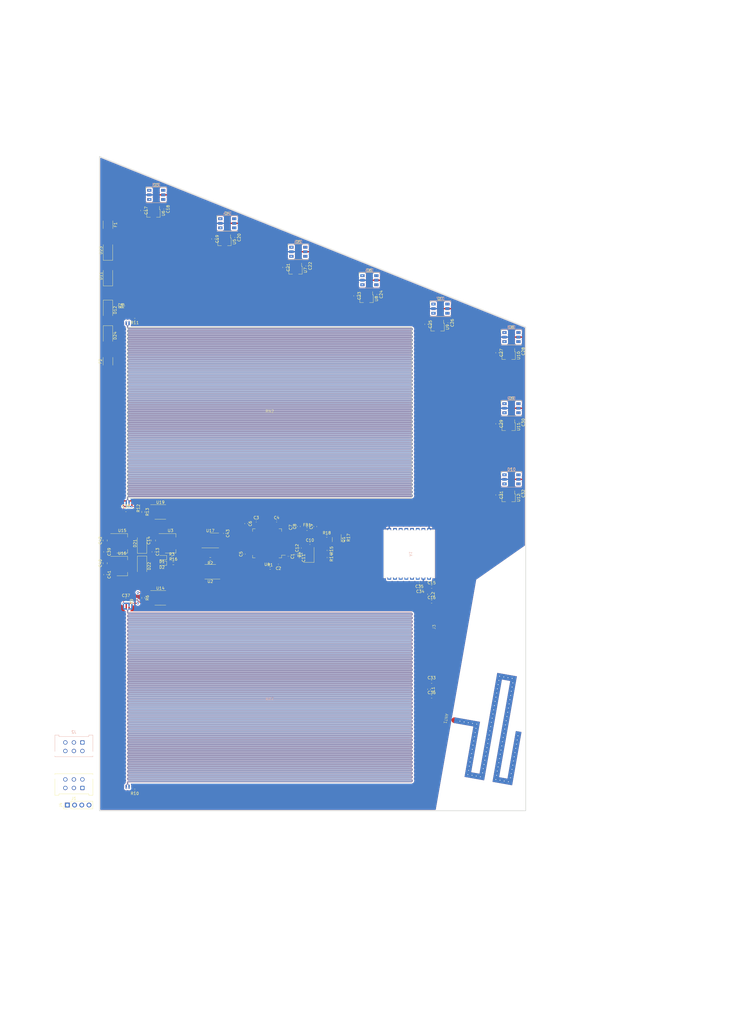
<source format=kicad_pcb>
(kicad_pcb (version 20221018) (generator pcbnew)
  (layers (0 "F.Cu" signal) (31 "B.Cu" signal) (34 "B.Paste" user) (35 "F.Paste" user) (36 "B.SilkS" user "B.Silkscreen") (37 "F.SilkS" user "F.Silkscreen") (38 "B.Mask" user) (39 "F.Mask" user) (44 "Edge.Cuts" user))
  (net 0 "")
  (net 1 "Net-(A1-ANT)")
  (net 2 "GND")
  (net 3 "+3.3V")
  (net 4 "RST_RADIO")
  (net 5 "BSY_RADIO")
  (net 6 "DIO1_RADIO")
  (net 7 "DIO3_RADIO")
  (net 8 "SPI_CS_RADIO")
  (net 9 "Net-(ANT1-IN)")
  (net 10 "+3.3VA")
  (net 11 "/NRST")
  (net 12 "Net-(C11-Pad1)")
  (net 13 "OSC_OUT")
  (net 14 "+5V")
  (net 15 "Antenna")
  (net 16 "VD")
  (net 17 "Net-(D13-VCC)")
  (net 18 "Net-(D14-VCC)")
  (net 19 "Net-(D15-VCC)")
  (net 20 "Net-(D16-VCC)")
  (net 21 "Net-(D17-VCC)")
  (net 22 "Net-(D18-VCC)")
  (net 23 "Net-(D19-VCC)")
  (net 24 "Net-(D10-VCC)")
  (net 25 "Net-(C33-Pad1)")
  (net 26 "+VSW")
  (net 27 "Net-(D22-A)")
  (net 28 "Net-(D21-A)")
  (net 29 "Net-(D1-K)")
  (net 30 "Net-(D2-K)")
  (net 31 "Net-(D13-BI)")
  (net 32 "Net-(D13-DI)")
  (net 33 "LED_Signal")
  (net 34 "Net-(D14-BI)")
  (net 35 "Net-(D14-DI)")
  (net 36 "/LED_grouped/DO")
  (net 37 "/LED_grouped/BO")
  (net 38 "Net-(D15-BI)")
  (net 39 "Net-(D15-DI)")
  (net 40 "/LED_grouped1/DO")
  (net 41 "/LED_grouped1/BO")
  (net 42 "Net-(D16-BI)")
  (net 43 "Net-(D16-DI)")
  (net 44 "/LED_grouped2/DO")
  (net 45 "/LED_grouped2/BO")
  (net 46 "Net-(D17-BI)")
  (net 47 "Net-(D17-DI)")
  (net 48 "Net-(D18-BI)")
  (net 49 "Net-(D18-DI)")
  (net 50 "/LED_grouped4/DI")
  (net 51 "/LED_grouped4/BI")
  (net 52 "Net-(D19-BI)")
  (net 53 "Net-(D19-DI)")
  (net 54 "/LED_grouped4/DO")
  (net 55 "/LED_grouped4/BO")
  (net 56 "Net-(D10-BO)")
  (net 57 "Net-(D10-DO)")
  (net 58 "/LED_grouped6/DO")
  (net 59 "/LED_grouped6/BO")
  (net 60 "Net-(D11-A)")
  (net 61 "Net-(D12-A)")
  (net 62 "/LED_grouped3/BO")
  (net 63 "/LED_grouped3/DO")
  (net 64 "/LED_grouped7/BO")
  (net 65 "/LED_grouped7/DO")
  (net 66 "Net-(D23-A)")
  (net 67 "Net-(D24-A)")
  (net 68 "VDC")
  (net 69 "CAN-")
  (net 70 "CAN+")
  (net 72 "+3V3")
  (net 73 "SWDIO")
  (net 74 "SWCLK")
  (net 75 "/strain_gauge0/SG_GND")
  (net 76 "Net-(Q1-G)")
  (net 77 "/BOOT0")
  (net 78 "OSC_IN")
  (net 79 "Net-(R6-Pad1)")
  (net 80 "Net-(R6-Pad2)")
  (net 81 "VDsense")
  (net 82 "Net-(RN1-Vcc)")
  (net 83 "Net-(RN2-Vcc)")
  (net 84 "Net-(R13-Pad1)")
  (net 85 "Net-(R13-Pad2)")
  (net 86 "Net-(U18-IN+)")
  (net 87 "SG_EN")
  (net 88 "/strain_gauge0/grid_front+")
  (net 89 "/strain_gauge0/grid_back+")
  (net 90 "/strain_gauge0/grid_back-")
  (net 91 "/strain_gauge0/grid_front-")
  (net 92 "/strain_gauge1/grid_front+")
  (net 93 "/strain_gauge1/grid_back+")
  (net 94 "/strain_gauge1/grid_back-")
  (net 95 "/strain_gauge1/grid_front-")
  (net 96 "SG_VOUT0")
  (net 97 "SG_REF")
  (net 98 "SG_VOUT1")
  (net 99 "SPI_CS_FLASH")
  (net 100 "CAN_RX")
  (net 101 "CAN_TX")
  (net 104 "Net-(RN1-V2)")
  (net 105 "Net-(RN2-V2)")
  (net 106 "Net-(RN1-V1)")
  (net 107 "Net-(RN2-V1)")
  (net 108 "Net-(U14-+IN)")
  (net 109 "Net-(U19-+IN)")
  (net 116 "SPI1_SCK")
  (net 117 "SPI1_MISO")
  (net 118 "SPI1_MOSI")
  (net 125 "SPI2_SCK")
  (net 126 "SPI2_MISO")
  (net 127 "SPI2_MOSI")
  (footprint "LED_SMD:LED_0603_1608Metric_Pad1.05x0.95mm_HandSolder" (layer "F.Cu") (at 72 213 180)
    (fp_text reference "D2")
    (fp_text value "red")
  )
  (footprint "Resistor_SMD:R_0603_1608Metric_Pad0.98x0.95mm_HandSolder" (layer "F.Cu") (at 65.424999 194.975092 -90)
    (fp_text reference "R13")
    (fp_text value "470")
  )
  (footprint "Resistor_SMD:R_0603_1608Metric_Pad0.98x0.95mm_HandSolder" (layer "F.Cu") (at 89 211.5 180)
    (fp_text reference "R2")
    (fp_text value "120, DNP")
  )
  (footprint "Crystal:Crystal_SMD_5032-4Pin_5.0x3.2mm" (layer "F.Cu") (at 123.674999 210.050092 90)
    (fp_text reference "Y1")
    (fp_text value "8MHz 12pF")
  )
  (footprint "Capacitor_SMD:C_0402_1005Metric_Pad0.74x0.62mm_HandSolder" (layer "F.Cu") (at 120.674999 211.150092 -90)
    (fp_text reference "C11")
    (fp_text value "10p")
  )
  (footprint "Diode_SMD:D_SMA" (layer "F.Cu") (at 53 124 -90)
    (fp_text reference "D12")
    (fp_text value "D_Schottky")
  )
  (footprint "Capacitor_SMD:C_0402_1005Metric_Pad0.74x0.62mm_HandSolder" (layer "F.Cu") (at 112.974999 213.650092 180)
    (fp_text reference "C2")
    (fp_text value "100n")
  )
  (footprint "Capacitor_SMD:C_0402_1005Metric_Pad0.74x0.62mm_HandSolder" (layer "F.Cu") (at 198 138.5 -90)
    (fp_text reference "C28")
    (fp_text value "100n")
  )
  (footprint "Capacitor_SMD:C_0603_1608Metric_Pad1.08x0.95mm_HandSolder" (layer "F.Cu") (at 166.9 259.9)
    (fp_text reference "C36")
    (fp_text value "DNP")
  )
  (footprint "Capacitor_SMD:C_0603_1608Metric_Pad1.08x0.95mm_HandSolder" (layer "F.Cu") (at 101.65 199.075 -90)
    (fp_text reference "C6")
    (fp_text value "10u")
  )
  (footprint "Inductor_SMD:L_0603_1608Metric_Pad1.05x0.95mm_HandSolder" (layer "F.Cu") (at 166 257.3 -90)
    (fp_text reference "L1")
    (fp_text value "0")
  )
  (footprint "Capacitor_SMD:C_0603_1608Metric_Pad1.08x0.95mm_HandSolder" (layer "F.Cu") (at 166.9 221.3)
    (fp_text reference "C15")
    (fp_text value "DNP")
  )
  (footprint "Capacitor_SMD:C_0805_2012Metric_Pad1.18x1.45mm_HandSolder" (layer "F.Cu") (at 52 205 90)
    (fp_text reference "C42")
    (fp_text value "22u")
  )
  (footprint "Capacitor_SMD:C_0603_1608Metric_Pad1.08x0.95mm_HandSolder" (layer "F.Cu") (at 65 89 -90)
    (fp_text reference "C17")
    (fp_text value "330n")
  )
  (footprint "Connector_PinHeader_2.54mm:PinHeader_1x04_P2.54mm_Vertical" (layer "F.Cu") (at 38.7 298 90)
    (fp_text reference "J4")
    (fp_text value "SWD Header")
  )
  (footprint "LED_SMD:LED_WS2812_PLCC6_5.0x5.0mm_P1.6mm" (layer "F.Cu") (at 145 113.5)
    (fp_text reference "D6")
    (fp_text value "WS2813B")
  )
  (footprint "Capacitor_SMD:C_0603_1608Metric_Pad1.08x0.95mm_HandSolder" (layer "F.Cu") (at 59.324999 194.375092)
    (fp_text reference "C38")
    (fp_text value "2u2")
  )
  (footprint "Resistor_SMD:R_0402_1005Metric_Pad0.72x0.64mm_HandSolder" (layer "F.Cu") (at 75.47 211)
    (fp_text reference "R3")
    (fp_text value "470")
  )
  (footprint "frodo_fancyfins:meandering_monopole_antenna_868MHz" (layer "F.Cu") (at 173.9 268 -100)
    (fp_text reference "ANT1")
    (fp_text value "~")
  )
  (footprint "LED_SMD:LED_0603_1608Metric_Pad1.05x0.95mm_HandSolder" (layer "F.Cu") (at 72 211 180)
    (fp_text reference "D1")
    (fp_text value "green")
  )
  (footprint "Diode_SMD:D_SMA" (layer "F.Cu") (at 65 214 -90)
    (fp_text reference "D22")
    (fp_text value "D_Schottky")
  )
  (footprint "Capacitor_SMD:C_0603_1608Metric_Pad1.08x0.95mm_HandSolder" (layer "F.Cu") (at 166.9 226.5)
    (fp_text reference "C16")
    (fp_text value "DNP")
  )
  (footprint "Package_TO_SOT_SMD:SOT-89-3" (layer "F.Cu") (at 119 110 -90)
    (fp_text reference "U7")
    (fp_text value "L78L05_SOT89")
  )
  (footprint "Resistor_SMD:R_0402_1005Metric_Pad0.72x0.64mm_HandSolder" (layer "F.Cu") (at 62.524999 193.675092 -90)
    (fp_text reference "R12")
    (fp_text value "100k")
  )
  (footprint "Capacitor_SMD:C_0402_1005Metric_Pad0.74x0.62mm_HandSolder" (layer "F.Cu") (at 100.95 209.775 90)
    (fp_text reference "C5")
    (fp_text value "100n")
  )
  (footprint "Resistor_SMD:R_0603_1608Metric_Pad0.98x0.95mm_HandSolder" (layer "F.Cu") (at 65.424999 225.175092 -90)
    (fp_text reference "R6")
    (fp_text value "470")
  )
  (footprint "Capacitor_SMD:C_0603_1608Metric_Pad1.08x0.95mm_HandSolder" (layer "F.Cu") (at 140 119 -90)
    (fp_text reference "C23")
    (fp_text value "330n")
  )
  (footprint "Capacitor_SMD:C_0603_1608Metric_Pad1.08x0.95mm_HandSolder" (layer "F.Cu") (at 120.150001 200.075 90)
    (fp_text reference "C8")
    (fp_text value "1u")
  )
  (footprint "Capacitor_SMD:C_0603_1608Metric_Pad1.08x0.95mm_HandSolder" (layer "F.Cu") (at 162.9 221.5 180)
    (fp_text reference "C34")
    (fp_text value "10u")
  )
  (footprint "LED_SMD:LED_WS2812_PLCC6_5.0x5.0mm_P1.6mm" (layer "F.Cu") (at 120 103.5)
    (fp_text reference "D5")
    (fp_text value "WS2813B")
  )
  (footprint "Capacitor_SMD:C_0402_1005Metric_Pad0.74x0.62mm_HandSolder" (layer "F.Cu") (at 94 202.5 -90)
    (fp_text reference "C43")
    (fp_text value "100n")
  )
  (footprint "LED_SMD:LED_WS2812_PLCC6_5.0x5.0mm_P1.6mm" (layer "F.Cu") (at 170 123.5)
    (fp_text reference "D7")
    (fp_text value "WS2813B")
  )
  (footprint "Capacitor_SMD:C_0402_1005Metric_Pad0.74x0.62mm_HandSolder" (layer "F.Cu") (at 98 98.5 -90)
    (fp_text reference "C20")
    (fp_text value "100n")
  )
  (footprint "Fuse:Fuse_1812_4532Metric_Pad1.30x3.40mm_HandSolder" (layer "F.Cu") (at 53 142 90)
    (fp_text reference "F2")
    (fp_text value "1A")
  )
  (footprint "Package_TO_SOT_SMD:SOT-89-3" (layer "F.Cu") (at 194 165 -90)
    (fp_text reference "U11")
    (fp_text value "L78L05_SOT89")
  )
  (footprint "Package_SO:SOIC-8_3.9x4.9mm_P1.27mm" (layer "F.Cu") (at 89 216 180)
    (fp_text reference "U2")
    (fp_text value "MCP2562-E-SN")
  )
  (footprint "Resistor_SMD:R_0603_1608Metric_Pad0.98x0.95mm_HandSolder" (layer "F.Cu") (at 76 213)
    (fp_text reference "R16")
    (fp_text value "680")
  )
  (footprint "LED_SMD:LED_WS2812_PLCC6_5.0x5.0mm_P1.6mm" (layer "F.Cu") (at 195 183.5)
    (fp_text reference "D10")
    (fp_text value "WS2813B")
  )
  (footprint "Package_TO_SOT_SMD:SOT-89-3" (layer "F.Cu") (at 144 120 -90)
    (fp_text reference "U8")
    (fp_text value "L78L05_SOT89")
  )
  (footprint "LED_SMD:LED_WS2812_PLCC6_5.0x5.0mm_P1.6mm" (layer "F.Cu") (at 195 158.5)
    (fp_text reference "D9")
    (fp_text value "WS2813B")
  )
  (footprint "Capacitor_SMD:C_0402_1005Metric_Pad0.74x0.62mm_HandSolder" (layer "F.Cu") (at 173 128.5 -90)
    (fp_text reference "C26")
    (fp_text value "100n")
  )
  (footprint "frodo_fancyfins:SOT25" (layer "F.Cu") (at 133.815 210.225 -90)
    (fp_text reference "U18")
    (fp_text value "AS321KTR-G1")
  )
  (footprint "Diode_SMD:D_SMA" (layer "F.Cu") (at 53 112 90)
    (fp_text reference "D11")
    (fp_text value "D_Schottky")
  )
  (footprint "Capacitor_SMD:C_0402_1005Metric_Pad0.74x0.62mm_HandSolder" (layer "F.Cu") (at 120.674999 207.650092 90)
    (fp_text reference "C12")
    (fp_text value "10p")
  )
  (footprint "Capacitor_SMD:C_0603_1608Metric_Pad1.08x0.95mm_HandSolder" (layer "F.Cu") (at 166.9 254.7)
    (fp_text reference "C33")
    (fp_text value "DNP")
  )
  (footprint "Capacitor_SMD:C_0402_1005Metric_Pad0.74x0.62mm_HandSolder" (layer "F.Cu") (at 118.450001 200.375 90)
    (fp_text reference "C7")
    (fp_text value "10n")
  )
  (footprint "Fuse:Fuse_1812_4532Metric_Pad1.30x3.40mm_HandSolder" (layer "F.Cu") (at 53 94 -90)
    (fp_text reference "F1")
    (fp_text value "1A")
  )
  (footprint "Inductor_SMD:L_0603_1608Metric_Pad1.05x0.95mm_HandSolder" (layer "F.Cu") (at 123.05 200.975)
    (fp_text reference "FB1")
    (fp_text value "120R")
  )
  (footprint "Capacitor_SMD:C_0402_1005Metric_Pad0.74x0.62mm_HandSolder" (layer "F.Cu") (at 105.174999 198.150092)
    (fp_text reference "C3")
    (fp_text value "100n")
  )
  (footprint "Resistor_SMD:R_0402_1005Metric_Pad0.72x0.64mm_HandSolder" (layer "F.Cu") (at 62.424999 127.275092 180)
    (fp_text reference "R11")
    (fp_text value "33")
  )
  (footprint "Capacitor_SMD:C_0603_1608Metric_Pad1.08x0.95mm_HandSolder" (layer "F.Cu") (at 69 209 -90)
    (fp_text reference "C13")
    (fp_text value "10u")
  )
  (footprint "Capacitor_SMD:C_0805_2012Metric_Pad1.18x1.45mm_HandSolder" (layer "F.Cu") (at 52 213 90)
    (fp_text reference "C40")
    (fp_text value "22u")
  )
  (footprint "Inductor_SMD:L_0603_1608Metric_Pad1.05x0.95mm_HandSolder" (layer "F.Cu") (at 166 223.9 -90)
    (fp_text reference "L2")
    (fp_text value "0")
  )
  (footprint "Package_TO_SOT_SMD:SOT-89-3" (layer "F.Cu") (at 194 140 -90)
    (fp_text reference "U10")
    (fp_text value "L78L05_SOT89")
  )
  (footprint "Resistor_SMD:R_0402_1005Metric_Pad0.72x0.64mm_HandSolder" (layer "F.Cu") (at 136.5 204 -90)
    (fp_text reference "R17")
    (fp_text value "47k")
  )
  (footprint "Capacitor_SMD:C_0603_1608Metric_Pad1.08x0.95mm_HandSolder" (layer "F.Cu") (at 52 209 -90)
    (fp_text reference "C39")
    (fp_text value "10u")
  )
  (footprint "Capacitor_SMD:C_0402_1005Metric_Pad0.74x0.62mm_HandSolder" (layer "F.Cu") (at 116.774999 210.550092 -90)
    (fp_text reference "C1")
    (fp_text value "100n")
  )
  (footprint "Capacitor_SMD:C_0603_1608Metric_Pad1.08x0.95mm_HandSolder" (layer "F.Cu") (at 125.95 200.099908 90)
    (fp_text reference "C9")
    (fp_text value "1u")
  )
  (footprint "Resistor_SMD:R_0402_1005Metric_Pad0.72x0.64mm_HandSolder" (layer "F.Cu") (at 62.524999 226.475092 90)
    (fp_text reference "R9")
    (fp_text value "100k")
  )
  (footprint "Package_SO:SOIC-8-1EP_3.9x4.9mm_P1.27mm_EP2.29x3mm" (layer "F.Cu") (at 71.424999 225.175092)
    (fp_text reference "U14")
    (fp_text value "INA826")
  )
  (footprint "Package_TO_SOT_SMD:SOT-223-3_TabPin2" (layer "F.Cu") (at 58 214)
    (fp_text reference "U16")
    (fp_text value "AZ1117-5.0")
  )
  (footprint "frodo_fancyfins:SolderJumper-U.FL" (layer "F.Cu") (at 168.25 235.4 90)
    (fp_text reference "J3")
    (fp_text value "U.FL")
  )
  (footprint "LED_SMD:LED_WS2812_PLCC6_5.0x5.0mm_P1.6mm" (layer "F.Cu") (at 195 133.5)
    (fp_text reference "D8")
    (fp_text value "WS2813B")
  )
  (footprint "Resistor_SMD:R_0402_1005Metric_Pad0.72x0.64mm_HandSolder" (layer "F.Cu") (at 62.424999 292.775092 180)
    (fp_text reference "R10")
    (fp_text value "33")
  )
  (footprint "Capacitor_SMD:C_0402_1005Metric_Pad0.74x0.62mm_HandSolder" (layer "F.Cu") (at 148 118.5 -90)
    (fp_text reference "C24")
    (fp_text value "100n")
  )
  (footprint "Package_TO_SOT_SMD:SOT-89-3" (layer "F.Cu") (at 69 90 -90)
    (fp_text reference "U6")
    (fp_text value "L78L05_SOT89")
  )
  (footprint "Package_QFP:LQFP-64_10x10mm_P0.5mm" (layer "F.Cu") (at 109 206 180)
    (fp_text reference "U4")
    (fp_text value "STM32F103RCTx")
  )
  (footprint "LED_SMD:LED_WS2812_PLCC6_5.0x5.0mm_P1.6mm" (layer "F.Cu") (at 70 83.5)
    (fp_text reference "D3")
    (fp_text value "WS2813B")
  )
  (footprint "Capacitor_SMD:C_0603_1608Metric_Pad1.08x0.95mm_HandSolder" (layer "F.Cu") (at 52 217 -90)
    (fp_text reference "C41")
    (fp_text value "10u")
  )
  (footprint "Diode_SMD:D_SMA" (layer "F.Cu") (at 53 103 90)
    (fp_text reference "D23")
    (fp_text value "D_Schottky")
  )
  (footprint "Capacitor_SMD:C_0402_1005Metric_Pad0.74x0.62mm_HandSolder" (layer "F.Cu") (at 198 163.5 -90)
    (fp_text reference "C30")
    (fp_text value "100n")
  )
  (footprint "Resistor_SMD:R_0402_1005Metric_Pad0.72x0.64mm_HandSolder" (layer "F.Cu") (at 130.5 208.49 -90)
    (fp_text reference "R15")
    (fp_text value "10k")
  )
  (footprint "Capacitor_SMD:C_0402_1005Metric_Pad0.74x0.62mm_HandSolder" (layer "F.Cu") (at 73 88.5 -90)
    (fp_text reference "C18")
    (fp_text value "100n")
  )
  (footprint "Package_SO:SOIC-8-1EP_3.9x4.9mm_P1.27mm_EP2.29x3mm" (layer "F.Cu") (at 71.424999 194.975092)
    (fp_text reference "U19")
    (fp_text value "INA826")
  )
  (footprint "Resistor_SMD:R_0402_1005Metric_Pad0.72x0.64mm_HandSolder" (layer "F.Cu") (at 57 122.5 -90)
    (fp_text reference "R8")
    (fp_text value "100k")
  )
  (footprint "Capacitor_SMD:C_0603_1608Metric_Pad1.08x0.95mm_HandSolder" (layer "F.Cu") (at 59.324999 225.775092)
    (fp_text reference "C37")
    (fp_text value "2u2")
  )
  (footprint "Resistor_SMD:R_0402_1005Metric_Pad0.72x0.64mm_HandSolder" (layer "F.Cu") (at 130.5 211 -90)
    (fp_text reference "R14")
    (fp_text value "10k")
  )
  (footprint "Capacitor_SMD:C_0402_1005Metric_Pad0.74x0.62mm_HandSolder" (layer "F.Cu") (at 123 108.5 -90)
    (fp_text reference "C22")
    (fp_text value "100n")
  )
  (footprint "Capacitor_SMD:C_0603_1608Metric_Pad1.08x0.95mm_HandSolder" (layer "F.Cu") (at 190 139 -90)
    (fp_text reference "C27")
    (fp_text value "330n")
  )
  (footprint "Connector_Molex:Molex_Micro-Fit_3.0_43045-0612_2x03_P3.00mm_Vertical" (layer "F.Cu") (at 44 292 180)
    (fp_text reference "J1")
    (fp_text value "Molex MicroFit 2x3")
  )
  (footprint "LED_SMD:LED_WS2812_PLCC6_5.0x5.0mm_P1.6mm" (layer "F.Cu") (at 95 93.5)
    (fp_text reference "D4")
    (fp_text value "WS2813B")
  )
  (footprint "Capacitor_SMD:C_0603_1608Metric_Pad1.08x0.95mm_HandSolder" (layer "F.Cu") (at 165 129 -90)
    (fp_text reference "C25")
    (fp_text value "330n")
  )
  (footprint "Capacitor_SMD:C_0603_1608Metric_Pad1.08x0.95mm_HandSolder" (layer "F.Cu") (at 190 189 -90)
    (fp_text reference "C31")
    (fp_text value "330n")
  )
  (footprint "Capacitor_SMD:C_0805_2012Metric_Pad1.18x1.45mm_HandSolder" (layer "F.Cu") (at 69 205 90)
    (fp_text reference "C14")
    (fp_text value "22u")
  )
  (footprint "Package_TO_SOT_SMD:SOT-223-3_TabPin2" (layer "F.Cu") (at 58 206)
    (fp_text reference "U15")
    (fp_text value "AZ1117-5.0")
  )
  (footprint "Resistor_SMD:R_0402_1005Metric_Pad0.72x0.64mm_HandSolder" (layer "F.Cu") (at 110.074999 214.750092)
    (fp_text reference "R1")
    (fp_text value "10k")
  )
  (footprint "Resistor_SMD:R_0402_1005Metric_Pad0.72x0.64mm_HandSolder" (layer "F.Cu") (at 130 203.5)
    (fp_text reference "R18")
    (fp_text value "330")
  )
  (footprint "Capacitor_SMD:C_0603_1608Metric_Pad1.08x0.95mm_HandSolder" (layer "F.Cu") (at 190 164 -90)
    (fp_text reference "C29")
    (fp_text value "330n")
  )
  (footprint "Resistor_SMD:R_0402_1005Metric_Pad0.72x0.64mm_HandSolder" (layer "F.Cu") (at 58.5 122.5 90)
    (fp_text reference "R7")
    (fp_text value "10k")
  )
  (footprint "Diode_SMD:D_SMA" (layer "F.Cu") (at 53 133 -90)
    (fp_text reference "D24")
    (fp_text value "D_Schottky")
  )
  (footprint "Package_TO_SOT_SMD:SOT-89-3" (layer "F.Cu") (at 94 100 -90)
    (fp_text reference "U5")
    (fp_text value "L78L05_SOT89")
  )
  (footprint "Capacitor_SMD:C_0402_1005Metric_Pad0.74x0.62mm_HandSolder" (layer "F.Cu") (at 124.074999 206.050092)
    (fp_text reference "C10")
    (fp_text value "100n")
  )
  (footprint "Capacitor_SMD:C_0402_1005Metric_Pad0.74x0.62mm_HandSolder" (layer "F.Cu") (at 162.6 220 180)
    (fp_text reference "C35")
    (fp_text value "100n")
  )
  (footprint "Package_TO_SOT_SMD:SOT-89-3" (layer "F.Cu") (at 194 190 -90)
    (fp_text reference "U12")
    (fp_text value "L78L05_SOT89")
  )
  (footprint "Package_TO_SOT_SMD:SOT-223-3_TabPin2" (layer "F.Cu") (at 75 206)
    (fp_text reference "U3")
    (fp_text value "AZ1117-3.3")
  )
  (footprint "Capacitor_SMD:C_0603_1608Metric_Pad1.08x0.95mm_HandSolder" (layer "F.Cu") (at 90 99 -90)
    (fp_text reference "C19")
    (fp_text value "330n")
  )
  (footprint "Diode_SMD:D_SMA" (layer "F.Cu") (at 65 206 90)
    (fp_text reference "D21")
    (fp_text value "D_Schottky")
  )
  (footprint "Package_TO_SOT_SMD:SOT-89-3" (layer "F.Cu") (at 169 130 -90)
    (fp_text reference "U9")
    (fp_text value "L78L05_SOT89")
  )
  (footprint "Package_SON:WSON-8-1EP_6x5mm_P1.27mm_EP3.4x4.3mm" (layer "F.Cu") (at 89 205)
    (fp_text reference "U17")
    (fp_text value "W25Q128JVP")
  )
  (footprint "Capacitor_SMD:C_0402_1005Metric_Pad0.74x0.62mm_HandSolder" (layer "F.Cu") (at 112.35 198.150092)
    (fp_text reference "C4")
    (fp_text value "100n")
  )
  (footprint "frodo_fancyfins:strain-gauge_bridge" (layer "F.Cu") (at 109.924999 160.075092)
    (fp_text reference "RN2")
    (fp_text value "strain-gauge_bridge")
  )
  (footprint "Resistor_SMD:R_0402_1005Metric_Pad0.72x0.64mm_HandSolder" (layer "F.Cu") (at 119.174999 209.950092 -90)
    (fp_text reference "R4")
    (fp_text value "1k")
  )
  (footprint "Package_TO_SOT_SMD:SOT-23-3" (layer "F.Cu") (at 133.5 204.675 -90)
    (fp_text reference "Q1")
    (fp_text value "AO3400A")
  )
  (footprint "Capacitor_SMD:C_0603_1608Metric_Pad1.08x0.95mm_HandSolder" (layer "F.Cu") (at 115 109 -90)
    (fp_text reference "C21")
    (fp_text value "330n")
  )
  (footprint "Capacitor_SMD:C_0402_1005Metric_Pad0.74x0.62mm_HandSolder" (layer "F.Cu") (at 198 188.5 -90)
    (fp_text reference "C32")
    (fp_text value "100n")
  )
  (footprint "frodo_fancyfins:DL-LLCC68-S-868" (layer "B.Cu") (at 159 209.7 90)
    (fp_text reference "A1")
    (fp_text value "DL-LLCC68-S-868")
    (fp_rect (start -8.3 8.85) (end 8.3 -8.75) (stroke (width 0.1)) (fill none) (layer "Edge.Cuts"))
  )
  (footprint "LED_SMD:LED_WS2812_PLCC6_5.0x5.0mm_P1.6mm" (layer "B.Cu") (at 195 183.5 180)
    (fp_text reference "D20")
    (fp_text value "WS2813B")
  )
  (footprint "LED_SMD:LED_WS2812_PLCC6_5.0x5.0mm_P1.6mm" (layer "B.Cu") (at 95 93.5 180)
    (fp_text reference "D14")
    (fp_text value "WS2813B")
  )
  (footprint "LED_SMD:LED_WS2812_PLCC6_5.0x5.0mm_P1.6mm" (layer "B.Cu") (at 195 158.5 180)
    (fp_text reference "D19")
    (fp_text value "WS2813B")
  )
  (footprint "LED_SMD:LED_WS2812_PLCC6_5.0x5.0mm_P1.6mm" (layer "B.Cu") (at 170 123.5 180)
    (fp_text reference "D17")
    (fp_text value "WS2813B")
  )
  (footprint "LED_SMD:LED_WS2812_PLCC6_5.0x5.0mm_P1.6mm" (layer "B.Cu") (at 145 113.5 180)
    (fp_text reference "D16")
    (fp_text value "WS2813B")
  )
  (footprint "frodo_fancyfins:strain-gauge_bridge" (layer "B.Cu") (at 109.924999 260.075092)
    (fp_text reference "RN1")
    (fp_text value "strain-gauge_bridge")
  )
  (footprint "LED_SMD:LED_WS2812_PLCC6_5.0x5.0mm_P1.6mm" (layer "B.Cu") (at 195 133.5 180)
    (fp_text reference "D18")
    (fp_text value "WS2813B")
  )
  (footprint "LED_SMD:LED_WS2812_PLCC6_5.0x5.0mm_P1.6mm" (layer "B.Cu") (at 70 83.5 180)
    (fp_text reference "D13")
    (fp_text value "WS2813B")
  )
  (footprint "LED_SMD:LED_WS2812_PLCC6_5.0x5.0mm_P1.6mm" (layer "B.Cu") (at 120 103.5 180)
    (fp_text reference "D15")
    (fp_text value "WS2813B")
  )
  (footprint "Connector_Molex:Molex_Micro-Fit_3.0_43045-0612_2x03_P3.00mm_Vertical" (layer "B.Cu") (at 44 276 180)
    (fp_text reference "J2")
    (fp_text value "Molex MicroFit 2x3")
  )
  (gr_poly locked (pts (xy 50 70) (xy 50 300) (xy 200 300) (xy 200 130)) (stroke (width 0.2)) (fill none) (layer "Edge.Cuts"))
  (segment (start 60 220) (end 64 220) (width 0.2) (layer "F.Cu") (net 2))
  (via (at 67.5 81.9) (size 0.8) (drill 0.4) (layers "F.Cu" "B.Cu") (net 31))
  (via (at 67.6 85.1) (size 0.8) (drill 0.4) (layers "F.Cu" "B.Cu") (net 32))
  (via (at 92.5 91.9) (size 0.8) (drill 0.4) (layers "F.Cu" "B.Cu") (net 34))
  (via (at 92.6 95.1) (size 0.8) (drill 0.4) (layers "F.Cu" "B.Cu") (net 35))
  (via (at 117.6 101.9) (size 0.8) (drill 0.4) (layers "F.Cu" "B.Cu") (net 38))
  (via (at 117.5 105.1) (size 0.8) (drill 0.4) (layers "F.Cu" "B.Cu") (net 39))
  (via (at 142.5 111.9) (size 0.8) (drill 0.4) (layers "F.Cu" "B.Cu") (net 42))
  (via (at 142.5 115.1) (size 0.8) (drill 0.4) (layers "F.Cu" "B.Cu") (net 43))
  (via (at 167.5 121.9) (size 0.8) (drill 0.4) (layers "F.Cu" "B.Cu") (net 46))
  (via (at 167.5 125.1) (size 0.8) (drill 0.4) (layers "F.Cu" "B.Cu") (net 47))
  (via (at 192.5 131.9) (size 0.8) (drill 0.4) (layers "F.Cu" "B.Cu") (net 48))
  (via (at 192.5 135.1) (size 0.8) (drill 0.4) (layers "F.Cu" "B.Cu") (net 49))
  (via (at 192.5 156.9) (size 0.8) (drill 0.4) (layers "F.Cu" "B.Cu") (net 52))
  (via (at 192.5 160.1) (size 0.8) (drill 0.4) (layers "F.Cu" "B.Cu") (net 53))
  (via (at 192.5 181.9) (size 0.8) (drill 0.4) (layers "F.Cu" "B.Cu") (net 56))
  (via (at 192.5 185.1) (size 0.8) (drill 0.4) (layers "F.Cu" "B.Cu") (net 57))
  (segment (start 68.949999 224.540092) (end 65.702499 224.540092) (width 0.2) (layer "F.Cu") (net 79))
  (segment (start 65.702499 224.540092) (end 65.424999 224.262592) (width 0.2) (layer "F.Cu") (net 79))
  (segment (start 65.702499 225.810092) (end 65.424999 226.087592) (width 0.2) (layer "F.Cu") (net 80))
  (segment (start 68.949999 225.810092) (end 65.702499 225.810092) (width 0.2) (layer "F.Cu") (net 80))
  (segment (start 68.949999 194.340092) (end 65.702499 194.340092) (width 0.2) (layer "F.Cu") (net 84))
  (segment (start 65.702499 194.340092) (end 65.424999 194.062592) (width 0.2) (layer "F.Cu") (net 84))
  (segment (start 65.702499 195.610092) (end 65.424999 195.887592) (width 0.2) (layer "F.Cu") (net 85))
  (segment (start 68.949999 195.610092) (end 65.702499 195.610092) (width 0.2) (layer "F.Cu") (net 85))
  (segment (start 159.749999 235.949926) (end 60.25 235.949926) (width 0.15) (layer "B.Cu") (net 88))
  (segment (start 60.25 242.799946) (end 159.749999 242.799946) (width 0.15) (layer "B.Cu") (net 88))
  (segment (start 159.749999 242.449946) (end 60.25 242.449946) (width 0.15) (layer "B.Cu") (net 88))
  (segment (start 159.749999 278.850058) (end 60.25 278.850058) (width 0.15) (layer "B.Cu") (net 88))
  (segment (start 159.749999 259.349998) (end 60.25 259.349998) (width 0.15) (layer "B.Cu") (net 88))
  (segment (start 60.25 277.900054) (end 159.749999 277.900054) (width 0.15) (layer "B.Cu") (net 88))
  (segment (start 159.749999 232.049914) (end 60.25 232.049914) (width 0.15) (layer "B.Cu") (net 88))
  (segment (start 159.749999 246.349958) (end 60.25 246.349958) (width 0.15) (layer "B.Cu") (net 88))
  (segment (start 60.25 233.699918) (end 159.749999 233.699918) (width 0.15) (layer "B.Cu") (net 88))
  (segment (start 60.25 284.400074) (end 159.749999 284.400074) (width 0.15) (layer "B.Cu") (net 88))
  (segment (start 60.25 236.299926) (end 159.749999 236.299926) (width 0.15) (layer "B.Cu") (net 88))
  (segment (start 60.25 258.399994) (end 159.749999 258.399994) (width 0.15) (layer "B.Cu") (net 88))
  (segment (start 60.25 281.800066) (end 159.749999 281.800066) (width 0.15) (layer "B.Cu") (net 88))
  (segment (start 159.749999 282.75007) (end 60.25 282.75007) (width 0.15) (layer "B.Cu") (net 88))
  (segment (start 60.25 254.499982) (end 159.749999 254.499982) (width 0.15) (layer "B.Cu") (net 88))
  (segment (start 159.749999 264.550014) (end 60.25 264.550014) (width 0.15) (layer "B.Cu") (net 88))
  (segment (start 59.774998 290.725093) (end 59.774998 290.075092) (width 0.15) (layer "B.Cu") (net 88))
  (segment (start 60.25 249.299966) (end 159.749999 249.299966) (width 0.15) (layer "B.Cu") (net 88))
  (segment (start 159.749999 255.449986) (end 60.25 255.449986) (width 0.15) (layer "B.Cu") (net 88))
  (segment (start 159.749999 247.649962) (end 60.25 247.649962) (width 0.15) (layer "B.Cu") (net 88))
  (segment (start 60.25 253.199978) (end 159.749999 253.199978) (width 0.15) (layer "B.Cu") (net 88))
  (segment (start 159.749999 276.25005) (end 60.25 276.25005) (width 0.15) (layer "B.Cu") (net 88))
  (segment (start 159.749999 261.950006) (end 60.25 261.950006) (width 0.15) (layer "B.Cu") (net 88))
  (segment (start 60.25 250.59997) (end 159.749999 250.59997) (width 0.15) (layer "B.Cu") (net 88))
  (segment (start 60.25 257.09999) (end 159.749999 257.09999) (width 0.15) (layer "B.Cu") (net 88))
  (segment (start 159.749999 241.149942) (end 60.25 241.149942) (width 0.15) (layer "B.Cu") (net 88))
  (segment (start 60.25 288.300086) (end 159.749999 288.300086) (width 0.15) (layer "B.Cu") (net 88))
  (segment (start 60.25 287.000082) (end 159.749999 287.000082) (width 0.15) (layer "B.Cu") (net 88))
  (segment (start 59.774998 230.274908) (end 59.774998 229.425091) (width 0.15) (layer "B.Cu") (net 88))
  (segment (start 60.25 263.60001) (end 159.749999 263.60001) (width 0.15) (layer "B.Cu") (net 88))
  (segment (start 159.749999 248.949966) (end 60.25 248.949966) (width 0.15) (layer "B.Cu") (net 88))
  (segment (start 159.749999 256.74999) (end 60.25 256.74999) (width 0.15) (layer "B.Cu") (net 88))
  (segment (start 159.749999 245.049954) (end 60.25 245.049954) (width 0.15) (layer "B.Cu") (net 88))
  (segment (start 60.25 232.399914) (end 159.749999 232.399914) (width 0.15) (layer "B.Cu") (net 88))
  (segment (start 159.749999 238.549934) (end 60.25 238.549934) (width 0.15) (layer "B.Cu") (net 88))
  (segment (start 60.25 280.500062) (end 159.749999 280.500062) (width 0.15) (layer "B.Cu") (net 88))
  (segment (start 60.25 231.09991) (end 159.749999 231.09991) (width 0.15) (layer "B.Cu") (net 88))
  (segment (start 159.749999 239.849938) (end 60.25 239.849938) (width 0.15) (layer "B.Cu") (net 88))
  (segment (start 159.749999 234.649922) (end 60.25 234.649922) (width 0.15) (layer "B.Cu") (net 88))
  (segment (start 159.749999 280.150062) (end 60.25 280.150062) (width 0.15) (layer "B.Cu") (net 88))
  (segment (start 159.749999 289.25009) (end 60.25 289.25009) (width 0.15) (layer "B.Cu") (net 88))
  (segment (start 60.25 241.499942) (end 159.749999 241.499942) (width 0.15) (layer "B.Cu") (net 88))
  (segment (start 159.749999 272.350038) (end 60.25 272.350038) (width 0.15) (layer "B.Cu") (net 88))
  (segment (start 60.25 245.399954) (end 159.749999 245.399954) (width 0.15) (layer "B.Cu") (net 88))
  (segment (start 159.749999 287.950086) (end 60.25 287.950086) (width 0.15) (layer "B.Cu") (net 88))
  (segment (start 159.749999 263.25001) (end 60.25 263.25001) (width 0.15) (layer "B.Cu") (net 88))
  (segment (start 60.25 247.999962) (end 159.749999 247.999962) (width 0.15) (layer "B.Cu") (net 88))
  (segment (start 60.25 244.09995) (end 159.749999 244.09995) (width 0.15) (layer "B.Cu") (net 88))
  (segment (start 60.25 238.899934) (end 159.749999 238.899934) (width 0.15) (layer "B.Cu") (net 88))
  (segment (start 159.749999 269.75003) (end 60.25 269.75003) (width 0.15) (layer "B.Cu") (net 88))
  (segment (start 59.774998 229.425091) (end 59.424999 229.075092) (width 0.15) (layer "B.Cu") (net 88))
  (segment (start 60.25 266.200018) (end 159.749999 266.200018) (width 0.15) (layer "B.Cu") (net 88))
  (segment (start 159.749999 250.24997) (end 60.25 250.24997) (width 0.15) (layer "B.Cu") (net 88))
  (segment (start 60.25 271.400034) (end 159.749999 271.400034) (width 0.15) (layer "B.Cu") (net 88))
  (segment (start 159.749999 233.349918) (end 60.25 233.349918) (width 0.15) (layer "B.Cu") (net 88))
  (segment (start 159.749999 237.24993) (end 60.25 237.24993) (width 0.15) (layer "B.Cu") (net 88))
  (segment (start 60.25 268.800026) (end 159.749999 268.800026) (width 0.15) (layer "B.Cu") (net 88))
  (segment (start 60.25 237.59993) (end 159.749999 237.59993) (width 0.15) (layer "B.Cu") (net 88))
  (segment (start 60.25 240.199938) (end 159.749999 240.199938) (width 0.15) (layer "B.Cu") (net 88))
  (segment (start 60.25 267.500022) (end 159.749999 267.500022) (width 0.15) (layer "B.Cu") (net 88))
  (segment (start 159.749999 268.450026) (end 60.25 268.450026) (width 0.15) (layer "B.Cu") (net 88))
  (segment (start 159.749999 258.049994) (end 60.25 258.049994) (width 0.15) (layer "B.Cu") (net 88))
  (segment (start 60.25 251.899974) (end 159.749999 251.899974) (width 0.15) (layer "B.Cu") (net 88))
  (segment (start 60.25 264.900014) (end 159.749999 264.900014) (width 0.15) (layer "B.Cu") (net 88))
  (segment (start 159.749999 230.74991) (end 60.25 230.74991) (width 0.15) (layer "B.Cu") (net 88))
  (segment (start 60.25 272.700038) (end 159.749999 272.700038) (width 0.15) (layer "B.Cu") (net 88))
  (segment (start 159.749999 260.650002) (end 60.25 260.650002) (width 0.15) (layer "B.Cu") (net 88))
  (segment (start 60.25 259.699998) (end 159.749999 259.699998) (width 0.15) (layer "B.Cu") (net 88))
  (segment (start 159.749999 251.549974) (end 60.25 251.549974) (width 0.15) (layer "B.Cu") (net 88))
  (segment (start 60.25 285.700078) (end 159.749999 285.700078) (width 0.15) (layer "B.Cu") (net 88))
  (segment (start 159.749999 267.150022) (end 60.25 267.150022) (width 0.15) (layer "B.Cu") (net 88))
  (segment (start 159.749999 273.650042) (end 60.25 273.650042) (width 0.15) (layer "B.Cu") (net 88))
  (segment (start 159.749999 271.050034) (end 60.25 271.050034) (width 0.15) (layer "B.Cu") (net 88))
  (segment (start 60.25 274.000042) (end 159.749999 274.000042) (width 0.15) (layer "B.Cu") (net 88))
  (segment (start 60.25 289.60009) (end 159.749999 289.60009) (width 0.15) (layer "B.Cu") (net 88))
  (segment (start 159.749999 274.950046) (end 60.25 274.950046) (width 0.15) (layer "B.Cu") (net 88))
  (segment (start 60.25 275.300046) (end 159.749999 275.300046) (width 0.15) (layer "B.Cu") (net 88))
  (segment (start 159.749999 285.350078) (end 60.25 285.350078) (width 0.15) (layer "B.Cu") (net 88))
  (segment (start 59.424999 291.075092) (end 59.774998 290.725093) (width 0.15) (layer "B.Cu") (net 88))
  (segment (start 60.25 270.10003) (end 159.749999 270.10003) (width 0.15) (layer "B.Cu") (net 88))
  (segment (start 60.25 279.200058) (end 159.749999 279.200058) (width 0.15) (layer "B.Cu") (net 88))
  (segment (start 60.25 261.000002) (end 159.749999 261.000002) (width 0.15) (layer "B.Cu") (net 88))
  (segment (start 60.25 246.699958) (end 159.749999 246.699958) (width 0.15) (layer "B.Cu") (net 88))
  (segment (start 60.25 262.300006) (end 159.749999 262.300006) (width 0.15) (layer "B.Cu") (net 88))
  (segment (start 159.749999 284.050074) (end 60.25 284.050074) (width 0.15) (layer "B.Cu") (net 88))
  (segment (start 159.749999 286.650082) (end 60.25 286.650082) (width 0.15) (layer "B.Cu") (net 88))
  (segment (start 159.749999 277.550054) (end 60.25 277.550054) (width 0.15) (layer "B.Cu") (net 88))
  (segment (start 159.749999 281.450066) (end 60.25 281.450066) (width 0.15) (layer "B.Cu") (net 88))
  (segment (start 60.25 234.999922) (end 159.749999 234.999922) (width 0.15) (layer "B.Cu") (net 88))
  (segment (start 159.749999 254.149982) (end 60.25 254.149982) (width 0.15) (layer "B.Cu") (net 88))
  (segment (start 159.749999 265.850018) (end 60.25 265.850018) (width 0.15) (layer "B.Cu") (net 88))
  (segment (start 60.25 276.60005) (end 159.749999 276.60005) (width 0.15) (layer "B.Cu") (net 88))
  (segment (start 159.749999 243.74995) (end 60.25 243.74995) (width 0.15) (layer "B.Cu") (net 88))
  (segment (start 159.749999 252.849978) (end 60.25 252.849978) (width 0.15) (layer "B.Cu") (net 88))
  (segment (start 60.25 255.799986) (end 159.749999 255.799986) (width 0.15) (layer "B.Cu") (net 88))
  (segment (start 60.25 283.10007) (end 159.749999 283.10007) (width 0.15) (layer "B.Cu") (net 88))
  (arc (start 59.774998 262.775008) (mid 59.914123 262.439131) (end 60.25 262.300006) (width 0.15) (layer "B.Cu") (net 88))
  (arc (start 60.25 248.949966) (mid 59.914123 248.810841) (end 59.774998 248.474964) (width 0.15) (layer "B.Cu") (net 88))
  (arc (start 159.749999 237.59993) (mid 159.873743 237.548674) (end 159.924999 237.42493) (width 0.15) (layer "B.Cu") (net 88))
  (arc (start 159.749999 279.200058) (mid 159.873743 279.148802) (end 159.924999 279.025058) (width 0.15) (layer "B.Cu") (net 88))
  (arc (start 59.774998 282.275068) (mid 59.914123 281.939191) (end 60.25 281.800066) (width 0.15) (layer "B.Cu") (net 88))
  (arc (start 159.749999 231.09991) (mid 159.873743 231.048654) (end 159.924999 230.92491) (width 0.15) (layer "B.Cu") (net 88))
  (arc (start 60.25 269.75003) (mid 59.914123 269.610905) (end 59.774998 269.275028) (width 0.15) (layer "B.Cu") (net 88))
  (arc (start 159.749999 255.799986) (mid 159.873743 255.74873) (end 159.924999 255.624986) (width 0.15) (layer "B.Cu") (net 88))
  (arc (start 159.924999 259.524998) (mid 159.873743 259.401254) (end 159.749999 259.349998) (width 0.15) (layer "B.Cu") (net 88))
  (arc (start 159.924999 249.124966) (mid 159.873743 249.001222) (end 159.749999 248.949966) (width 0.15) (layer "B.Cu") (net 88))
  (arc (start 59.774998 274.475044) (mid 59.914123 274.139167) (end 60.25 274.000042) (width 0.15) (layer "B.Cu") (net 88))
  (arc (start 159.924999 273.825042) (mid 159.873743 273.701298) (end 159.749999 273.650042) (width 0.15) (layer "B.Cu") (net 88))
  (arc (start 60.25 285.350078) (mid 59.914123 285.210953) (end 59.774998 284.875076) (width 0.15) (layer "B.Cu") (net 88))
  (arc (start 60.25 271.050034) (mid 59.914123 270.910909) (end 59.774998 270.575032) (width 0.15) (layer "B.Cu") (net 88))
  (arc (start 159.749999 274.000042) (mid 159.873743 273.948786) (end 159.924999 273.825042) (width 0.15) (layer "B.Cu") (net 88))
  (arc (start 159.749999 263.60001) (mid 159.873743 263.548754) (end 159.924999 263.42501) (width 0.15) (layer "B.Cu") (net 88))
  (arc (start 159.924999 284.225074) (mid 159.873743 284.10133) (end 159.749999 284.050074) (width 0.15) (layer "B.Cu") (net 88))
  (arc (start 60.25 263.25001) (mid 59.914123 263.110885) (end 59.774998 262.775008) (width 0.15) (layer "B.Cu") (net 88))
  (arc (start 60.25 238.549934) (mid 59.914123 238.410809) (end 59.774998 238.074932) (width 0.15) (layer "B.Cu") (net 88))
  (arc (start 60.25 237.24993) (mid 59.914123 237.110805) (end 59.774998 236.774928) (width 0.15) (layer "B.Cu") (net 88))
  (arc (start 159.749999 242.799946) (mid 159.873743 242.74869) (end 159.924999 242.624946) (width 0.15) (layer "B.Cu") (net 88))
  (arc (start 159.749999 289.60009) (mid 159.873743 289.548834) (end 159.924999 289.42509) (width 0.15) (layer "B.Cu") (net 88))
  (arc (start 59.774998 256.274988) (mid 59.914123 255.939111) (end 60.25 255.799986) (width 0.15) (layer "B.Cu") (net 88))
  (arc (start 59.774998 260.175) (mid 59.914123 259.839123) (end 60.25 259.699998) (width 0.15) (layer "B.Cu") (net 88))
  (arc (start 159.924999 272.525038) (mid 159.873743 272.401294) (end 159.749999 272.350038) (width 0.15) (layer "B.Cu") (net 88))
  (arc (start 60.25 258.049994) (mid 59.914123 257.910869) (end 59.774998 257.574992) (width 0.15) (layer "B.Cu") (net 88))
  (arc (start 59.774998 240.67494) (mid 59.914123 240.339063) (end 60.25 240.199938) (width 0.15) (layer "B.Cu") (net 88))
  (arc (start 59.774998 288.775088) (mid 59.914123 288.439211) (end 60.25 288.300086) (width 0.15) (layer "B.Cu") (net 88))
  (arc (start 159.749999 249.299966) (mid 159.873743 249.24871) (end 159.924999 249.124966) (width 0.15) (layer "B.Cu") (net 88))
  (arc (start 59.774998 266.67502) (mid 59.914123 266.339143) (end 60.25 266.200018) (width 0.15) (layer "B.Cu") (net 88))
  (arc (start 60.25 230.74991) (mid 59.914123 230.610785) (end 59.774998 230.274908) (width 0.15) (layer "B.Cu") (net 88))
  (arc (start 159.749999 262.300006) (mid 159.873743 262.24875) (end 159.924999 262.125006) (width 0.15) (layer "B.Cu") (net 88))
  (arc (start 159.749999 258.399994) (mid 159.873743 258.348738) (end 159.924999 258.224994) (width 0.15) (layer "B.Cu") (net 88))
  (arc (start 159.924999 286.825082) (mid 159.873743 286.701338) (end 159.749999 286.650082) (width 0.15) (layer "B.Cu") (net 88))
  (arc (start 60.25 280.150062) (mid 59.914123 280.010937) (end 59.774998 279.67506) (width 0.15) (layer "B.Cu") (net 88))
  (arc (start 159.749999 233.699918) (mid 159.873743 233.648662) (end 159.924999 233.524918) (width 0.15) (layer "B.Cu") (net 88))
  (arc (start 159.924999 246.524958) (mid 159.873743 246.401214) (end 159.749999 246.349958) (width 0.15) (layer "B.Cu") (net 88))
  (arc (start 60.25 252.849978) (mid 59.914123 252.710853) (end 59.774998 252.374976) (width 0.15) (layer "B.Cu") (net 88))
  (arc (start 59.774998 235.474924) (mid 59.914123 235.139047) (end 60.25 234.999922) (width 0.15) (layer "B.Cu") (net 88))
  (arc (start 159.749999 284.400074) (mid 159.873743 284.348818) (end 159.924999 284.225074) (width 0.15) (layer "B.Cu") (net 88))
  (arc (start 159.924999 266.025018) (mid 159.873743 265.901274) (end 159.749999 265.850018) (width 0.15) (layer "B.Cu") (net 88))
  (arc (start 60.25 254.149982) (mid 59.914123 254.010857) (end 59.774998 253.67498) (width 0.15) (layer "B.Cu") (net 88))
  (arc (start 59.774998 283.575072) (mid 59.914123 283.239195) (end 60.25 283.10007) (width 0.15) (layer "B.Cu") (net 88))
  (arc (start 159.749999 253.199978) (mid 159.873743 253.148722) (end 159.924999 253.024978) (width 0.15) (layer "B.Cu") (net 88))
  (arc (start 159.749999 240.199938) (mid 159.873743 240.148682) (end 159.924999 240.024938) (width 0.15) (layer "B.Cu") (net 88))
  (arc (start 159.924999 279.025058) (mid 159.873743 278.901314) (end 159.749999 278.850058) (width 0.15) (layer "B.Cu") (net 88))
  (arc (start 59.774998 232.874916) (mid 59.914123 232.539039) (end 60.25 232.399914) (width 0.15) (layer "B.Cu") (net 88))
  (arc (start 59.774998 278.375056) (mid 59.914123 278.039179) (end 60.25 277.900054) (width 0.15) (layer "B.Cu") (net 88))
  (arc (start 159.924999 289.42509) (mid 159.873743 289.301346) (end 159.749999 289.25009) (width 0.15) (layer "B.Cu") (net 88))
  (arc (start 60.25 272.350038) (mid 59.914123 272.210913) (end 59.774998 271.875036) (width 0.15) (layer "B.Cu") (net 88))
  (arc (start 60.25 259.349998) (mid 59.914123 259.210873) (end 59.774998 258.874996) (width 0.15) (layer "B.Cu") (net 88))
  (arc (start 159.924999 236.124926) (mid 159.873743 236.001182) (end 159.749999 235.949926) (width 0.15) (layer "B.Cu") (net 88))
  (arc (start 59.774998 252.374976) (mid 59.914123 252.039099) (end 60.25 251.899974) (width 0.15) (layer "B.Cu") (net 88))
  (arc (start 59.774998 249.774968) (mid 59.914123 249.439091) (end 60.25 249.299966) (width 0.15) (layer "B.Cu") (net 88))
  (arc (start 159.749999 275.300046) (mid 159.873743 275.24879) (end 159.924999 275.125046) (width 0.15) (layer "B.Cu") (net 88))
  (arc (start 60.25 274.950046) (mid 59.914123 274.810921) (end 59.774998 274.475044) (width 0.15) (layer "B.Cu") (net 88))
  (arc (start 60.25 261.950006) (mid 59.914123 261.810881) (end 59.774998 261.475004) (width 0.15) (layer "B.Cu") (net 88))
  (arc (start 159.924999 256.92499) (mid 159.873743 256.801246) (end 159.749999 256.74999) (width 0.15) (layer "B.Cu") (net 88))
  (arc (start 60.25 286.650082) (mid 59.914123 286.510957) (end 59.774998 286.17508) (width 0.15) (layer "B.Cu") (net 88))
  (arc (start 159.924999 255.624986) (mid 159.873743 255.501242) (end 159.749999 255.449986) (width 0.15) (layer "B.Cu") (net 88))
  (arc (start 59.774998 245.874956) (mid 59.914123 245.539079) (end 60.25 245.399954) (width 0.15) (layer "B.Cu") (net 88))
  (arc (start 59.774998 247.17496) (mid 59.914123 246.839083) (end 60.25 246.699958) (width 0.15) (layer "B.Cu") (net 88))
  (arc (start 159.749999 272.700038) (mid 159.873743 272.648782) (end 159.924999 272.525038) (width 0.15) (layer "B.Cu") (net 88))
  (arc (start 159.749999 236.299926) (mid 159.873743 236.24867) (end 159.924999 236.124926) (width 0.15) (layer "B.Cu") (net 88))
  (arc (start 159.924999 243.92495) (mid 159.873743 243.801206) (end 159.749999 243.74995) (width 0.15) (layer "B.Cu") (net 88))
  (arc (start 60.25 255.449986) (mid 59.914123 255.310861) (end 59.774998 254.974984) (width 0.15) (layer "B.Cu") (net 88))
  (arc (start 59.774998 273.17504) (mid 59.914123 272.839163) (end 60.25 272.700038) (width 0.15) (layer "B.Cu") (net 88))
  (arc (start 59.774998 277.075052) (mid 59.914123 276.739175) (end 60.25 276.60005) (width 0.15) (layer "B.Cu") (net 88))
  (arc (start 159.924999 234.824922) (mid 159.873743 234.701178) (end 159.749999 234.649922) (width 0.15) (layer "B.Cu") (net 88))
  (arc (start 59.774998 254.974984) (mid 59.914123 254.639107) (end 60.25 254.499982) (width 0.15) (layer "B.Cu") (net 88))
  (arc (start 60.25 264.550014) (mid 59.914123 264.410889) (end 59.774998 264.075012) (width 0.15) (layer "B.Cu") (net 88))
  (arc (start 59.774998 286.17508) (mid 59.914123 285.839203) (end 60.25 285.700078) (width 0.15) (layer "B.Cu") (net 88))
  (arc (start 60.25 242.449946) (mid 59.914123 242.310821) (end 59.774998 241.974944) (width 0.15) (layer "B.Cu") (net 88))
  (arc (start 60.25 232.049914) (mid 59.914123 231.910789) (end 59.774998 231.574912) (width 0.15) (layer "B.Cu") (net 88))
  (arc (start 159.749999 259.699998) (mid 159.873743 259.648742) (end 159.924999 259.524998) (width 0.15) (layer "B.Cu") (net 88))
  (arc (start 159.924999 280.325062) (mid 159.873743 280.201318) (end 159.749999 280.150062) (width 0.15) (layer "B.Cu") (net 88))
  (arc (start 60.25 260.650002) (mid 59.914123 260.510877) (end 59.774998 260.175) (width 0.15) (layer "B.Cu") (net 88))
  (arc (start 159.924999 251.724974) (mid 159.873743 251.60123) (end 159.749999 251.549974) (width 0.15) (layer "B.Cu") (net 88))
  (arc (start 159.749999 244.09995) (mid 159.873743 244.048694) (end 159.924999 243.92495) (width 0.15) (layer "B.Cu") (net 88))
  (arc (start 59.774998 269.275028) (mid 59.914123 268.939151) (end 60.25 268.800026) (width 0.15) (layer "B.Cu") (net 88))
  (arc (start 159.749999 277.900054) (mid 159.873743 277.848798) (end 159.924999 277.725054) (width 0.15) (layer "B.Cu") (net 88))
  (arc (start 159.749999 267.500022) (mid 159.873743 267.448766) (end 159.924999 267.325022) (width 0.15) (layer "B.Cu") (net 88))
  (arc (start 159.749999 266.200018) (mid 159.873743 266.148762) (end 159.924999 266.025018) (width 0.15) (layer "B.Cu") (net 88))
  (arc (start 159.924999 240.024938) (mid 159.873743 239.901194) (end 159.749999 239.849938) (width 0.15) (layer "B.Cu") (net 88))
  (arc (start 159.924999 253.024978) (mid 159.873743 252.901234) (end 159.749999 252.849978) (width 0.15) (layer "B.Cu") (net 88))
  (arc (start 60.25 256.74999) (mid 59.914123 256.610865) (end 59.774998 256.274988) (width 0.15) (layer "B.Cu") (net 88))
  (arc (start 59.774998 231.574912) (mid 59.914123 231.239035) (end 60.25 231.09991) (width 0.15) (layer "B.Cu") (net 88))
  (arc (start 159.924999 281.625066) (mid 159.873743 281.501322) (end 159.749999 281.450066) (width 0.15) (layer "B.Cu") (net 88))
  (arc (start 59.774998 284.875076) (mid 59.914123 284.539199) (end 60.25 284.400074) (width 0.15) (layer "B.Cu") (net 88))
  (arc (start 59.774998 270.575032) (mid 59.914123 270.239155) (end 60.25 270.10003) (width 0.15) (layer "B.Cu") (net 88))
  (arc (start 59.774998 234.17492) (mid 59.914123 233.839043) (end 60.25 233.699918) (width 0.15) (layer "B.Cu") (net 88))
  (arc (start 159.924999 269.92503) (mid 159.873743 269.801286) (end 159.749999 269.75003) (width 0.15) (layer "B.Cu") (net 88))
  (arc (start 59.774998 244.574952) (mid 59.914123 244.239075) (end 60.25 244.09995) (width 0.15) (layer "B.Cu") (net 88))
  (arc (start 60.25 278.850058) (mid 59.914123 278.710933) (end 59.774998 278.375056) (width 0.15) (layer "B.Cu") (net 88))
  (arc (start 59.774998 275.775048) (mid 59.914123 275.439171) (end 60.25 275.300046) (width 0.15) (layer "B.Cu") (net 88))
  (arc (start 59.774998 265.375016) (mid 59.914123 265.039139) (end 60.25 264.900014) (width 0.15) (layer "B.Cu") (net 88))
  (arc (start 59.774998 243.274948) (mid 59.914123 242.939071) (end 60.25 242.799946) (width 0.15) (layer "B.Cu") (net 88))
  (arc (start 60.25 247.649962) (mid 59.914123 247.510837) (end 59.774998 247.17496) (width 0.15) (layer "B.Cu") (net 88))
  (arc (start 159.924999 245.224954) (mid 159.873743 245.10121) (end 159.749999 245.049954) (width 0.15) (layer "B.Cu") (net 88))
  (arc (start 59.774998 239.374936) (mid 59.914123 239.039059) (end 60.25 238.899934) (width 0.15) (layer "B.Cu") (net 88))
  (arc (start 60.25 245.049954) (mid 59.914123 244.910829) (end 59.774998 244.574952) (width 0.15) (layer "B.Cu") (net 88))
  (arc (start 59.774998 267.975024) (mid 59.914123 267.639147) (end 60.25 267.500022) (width 0.15) (layer "B.Cu") (net 88))
  (arc (start 60.25 250.24997) (mid 59.914123 250.110845) (end 59.774998 249.774968) (width 0.15) (layer "B.Cu") (net 88))
  (arc (start 159.749999 245.399954) (mid 159.873743 245.348698) (end 159.924999 245.224954) (width 0.15) (layer "B.Cu") (net 88))
  (arc (start 60.25 265.850018) (mid 59.914123 265.710893) (end 59.774998 265.375016) (width 0.15) (layer "B.Cu") (net 88))
  (arc (start 159.924999 263.42501) (mid 159.873743 263.301266) (end 159.749999 263.25001) (width 0.15) (layer "B.Cu") (net 88))
  (arc (start 60.25 251.549974) (mid 59.914123 251.410849) (end 59.774998 251.074972) (width 0.15) (layer "B.Cu") (net 88))
  (arc (start 159.749999 276.60005) (mid 159.873743 276.548794) (end 159.924999 276.42505) (width 0.15) (layer "B.Cu") (net 88))
  (arc (start 159.749999 238.899934) (mid 159.873743 238.848678) (end 159.924999 238.724934) (width 0.15) (layer "B.Cu") (net 88))
  (arc (start 159.924999 268.625026) (mid 159.873743 268.501282) (end 159.749999 268.450026) (width 0.15) (layer "B.Cu") (net 88))
  (arc (start 159.924999 285.525078) (mid 159.873743 285.401334) (end 159.749999 285.350078) (width 0.15) (layer "B.Cu") (net 88))
  (arc (start 59.774998 248.474964) (mid 59.914123 248.139087) (end 60.25 247.999962) (width 0.15) (layer "B.Cu") (net 88))
  (arc (start 159.749999 250.59997) (mid 159.873743 250.548714) (end 159.924999 250.42497) (width 0.15) (layer "B.Cu") (net 88))
  (arc (start 60.25 282.75007) (mid 59.914123 282.610945) (end 59.774998 282.275068) (width 0.15) (layer "B.Cu") (net 88))
  (arc (start 159.924999 267.325022) (mid 159.873743 267.201278) (end 159.749999 267.150022) (width 0.15) (layer "B.Cu") (net 88))
  (arc (start 159.749999 264.900014) (mid 159.873743 264.848758) (end 159.924999 264.725014) (width 0.15) (layer "B.Cu") (net 88))
  (arc (start 159.924999 233.524918) (mid 159.873743 233.401174) (end 159.749999 233.349918) (width 0.15) (layer "B.Cu") (net 88))
  (arc (start 159.924999 230.92491) (mid 159.873743 230.801166) (end 159.749999 230.74991) (width 0.15) (layer "B.Cu") (net 88))
  (arc (start 159.749999 254.499982) (mid 159.873743 254.448726) (end 159.924999 254.324982) (width 0.15) (layer "B.Cu") (net 88))
  (arc (start 159.924999 275.125046) (mid 159.873743 275.001302) (end 159.749999 274.950046) (width 0.15) (layer "B.Cu") (net 88))
  (arc (start 60.25 243.74995) (mid 59.914123 243.610825) (end 59.774998 243.274948) (width 0.15) (layer "B.Cu") (net 88))
  (arc (start 60.25 284.050074) (mid 59.914123 283.910949) (end 59.774998 283.575072) (width 0.15) (layer "B.Cu") (net 88))
  (arc (start 159.924999 276.42505) (mid 159.873743 276.301306) (end 159.749999 276.25005) (width 0.15) (layer "B.Cu") (net 88))
  (arc (start 159.749999 271.400034) (mid 159.873743 271.348778) (end 159.924999 271.225034) (width 0.15) (layer "B.Cu") (net 88))
  (arc (start 159.749999 247.999962) (mid 159.873743 247.948706) (end 159.924999 247.824962) (width 0.15) (layer "B.Cu") (net 88))
  (arc (start 159.749999 281.800066) (mid 159.873743 281.74881) (end 159.924999 281.625066) (width 0.15) (layer "B.Cu") (net 88))
  (arc (start 159.749999 287.000082) (mid 159.873743 286.948826) (end 159.924999 286.825082) (width 0.15) (layer "B.Cu") (net 88))
  (arc (start 59.774998 251.074972) (mid 59.914123 250.739095) (end 60.25 250.59997) (width 0.15) (layer "B.Cu") (net 88))
  (arc (start 159.924999 241.324942) (mid 159.873743 241.201198) (end 159.749999 241.149942) (width 0.15) (layer "B.Cu") (net 88))
  (arc (start 59.774998 257.574992) (mid 59.914123 257.239115) (end 60.25 257.09999) (width 0.15) (layer "B.Cu") (net 88))
  (arc (start 159.924999 277.725054) (mid 159.873743 277.60131) (end 159.749999 277.550054) (width 0.15) (layer "B.Cu") (net 88))
  (arc (start 159.749999 261.000002) (mid 159.873743 260.948746) (end 159.924999 260.825002) (width 0.15) (layer "B.Cu") (net 88))
  (arc (start 59.774998 287.475084) (mid 59.914123 287.139207) (end 60.25 287.000082) (width 0.15) (layer "B.Cu") (net 88))
  (arc (start 60.25 277.550054) (mid 59.914123 277.410929) (end 59.774998 277.075052) (width 0.15) (layer "B.Cu") (net 88))
  (arc (start 60.25 246.349958) (mid 59.914123 246.210833) (end 59.774998 245.874956) (width 0.15) (layer "B.Cu") (net 88))
  (arc (start 159.749999 288.300086) (mid 159.873743 288.24883) (end 159.924999 288.125086) (width 0.15) (layer "B.Cu") (net 88))
  (arc (start 60.25 268.450026) (mid 59.914123 268.310901) (end 59.774998 267.975024) (width 0.15) (layer "B.Cu") (net 88))
  (arc (start 59.774998 271.875036) (mid 59.914123 271.539159) (end 60.25 271.400034) (width 0.15) (layer "B.Cu") (net 88))
  (arc (start 60.25 241.149942) (mid 59.914123 241.010817) (end 59.774998 240.67494) (width 0.15) (layer "B.Cu") (net 88))
  (arc (start 59.774998 236.774928) (mid 59.914123 236.439051) (end 60.25 236.299926) (width 0.15) (layer "B.Cu") (net 88))
  (arc (start 159.924999 260.825002) (mid 159.873743 260.701258) (end 159.749999 260.650002) (width 0.15) (layer "B.Cu") (net 88))
  (arc (start 59.774998 261.475004) (mid 59.914123 261.139127) (end 60.25 261.000002) (width 0.15) (layer "B.Cu") (net 88))
  (arc (start 159.924999 238.724934) (mid 159.873743 238.60119) (end 159.749999 238.549934) (width 0.15) (layer "B.Cu") (net 88))
  (arc (start 159.749999 234.999922) (mid 159.873743 234.948666) (end 159.924999 234.824922) (width 0.15) (layer "B.Cu") (net 88))
  (arc (start 159.924999 232.224914) (mid 159.873743 232.10117) (end 159.749999 232.049914) (width 0.15) (layer "B.Cu") (net 88))
  (arc (start 60.25 289.25009) (mid 59.914123 289.110965) (end 59.774998 288.775088) (width 0.15) (layer "B.Cu") (net 88))
  (arc (start 159.924999 250.42497) (mid 159.873743 250.301226) (end 159.749999 250.24997) (width 0.15) (layer "B.Cu") (net 88))
  (arc (start 60.25 276.25005) (mid 59.914123 276.110925) (end 59.774998 275.775048) (width 0.15) (layer "B.Cu") (net 88))
  (arc (start 60.25 234.649922) (mid 59.914123 234.510797) (end 59.774998 234.17492) (width 0.15) (layer "B.Cu") (net 88))
  (arc (start 159.924999 242.624946) (mid 159.873743 242.501202) (end 159.749999 242.449946) (width 0.15) (layer "B.Cu") (net 88))
  (arc (start 159.924999 262.125006) (mid 159.873743 262.001262) (end 159.749999 261.950006) (width 0.15) (layer "B.Cu") (net 88))
  (arc (start 159.924999 271.225034) (mid 159.873743 271.10129) (end 159.749999 271.050034) (width 0.15) (layer "B.Cu") (net 88))
  (arc (start 60.25 287.950086) (mid 59.914123 287.810961) (end 59.774998 287.475084) (width 0.15) (layer "B.Cu") (net 88))
  (arc (start 159.924999 247.824962) (mid 159.873743 247.701218) (end 159.749999 247.649962) (width 0.15) (layer "B.Cu") (net 88))
  (arc (start 159.924999 282.92507) (mid 159.873743 282.801326) (end 159.749999 282.75007) (width 0.15) (layer "B.Cu") (net 88))
  (arc (start 60.25 235.949926) (mid 59.914123 235.810801) (end 59.774998 235.474924) (width 0.15) (layer "B.Cu") (net 88))
  (arc (start 159.924999 258.224994) (mid 159.873743 258.10125) (end 159.749999 258.049994) (width 0.15) (layer "B.Cu") (net 88))
  (arc (start 159.924999 237.42493) (mid 159.873743 237.301186) (end 159.749999 237.24993) (width 0.15) (layer "B.Cu") (net 88))
  (arc (start 159.749999 232.399914) (mid 159.873743 232.348658) (end 159.924999 232.224914) (width 0.15) (layer "B.Cu") (net 88))
  (arc (start 59.774998 264.075012) (mid 59.914123 263.739135) (end 60.25 263.60001) (width 0.15) (layer "B.Cu") (net 88))
  (arc (start 60.25 233.349918) (mid 59.914123 233.210793) (end 59.774998 232.874916) (width 0.15) (layer "B.Cu") (net 88))
  (arc (start 59.774998 280.975064) (mid 59.914123 280.639187) (end 60.25 280.500062) (width 0.15) (layer "B.Cu") (net 88))
  (arc (start 59.774998 279.67506) (mid 59.914123 279.339183) (end 60.25 279.200058) (width 0.15) (layer "B.Cu") (net 88))
  (arc (start 159.749999 280.500062) (mid 159.873743 280.448806) (end 159.924999 280.325062) (width 0.15) (layer "B.Cu") (net 88))
  (arc (start 159.924999 254.324982) (mid 159.873743 254.201238) (end 159.749999 254.149982) (width 0.15) (layer "B.Cu") (net 88))
  (arc (start 159.749999 246.699958) (mid 159.873743 246.648702) (end 159.924999 246.524958) (width 0.15) (layer "B.Cu") (net 88))
  (arc (start 159.924999 264.725014) (mid 159.873743 264.60127) (end 159.749999 264.550014) (width 0.15) (layer "B.Cu") (net 88))
  (arc (start 159.749999 283.10007) (mid 159.873743 283.048814) (end 159.924999 282.92507) (width 0.15) (layer "B.Cu") (net 88))
  (arc (start 59.774998 253.67498) (mid 59.914123 253.339103) (end 60.25 253.199978) (width 0.15) (layer "B.Cu") (net 88))
  (arc (start 159.749999 268.800026) (mid 159.873743 268.74877) (end 159.924999 268.625026) (width 0.15) (layer "B.Cu") (net 88))
  (arc (start 59.774998 258.874996) (mid 59.914123 258.539119) (end 60.25 258.399994) (width 0.15) (layer "B.Cu") (net 88))
  (arc (start 59.774998 290.075092) (mid 59.914123 289.739215) (end 60.25 289.60009) (width 0.15) (layer "B.Cu") (net 88))
  (arc (start 60.25 239.849938) (mid 59.914123 239.710813) (end 59.774998 239.374936) (width 0.15) (layer "B.Cu") (net 88))
  (arc (start 159.749999 257.09999) (mid 159.873743 257.048734) (end 159.924999 256.92499) (width 0.15) (layer "B.Cu") (net 88))
  (arc (start 159.749999 251.899974) (mid 159.873743 251.848718) (end 159.924999 251.724974) (width 0.15) (layer "B.Cu") (net 88))
  (arc (start 60.25 273.650042) (mid 59.914123 273.510917) (end 59.774998 273.17504) (width 0.15) (layer "B.Cu") (net 88))
  (arc (start 59.774998 241.974944) (mid 59.914123 241.639067) (end 60.25 241.499942) (width 0.15) (layer "B.Cu") (net 88))
  (arc (start 159.749999 285.700078) (mid 159.873743 285.648822) (end 159.924999 285.525078) (width 0.15) (layer "B.Cu") (net 88))
  (arc (start 159.924999 288.125086) (mid 159.873743 288.001342) (end 159.749999 287.950086) (width 0.15) (layer "B.Cu") (net 88))
  (arc (start 60.25 281.450066) (mid 59.914123 281.310941) (end 59.774998 280.975064) (width 0.15) (layer "B.Cu") (net 88))
  (arc (start 159.749999 270.10003) (mid 159.873743 270.048774) (end 159.924999 269.92503) (width 0.15) (layer "B.Cu") (net 88))
  (arc (start 159.749999 241.499942) (mid 159.873743 241.448686) (end 159.924999 241.324942) (width 0.15) (layer "B.Cu") (net 88))
  (arc (start 60.25 267.150022) (mid 59.914123 267.010897) (end 59.774998 266.67502) (width 0.15) (layer "B.Cu") (net 88))
  (arc (start 59.774998 238.074932) (mid 59.914123 237.739055) (end 60.25 237.59993) (width 0.15) (layer "B.Cu") (net 88))
  (segment (start 159.749999 288.950088) (end 60.25 288.950088) (width 0.15) (layer "F.Cu") (net 89))
  (segment (start 159.749999 281.150064) (end 60.25 281.150064) (width 0.15) (layer "F.Cu") (net 89))
  (segment (start 159.749999 283.750072) (end 60.25 283.750072) (width 0.15) (layer "F.Cu") (net 89))
  (segment (start 60.25 260) (end 159.749999 260) (width 0.15) (layer "F.Cu") (net 89))
  (segment (start 60.25 243.099948) (end 159.749999 243.099948) (width 0.15) (layer "F.Cu") (net 89))
  (segment (start 159.749999 257.749992) (end 60.25 257.749992) (width 0.15) (layer "F.Cu") (net 89))
  (segment (start 159.749999 253.84998) (end 60.25 253.84998) (width 0.15) (layer "F.Cu") (net 89))
  (segment (start 60.25 233.99992) (end 159.749999 233.99992) (width 0.15) (layer "F.Cu") (net 89))
  (segment (start 159.749999 265.550016) (end 60.25 265.550016) (width 0.15) (layer "F.Cu") (net 89))
  (segment (start 60.25 286.00008) (end 159.749999 286.00008) (width 0.15) (layer "F.Cu") (net 89))
  (segment (start 159.749999 240.84994) (end 60.25 240.84994) (width 0.15) (layer "F.Cu") (net 89))
  (segment (start 60.25 270.400032) (end 159.749999 270.400032) (width 0.15) (layer "F.Cu") (net 89))
  (segment (start 60.25 244.399952) (end 159.749999 244.399952) (width 0.15) (layer "F.Cu") (net 89))
  (segment (start 159.749999 251.249972) (end 60.25 251.249972) (width 0.15) (layer "F.Cu") (net 89))
  (segment (start 159.749999 279.85006) (end 60.25 279.85006) (width 0.15) (layer "F.Cu") (net 89))
  (segment (start 159.749999 261.650004) (end 60.25 261.650004) (width 0.15) (layer "F.Cu") (net 89))
  (segment (start 159.749999 255.149984) (end 60.25 255.149984) (width 0.15) (layer "F.Cu") (net 89))
  (segment (start 60.25 271.700036) (end 159.749999 271.700036) (width 0.15) (layer "F.Cu") (net 89))
  (segment (start 159.749999 275.950048) (end 60.25 275.950048) (width 0.15) (layer "F.Cu") (net 89))
  (segment (start 60.25 240.49994) (end 159.749999 240.49994) (width 0.15) (layer "F.Cu") (net 89))
  (segment (start 159.749999 273.35004) (end 60.25 273.35004) (width 0.15) (layer "F.Cu") (net 89))
  (segment (start 159.749999 256.449988) (end 60.25 256.449988) (width 0.15) (layer "F.Cu") (net 89))
  (segment (start 60.25 269.100028) (end 159.749999 269.100028) (width 0.15) (layer "F.Cu") (net 89))
  (segment (start 60.25 241.799944) (end 159.749999 241.799944) (width 0.15) (layer "F.Cu") (net 89))
  (segment (start 60.25 279.50006) (end 159.749999 279.50006) (width 0.15) (layer "F.Cu") (net 89))
  (segment (start 60.25 278.200056) (end 159.749999 278.200056) (width 0.15) (layer "F.Cu") (net 89))
  (segment (start 60.25 265.200016) (end 159.749999 265.200016) (width 0.15) (layer "F.Cu") (net 89))
  (segment (start 60.25 253.49998) (end 159.749999 253.49998) (width 0.15) (layer "F.Cu") (net 89))
  (segment (start 60.25 273.00004) (end 159.749999 273.00004) (width 0.15) (layer "F.Cu") (net 89))
  (segment (start 60.25 237.899932) (end 159.749999 237.899932) (width 0.15) (layer "F.Cu") (net 89))
  (segment (start 159.749999 246.049956) (end 60.25 246.049956) (width 0.15) (layer "F.Cu") (net 89))
  (segment (start 159.749999 247.34996) (end 60.25 247.34996) (width 0.15) (layer "F.Cu") (net 89))
  (segment (start 60.25 280.800064) (end 159.749999 280.800064) (width 0.15) (layer "F.Cu") (net 89))
  (segment (start 159.749999 272.050036) (end 60.25 272.050036) (width 0.15) (layer "F.Cu") (net 89))
  (segment (start 159.749999 259.049996) (end 60.25 259.049996) (width 0.15) (layer "F.Cu") (net 89))
  (segment (start 60.25 262.600008) (end 159.749999 262.600008) (width 0.15) (layer "F.Cu") (net 89))
  (segment (start 159.749999 260.35) (end 60.25 260.35) (width 0.15) (layer "F.Cu") (net 89))
  (segment (start 159.749999 252.549976) (end 60.25 252.549976) (width 0.15) (layer "F.Cu") (net 89))
  (segment (start 60.25 282.100068) (end 159.749999 282.100068) (width 0.15) (layer "F.Cu") (net 89))
  (segment (start 60.25 245.699956) (end 159.749999 245.699956) (width 0.15) (layer "F.Cu") (net 89))
  (segment (start 159.749999 234.34992) (end 60.25 234.34992) (width 0.15) (layer "F.Cu") (net 89))
  (segment (start 159.749999 277.250052) (end 60.25 277.250052) (width 0.15) (layer "F.Cu") (net 89))
  (segment (start 60.25 232.699916) (end 159.749999 232.699916) (width 0.15) (layer "F.Cu") (net 89))
  (segment (start 60.25 248.299964) (end 159.749999 248.299964) (width 0.15) (layer "F.Cu") (net 89))
  (segment (start 60.25 257.399992) (end 159.749999 257.399992) (width 0.15) (layer "F.Cu") (net 89))
  (segment (start 60.25 236.599928) (end 159.749999 236.599928) (width 0.15) (layer "F.Cu") (net 89))
  (segment (start 60.25 288.600088) (end 159.749999 288.600088) (width 0.15) (layer "F.Cu") (net 89))
  (segment (start 159.749999 269.450028) (end 60.25 269.450028) (width 0.15) (layer "F.Cu") (net 89))
  (segment (start 159.749999 248.649964) (end 60.25 248.649964) (width 0.15) (layer "F.Cu") (net 89))
  (segment (start 60.25 267.800024) (end 159.749999 267.800024) (width 0.15) (layer "F.Cu") (net 89))
  (segment (start 60.25 261.300004) (end 159.749999 261.300004) (width 0.15) (layer "F.Cu") (net 89))
  (segment (start 159.749999 249.949968) (end 60.25 249.949968) (width 0.15) (layer "F.Cu") (net 89))
  (segment (start 159.749999 230.449908) (end 60.25 230.449908) (width 0.15) (layer "F.Cu") (net 89))
  (segment (start 159.749999 287.650084) (end 60.25 287.650084) (width 0.15) (layer "F.Cu") (net 89))
  (segment (start 159.749999 231.749912) (end 60.25 231.749912) (width 0.15) (layer "F.Cu") (net 89))
  (segment (start 60.25 239.199936) (end 159.749999 239.199936) (width 0.15) (layer "F.Cu") (net 89))
  (segment (start 60.075 229.425091) (end 60.424999 229.075092) (width 0.15) (layer "F.Cu") (net 89))
  (segment (start 60.25 275.600048) (end 159.749999 275.600048) (width 0.15) (layer "F.Cu") (net 89))
  (segment (start 60.25 283.400072) (end 159.749999 283.400072) (width 0.15) (layer "F.Cu") (net 89))
  (segment (start 159.749999 243.449948) (end 60.25 243.449948) (width 0.15) (layer "F.Cu") (net 89))
  (segment (start 159.749999 270.750032) (end 60.25 270.750032) (width 0.15) (layer "F.Cu") (net 89))
  (segment (start 159.749999 244.749952) (end 60.25 244.749952) (width 0.15) (layer "F.Cu") (net 89))
  (segment (start 159.749999 236.949928) (end 60.25 236.949928) (width 0.15) (layer "F.Cu") (net 89))
  (segment (start 60.25 250.899972) (end 159.749999 250.899972) (width 0.15) (layer "F.Cu") (net 89))
  (segment (start 159.749999 282.450068) (end 60.25 282.450068) (width 0.15) (layer "F.Cu") (net 89))
  (segment (start 60.25 249.599968) (end 159.749999 249.599968) (width 0.15) (layer "F.Cu") (net 89))
  (segment (start 159.749999 286.35008) (end 60.25 286.35008) (width 0.15) (layer "F.Cu") (net 89))
  (segment (start 60.25 231.399912) (end 159.749999 231.399912) (width 0.15) (layer "F.Cu") (net 89))
  (segment (start 60.25 276.900052) (end 159.749999 276.900052) (width 0.15) (layer "F.Cu") (net 89))
  (segment (start 60.25 274.300044) (end 159.749999 274.300044) (width 0.15) (layer "F.Cu") (net 89))
  (segment (start 60.25 266.50002) (end 159.749999 266.50002) (width 0.15) (layer "F.Cu") (net 89))
  (segment (start 60.25 284.700076) (end 159.749999 284.700076) (width 0.15) (layer "F.Cu") (net 89))
  (segment (start 60.075 230.274908) (end 60.075 229.425091) (width 0.15) (layer "F.Cu") (net 89))
  (segment (start 159.749999 278.550056) (end 60.25 278.550056) (width 0.15) (layer "F.Cu") (net 89))
  (segment (start 159.749999 264.250012) (end 60.25 264.250012) (width 0.15) (layer "F.Cu") (net 89))
  (segment (start 60.25 289.900092) (end 159.749999 289.900092) (width 0.15) (layer "F.Cu") (net 89))
  (segment (start 159.749999 274.650044) (end 60.25 274.650044) (width 0.15) (layer "F.Cu") (net 89))
  (segment (start 60.075 290.725093) (end 60.075 290.075092) (width 0.15) (layer "F.Cu") (net 89))
  (segment (start 159.749999 285.050076) (end 60.25 285.050076) (width 0.15) (layer "F.Cu") (net 89))
  (segment (start 60.25 235.299924) (end 159.749999 235.299924) (width 0.15) (layer "F.Cu") (net 89))
  (segment (start 159.749999 266.85002) (end 60.25 266.85002) (width 0.15) (layer "F.Cu") (net 89))
  (segment (start 159.749999 233.049916) (end 60.25 233.049916) (width 0.15) (layer "F.Cu") (net 89))
  (segment (start 60.25 254.799984) (end 159.749999 254.799984) (width 0.15) (layer "F.Cu") (net 89))
  (segment (start 60.25 287.300084) (end 159.749999 287.300084) (width 0.15) (layer "F.Cu") (net 89))
  (segment (start 159.749999 242.149944) (end 60.25 242.149944) (width 0.15) (layer "F.Cu") (net 89))
  (segment (start 60.25 246.99996) (end 159.749999 246.99996) (width 0.15) (layer "F.Cu") (net 89))
  (segment (start 159.749999 268.150024) (end 60.25 268.150024) (width 0.15) (layer "F.Cu") (net 89))
  (segment (start 159.749999 235.649924) (end 60.25 235.649924) (width 0.15) (layer "F.Cu") (net 89))
  (segment (start 159.749999 238.249932) (end 60.25 238.249932) (width 0.15) (layer "F.Cu") (net 89))
  (segment (start 60.25 258.699996) (end 159.749999 258.699996) (width 0.15) (layer "F.Cu") (net 89))
  (segment (start 60.25 263.900012) (end 159.749999 263.900012) (width 0.15) (layer "F.Cu") (net 89))
  (segment (start 60.25 252.199976) (end 159.749999 252.199976) (width 0.15) (layer "F.Cu") (net 89))
  (segment (start 159.749999 262.950008) (end 60.25 262.950008) (width 0.15) (layer "F.Cu") (net 89))
  (segment (start 159.749999 239.549936) (end 60.25 239.549936) (width 0.15) (layer "F.Cu") (net 89))
  (segment (start 60.25 256.099988) (end 159.749999 256.099988) (width 0.15) (layer "F.Cu") (net 89))
  (segment (start 60.424999 291.075092) (end 60.075 290.725093) (width 0.15) (layer "F.Cu") (net 89))
  (arc (start 60.25 257.749992) (mid 60.126256 257.698736) (end 60.075 257.574992) (width 0.15) (layer "F.Cu") (net 89))
  (arc (start 60.075 248.474964) (mid 60.126256 248.35122) (end 60.25 248.299964) (width 0.15) (layer "F.Cu") (net 89))
  (arc (start 160.225001 234.824922) (mid 160.085876 234.489045) (end 159.749999 234.34992) (width 0.15) (layer "F.Cu") (net 89))
  (arc (start 60.075 245.874956) (mid 60.126256 245.751212) (end 60.25 245.699956) (width 0.15) (layer "F.Cu") (net 89))
  (arc (start 60.075 257.574992) (mid 60.126256 257.451248) (end 60.25 257.399992) (width 0.15) (layer "F.Cu") (net 89))
  (arc (start 60.25 246.049956) (mid 60.126256 245.9987) (end 60.075 245.874956) (width 0.15) (layer "F.Cu") (net 89))
  (arc (start 160.225001 284.225074) (mid 160.085876 283.889197) (end 159.749999 283.750072) (width 0.15) (layer "F.Cu") (net 89))
  (arc (start 60.25 244.749952) (mid 60.126256 244.698696) (end 60.075 244.574952) (width 0.15) (layer "F.Cu") (net 89))
  (arc (start 60.075 234.17492) (mid 60.126256 234.051176) (end 60.25 233.99992) (width 0.15) (layer "F.Cu") (net 89))
  (arc (start 159.749999 267.800024) (mid 160.085876 267.660899) (end 160.225001 267.325022) (width 0.15) (layer "F.Cu") (net 89))
  (arc (start 160.225001 271.225034) (mid 160.085876 270.889157) (end 159.749999 270.750032) (width 0.15) (layer "F.Cu") (net 89))
  (arc (start 60.25 247.34996) (mid 60.126256 247.298704) (end 60.075 247.17496) (width 0.15) (layer "F.Cu") (net 89))
  (arc (start 159.749999 232.699916) (mid 160.085876 232.560791) (end 160.225001 232.224914) (width 0.15) (layer "F.Cu") (net 89))
  (arc (start 60.25 269.450028) (mid 60.126256 269.398772) (end 60.075 269.275028) (width 0.15) (layer "F.Cu") (net 89))
  (arc (start 160.225001 289.42509) (mid 160.085876 289.089213) (end 159.749999 288.950088) (width 0.15) (layer "F.Cu") (net 89))
  (arc (start 60.075 253.67498) (mid 60.126256 253.551236) (end 60.25 253.49998) (width 0.15) (layer "F.Cu") (net 89))
  (arc (start 160.225001 251.724974) (mid 160.085876 251.389097) (end 159.749999 251.249972) (width 0.15) (layer "F.Cu") (net 89))
  (arc (start 60.25 266.85002) (mid 60.126256 266.798764) (end 60.075 266.67502) (width 0.15) (layer "F.Cu") (net 89))
  (arc (start 60.25 259.049996) (mid 60.126256 258.99874) (end 60.075 258.874996) (width 0.15) (layer "F.Cu") (net 89))
  (arc (start 60.075 239.374936) (mid 60.126256 239.251192) (end 60.25 239.199936) (width 0.15) (layer "F.Cu") (net 89))
  (arc (start 60.075 278.375056) (mid 60.126256 278.251312) (end 60.25 278.200056) (width 0.15) (layer "F.Cu") (net 89))
  (arc (start 60.075 235.474924) (mid 60.126256 235.35118) (end 60.25 235.299924) (width 0.15) (layer "F.Cu") (net 89))
  (arc (start 159.749999 261.300004) (mid 160.085876 261.160879) (end 160.225001 260.825002) (width 0.15) (layer "F.Cu") (net 89))
  (arc (start 159.749999 273.00004) (mid 160.085876 272.860915) (end 160.225001 272.525038) (width 0.15) (layer "F.Cu") (net 89))
  (arc (start 160.225001 259.524998) (mid 160.085876 259.189121) (end 159.749999 259.049996) (width 0.15) (layer "F.Cu") (net 89))
  (arc (start 159.749999 263.900012) (mid 160.085876 263.760887) (end 160.225001 263.42501) (width 0.15) (layer "F.Cu") (net 89))
  (arc (start 60.25 249.949968) (mid 60.126256 249.898712) (end 60.075 249.774968) (width 0.15) (layer "F.Cu") (net 89))
  (arc (start 159.749999 287.300084) (mid 160.085876 287.160959) (end 160.225001 286.825082) (width 0.15) (layer "F.Cu") (net 89))
  (arc (start 159.749999 254.799984) (mid 160.085876 254.660859) (end 160.225001 254.324982) (width 0.15) (layer "F.Cu") (net 89))
  (arc (start 159.749999 269.100028) (mid 160.085876 268.960903) (end 160.225001 268.625026) (width 0.15) (layer "F.Cu") (net 89))
  (arc (start 60.25 231.749912) (mid 60.126256 231.698656) (end 60.075 231.574912) (width 0.15) (layer "F.Cu") (net 89))
  (arc (start 60.075 243.274948) (mid 60.126256 243.151204) (end 60.25 243.099948) (width 0.15) (layer "F.Cu") (net 89))
  (arc (start 160.225001 245.224954) (mid 160.085876 244.889077) (end 159.749999 244.749952) (width 0.15) (layer "F.Cu") (net 89))
  (arc (start 60.075 287.475084) (mid 60.126256 287.35134) (end 60.25 287.300084) (width 0.15) (layer "F.Cu") (net 89))
  (arc (start 60.075 280.975064) (mid 60.126256 280.85132) (end 60.25 280.800064) (width 0.15) (layer "F.Cu") (net 89))
  (arc (start 60.075 261.475004) (mid 60.126256 261.35126) (end 60.25 261.300004) (width 0.15) (layer "F.Cu") (net 89))
  (arc (start 159.749999 278.200056) (mid 160.085876 278.060931) (end 160.225001 277.725054) (width 0.15) (layer "F.Cu") (net 89))
  (arc (start 60.25 285.050076) (mid 60.126256 284.99882) (end 60.075 284.875076) (width 0.15) (layer "F.Cu") (net 89))
  (arc (start 160.225001 260.825002) (mid 160.085876 260.489125) (end 159.749999 260.35) (width 0.15) (layer "F.Cu") (net 89))
  (arc (start 160.225001 254.324982) (mid 160.085876 253.989105) (end 159.749999 253.84998) (width 0.15) (layer "F.Cu") (net 89))
  (arc (start 160.225001 266.025018) (mid 160.085876 265.689141) (end 159.749999 265.550016) (width 0.15) (layer "F.Cu") (net 89))
  (arc (start 60.25 270.750032) (mid 60.126256 270.698776) (end 60.075 270.575032) (width 0.15) (layer "F.Cu") (net 89))
  (arc (start 159.749999 271.700036) (mid 160.085876 271.560911) (end 160.225001 271.225034) (width 0.15) (layer "F.Cu") (net 89))
  (arc (start 160.225001 255.624986) (mid 160.085876 255.289109) (end 159.749999 255.149984) (width 0.15) (layer "F.Cu") (net 89))
  (arc (start 159.749999 266.50002) (mid 160.085876 266.360895) (end 160.225001 266.025018) (width 0.15) (layer "F.Cu") (net 89))
  (arc (start 60.25 265.550016) (mid 60.126256 265.49876) (end 60.075 265.375016) (width 0.15) (layer "F.Cu") (net 89))
  (arc (start 60.075 277.075052) (mid 60.126256 276.951308) (end 60.25 276.900052) (width 0.15) (layer "F.Cu") (net 89))
  (arc (start 60.25 261.650004) (mid 60.126256 261.598748) (end 60.075 261.475004) (width 0.15) (layer "F.Cu") (net 89))
  (arc (start 60.075 240.67494) (mid 60.126256 240.551196) (end 60.25 240.49994) (width 0.15) (layer "F.Cu") (net 89))
  (arc (start 60.25 278.550056) (mid 60.126256 278.4988) (end 60.075 278.375056) (width 0.15) (layer "F.Cu") (net 89))
  (arc (start 60.25 230.449908) (mid 60.126256 230.398652) (end 60.075 230.274908) (width 0.15) (layer "F.Cu") (net 89))
  (arc (start 159.749999 233.99992) (mid 160.085876 233.860795) (end 160.225001 233.524918) (width 0.15) (layer "F.Cu") (net 89))
  (arc (start 60.075 274.475044) (mid 60.126256 274.3513) (end 60.25 274.300044) (width 0.15) (layer "F.Cu") (net 89))
  (arc (start 60.075 236.774928) (mid 60.126256 236.651184) (end 60.25 236.599928) (width 0.15) (layer "F.Cu") (net 89))
  (arc (start 60.25 252.549976) (mid 60.126256 252.49872) (end 60.075 252.374976) (width 0.15) (layer "F.Cu") (net 89))
  (arc (start 159.749999 235.299924) (mid 160.085876 235.160799) (end 160.225001 234.824922) (width 0.15) (layer "F.Cu") (net 89))
  (arc (start 60.25 234.34992) (mid 60.126256 234.298664) (end 60.075 234.17492) (width 0.15) (layer "F.Cu") (net 89))
  (arc (start 160.225001 232.224914) (mid 160.085876 231.889037) (end 159.749999 231.749912) (width 0.15) (layer "F.Cu") (net 89))
  (arc (start 60.25 239.549936) (mid 60.126256 239.49868) (end 60.075 239.374936) (width 0.15) (layer "F.Cu") (net 89))
  (arc (start 160.225001 236.124926) (mid 160.085876 235.789049) (end 159.749999 235.649924) (width 0.15) (layer "F.Cu") (net 89))
  (arc (start 60.25 264.250012) (mid 60.126256 264.198756) (end 60.075 264.075012) (width 0.15) (layer "F.Cu") (net 89))
  (arc (start 159.749999 241.799944) (mid 160.085876 241.660819) (end 160.225001 241.324942) (width 0.15) (layer "F.Cu") (net 89))
  (arc (start 60.25 287.650084) (mid 60.126256 287.598828) (end 60.075 287.475084) (width 0.15) (layer "F.Cu") (net 89))
  (arc (start 160.225001 280.325062) (mid 160.085876 279.989185) (end 159.749999 279.85006) (width 0.15) (layer "F.Cu") (net 89))
  (arc (start 159.749999 244.399952) (mid 160.085876 244.260827) (end 160.225001 243.92495) (width 0.15) (layer "F.Cu") (net 89))
  (arc (start 160.225001 237.42493) (mid 160.085876 237.089053) (end 159.749999 236.949928) (width 0.15) (layer "F.Cu") (net 89))
  (arc (start 60.25 272.050036) (mid 60.126256 271.99878) (end 60.075 271.875036) (width 0.15) (layer "F.Cu") (net 89))
  (arc (start 60.075 231.574912) (mid 60.126256 231.451168) (end 60.25 231.399912) (width 0.15) (layer "F.Cu") (net 89))
  (arc (start 160.225001 273.825042) (mid 160.085876 273.489165) (end 159.749999 273.35004) (width 0.15) (layer "F.Cu") (net 89))
  (arc (start 60.075 264.075012) (mid 60.126256 263.951268) (end 60.25 263.900012) (width 0.15) (layer "F.Cu") (net 89))
  (arc (start 60.075 260.175) (mid 60.126256 260.051256) (end 60.25 260) (width 0.15) (layer "F.Cu") (net 89))
  (arc (start 60.075 273.17504) (mid 60.126256 273.051296) (end 60.25 273.00004) (width 0.15) (layer "F.Cu") (net 89))
  (arc (start 60.075 251.074972) (mid 60.126256 250.951228) (end 60.25 250.899972) (width 0.15) (layer "F.Cu") (net 89))
  (arc (start 160.225001 240.024938) (mid 160.085876 239.689061) (end 159.749999 239.549936) (width 0.15) (layer "F.Cu") (net 89))
  (arc (start 159.749999 245.699956) (mid 160.085876 245.560831) (end 160.225001 245.224954) (width 0.15) (layer "F.Cu") (net 89))
  (arc (start 60.075 247.17496) (mid 60.126256 247.051216) (end 60.25 246.99996) (width 0.15) (layer "F.Cu") (net 89))
  (arc (start 60.25 260.35) (mid 60.126256 260.298744) (end 60.075 260.175) (width 0.15) (layer "F.Cu") (net 89))
  (arc (start 60.25 255.149984) (mid 60.126256 255.098728) (end 60.075 254.974984) (width 0.15) (layer "F.Cu") (net 89))
  (arc (start 60.25 282.450068) (mid 60.126256 282.398812) (end 60.075 282.275068) (width 0.15) (layer "F.Cu") (net 89))
  (arc (start 60.25 283.750072) (mid 60.126256 283.698816) (end 60.075 283.575072) (width 0.15) (layer "F.Cu") (net 89))
  (arc (start 60.075 262.775008) (mid 60.126256 262.651264) (end 60.25 262.600008) (width 0.15) (layer "F.Cu") (net 89))
  (arc (start 60.25 233.049916) (mid 60.126256 232.99866) (end 60.075 232.874916) (width 0.15) (layer "F.Cu") (net 89))
  (arc (start 160.225001 241.324942) (mid 160.085876 240.989065) (end 159.749999 240.84994) (width 0.15) (layer "F.Cu") (net 89))
  (arc (start 60.075 270.575032) (mid 60.126256 270.451288) (end 60.25 270.400032) (width 0.15) (layer "F.Cu") (net 89))
  (arc (start 60.25 277.250052) (mid 60.126256 277.198796) (end 60.075 277.075052) (width 0.15) (layer "F.Cu") (net 89))
  (arc (start 159.749999 274.300044) (mid 160.085876 274.160919) (end 160.225001 273.825042) (width 0.15) (layer "F.Cu") (net 89))
  (arc (start 160.225001 268.625026) (mid 160.085876 268.289149) (end 159.749999 268.150024) (width 0.15) (layer "F.Cu") (net 89))
  (arc (start 60.075 283.575072) (mid 60.126256 283.451328) (end 60.25 283.400072) (width 0.15) (layer "F.Cu") (net 89))
  (arc (start 160.225001 272.525038) (mid 160.085876 272.189161) (end 159.749999 272.050036) (width 0.15) (layer "F.Cu") (net 89))
  (arc (start 60.25 286.35008) (mid 60.126256 286.298824) (end 60.075 286.17508) (width 0.15) (layer "F.Cu") (net 89))
  (arc (start 160.225001 267.325022) (mid 160.085876 266.989145) (end 159.749999 266.85002) (width 0.15) (layer "F.Cu") (net 89))
  (arc (start 60.25 238.249932) (mid 60.126256 238.198676) (end 60.075 238.074932) (width 0.15) (layer "F.Cu") (net 89))
  (arc (start 60.075 271.875036) (mid 60.126256 271.751292) (end 60.25 271.700036) (width 0.15) (layer "F.Cu") (net 89))
  (arc (start 159.749999 258.699996) (mid 160.085876 258.560871) (end 160.225001 258.224994) (width 0.15) (layer "F.Cu") (net 89))
  (arc (start 60.075 267.975024) (mid 60.126256 267.85128) (end 60.25 267.800024) (width 0.15) (layer "F.Cu") (net 89))
  (arc (start 159.749999 257.399992) (mid 160.085876 257.260867) (end 160.225001 256.92499) (width 0.15) (layer "F.Cu") (net 89))
  (arc (start 60.25 274.650044) (mid 60.126256 274.598788) (end 60.075 274.475044) (width 0.15) (layer "F.Cu") (net 89))
  (arc (start 60.075 232.874916) (mid 60.126256 232.751172) (end 60.25 232.699916) (width 0.15) (layer "F.Cu") (net 89))
  (arc (start 159.749999 256.099988) (mid 160.085876 255.960863) (end 160.225001 255.624986) (width 0.15) (layer "F.Cu") (net 89))
  (arc (start 160.225001 276.42505) (mid 160.085876 276.089173) (end 159.749999 275.950048) (width 0.15) (layer "F.Cu") (net 89))
  (arc (start 60.075 244.574952) (mid 60.126256 244.451208) (end 60.25 244.399952) (width 0.15) (layer "F.Cu") (net 89))
  (arc (start 60.25 253.84998) (mid 60.126256 253.798724) (end 60.075 253.67498) (width 0.15) (layer "F.Cu") (net 89))
  (arc (start 60.075 265.375016) (mid 60.126256 265.251272) (end 60.25 265.200016) (width 0.15) (layer "F.Cu") (net 89))
  (arc (start 60.25 288.950088) (mid 60.126256 288.898832) (end 60.075 288.775088) (width 0.15) (layer "F.Cu") (net 89))
  (arc (start 160.225001 275.125046) (mid 160.085876 274.789169) (end 159.749999 274.650044) (width 0.15) (layer "F.Cu") (net 89))
  (arc (start 160.225001 247.824962) (mid 160.085876 247.489085) (end 159.749999 247.34996) (width 0.15) (layer "F.Cu") (net 89))
  (arc (start 160.225001 253.024978) (mid 160.085876 252.689101) (end 159.749999 252.549976) (width 0.15) (layer "F.Cu") (net 89))
  (arc (start 60.25 240.84994) (mid 60.126256 240.798684) (end 60.075 240.67494) (width 0.15) (layer "F.Cu") (net 89))
  (arc (start 159.749999 260) (mid 160.085876 259.860875) (end 160.225001 259.524998) (width 0.15) (layer "F.Cu") (net 89))
  (arc (start 60.25 242.149944) (mid 60.126256 242.098688) (end 60.075 241.974944) (width 0.15) (layer "F.Cu") (net 89))
  (arc (start 160.225001 288.125086) (mid 160.085876 287.789209) (end 159.749999 287.650084) (width 0.15) (layer "F.Cu") (net 89))
  (arc (start 160.225001 256.92499) (mid 160.085876 256.589113) (end 159.749999 256.449988) (width 0.15) (layer "F.Cu") (net 89))
  (arc (start 160.225001 243.92495) (mid 160.085876 243.589073) (end 159.749999 243.449948) (width 0.15) (layer "F.Cu") (net 89))
  (arc (start 159.749999 252.199976) (mid 160.085876 252.060851) (end 160.225001 251.724974) (width 0.15) (layer "F.Cu") (net 89))
  (arc (start 159.749999 275.600048) (mid 160.085876 275.460923) (end 160.225001 275.125046) (width 0.15) (layer "F.Cu") (net 89))
  (arc (start 160.225001 238.724934) (mid 160.085876 238.389057) (end 159.749999 238.249932) (width 0.15) (layer "F.Cu") (net 89))
  (arc (start 159.749999 253.49998) (mid 160.085876 253.360855) (end 160.225001 253.024978) (width 0.15) (layer "F.Cu") (net 89))
  (arc (start 159.749999 248.299964) (mid 160.085876 248.160839) (end 160.225001 247.824962) (width 0.15) (layer "F.Cu") (net 89))
  (arc (start 160.225001 233.524918) (mid 160.085876 233.189041) (end 159.749999 233.049916) (width 0.15) (layer "F.Cu") (net 89))
  (arc (start 160.225001 281.625066) (mid 160.085876 281.289189) (end 159.749999 281.150064) (width 0.15) (layer "F.Cu") (net 89))
  (arc (start 60.25 251.249972) (mid 60.126256 251.198716) (end 60.075 251.074972) (width 0.15) (layer "F.Cu") (net 89))
  (arc (start 160.225001 230.92491) (mid 160.085876 230.589033) (end 159.749999 230.449908) (width 0.15) (layer "F.Cu") (net 89))
  (arc (start 60.075 266.67502) (mid 60.126256 266.551276) (end 60.25 266.50002) (width 0.15) (layer "F.Cu") (net 89))
  (arc (start 160.225001 242.624946) (mid 160.085876 242.289069) (end 159.749999 242.149944) (width 0.15) (layer "F.Cu") (net 89))
  (arc (start 160.225001 279.025058) (mid 160.085876 278.689181) (end 159.749999 278.550056) (width 0.15) (layer "F.Cu") (net 89))
  (arc (start 60.25 256.449988) (mid 60.126256 256.398732) (end 60.075 256.274988) (width 0.15) (layer "F.Cu") (net 89))
  (arc (start 159.749999 249.599968) (mid 160.085876 249.460843) (end 160.225001 249.124966) (width 0.15) (layer "F.Cu") (net 89))
  (arc (start 159.749999 282.100068) (mid 160.085876 281.960943) (end 160.225001 281.625066) (width 0.15) (layer "F.Cu") (net 89))
  (arc (start 159.749999 237.899932) (mid 160.085876 237.760807) (end 160.225001 237.42493) (width 0.15) (layer "F.Cu") (net 89))
  (arc (start 160.225001 249.124966) (mid 160.085876 248.789089) (end 159.749999 248.649964) (width 0.15) (layer "F.Cu") (net 89))
  (arc (start 159.749999 289.900092) (mid 160.085876 289.760967) (end 160.225001 289.42509) (width 0.15) (layer "F.Cu") (net 89))
  (arc (start 160.225001 246.524958) (mid 160.085876 246.189081) (end 159.749999 246.049956) (width 0.15) (layer "F.Cu") (net 89))
  (arc (start 60.075 284.875076) (mid 60.126256 284.751332) (end 60.25 284.700076) (width 0.15) (layer "F.Cu") (net 89))
  (arc (start 60.075 275.775048) (mid 60.126256 275.651304) (end 60.25 275.600048) (width 0.15) (layer "F.Cu") (net 89))
  (arc (start 60.25 268.150024) (mid 60.126256 268.098768) (end 60.075 267.975024) (width 0.15) (layer "F.Cu") (net 89))
  (arc (start 159.749999 250.899972) (mid 160.085876 250.760847) (end 160.225001 250.42497) (width 0.15) (layer "F.Cu") (net 89))
  (arc (start 159.749999 231.399912) (mid 160.085876 231.260787) (end 160.225001 230.92491) (width 0.15) (layer "F.Cu") (net 89))
  (arc (start 60.25 262.950008) (mid 60.126256 262.898752) (end 60.075 262.775008) (width 0.15) (layer "F.Cu") (net 89))
  (arc (start 159.749999 288.600088) (mid 160.085876 288.460963) (end 160.225001 288.125086) (width 0.15) (layer "F.Cu") (net 89))
  (arc (start 60.075 254.974984) (mid 60.126256 254.85124) (end 60.25 254.799984) (width 0.15) (layer "F.Cu") (net 89))
  (arc (start 60.075 269.275028) (mid 60.126256 269.151284) (end 60.25 269.100028) (width 0.15) (layer "F.Cu") (net 89))
  (arc (start 60.25 281.150064) (mid 60.126256 281.098808) (end 60.075 280.975064) (width 0.15) (layer "F.Cu") (net 89))
  (arc (start 159.749999 265.200016) (mid 160.085876 265.060891) (end 160.225001 264.725014) (width 0.15) (layer "F.Cu") (net 89))
  (arc (start 159.749999 279.50006) (mid 160.085876 279.360935) (end 160.225001 279.025058) (width 0.15) (layer "F.Cu") (net 89))
  (arc (start 160.225001 282.92507) (mid 160.085876 282.589193) (end 159.749999 282.450068) (width 0.15) (layer "F.Cu") (net 89))
  (arc (start 159.749999 276.900052) (mid 160.085876 276.760927) (end 160.225001 276.42505) (width 0.15) (layer "F.Cu") (net 89))
  (arc (start 159.749999 236.599928) (mid 160.085876 236.460803) (end 160.225001 236.124926) (width 0.15) (layer "F.Cu") (net 89))
  (arc (start 159.749999 240.49994) (mid 160.085876 240.360815) (end 160.225001 240.024938) (width 0.15) (layer "F.Cu") (net 89))
  (arc (start 160.225001 250.42497) (mid 160.085876 250.089093) (end 159.749999 249.949968) (width 0.15) (layer "F.Cu") (net 89))
  (arc (start 159.749999 262.600008) (mid 160.085876 262.460883) (end 160.225001 262.125006) (width 0.15) (layer "F.Cu") (net 89))
  (arc (start 160.225001 264.725014) (mid 160.085876 264.389137) (end 159.749999 264.250012) (width 0.15) (layer "F.Cu") (net 89))
  (arc (start 160.225001 285.525078) (mid 160.085876 285.189201) (end 159.749999 285.050076) (width 0.15) (layer "F.Cu") (net 89))
  (arc (start 60.075 238.074932) (mid 60.126256 237.951188) (end 60.25 237.899932) (width 0.15) (layer "F.Cu") (net 89))
  (arc (start 160.225001 286.825082) (mid 160.085876 286.489205) (end 159.749999 286.35008) (width 0.15) (layer "F.Cu") (net 89))
  (arc (start 60.075 288.775088) (mid 60.126256 288.651344) (end 60.25 288.600088) (width 0.15) (layer "F.Cu") (net 89))
  (arc (start 160.225001 262.125006) (mid 160.085876 261.789129) (end 159.749999 261.650004) (width 0.15) (layer "F.Cu") (net 89))
  (arc (start 160.225001 258.224994) (mid 160.085876 257.889117) (end 159.749999 257.749992) (width 0.15) (layer "F.Cu") (net 89))
  (arc (start 60.075 279.67506) (mid 60.126256 279.551316) (end 60.25 279.50006) (width 0.15) (layer "F.Cu") (net 89))
  (arc (start 159.749999 283.400072) (mid 160.085876 283.260947) (end 160.225001 282.92507) (width 0.15) (layer "F.Cu") (net 89))
  (arc (start 60.075 241.974944) (mid 60.126256 241.8512) (end 60.25 241.799944) (width 0.15) (layer "F.Cu") (net 89))
  (arc (start 60.25 275.950048) (mid 60.126256 275.898792) (end 60.075 275.775048) (width 0.15) (layer "F.Cu") (net 89))
  (arc (start 159.749999 284.700076) (mid 160.085876 284.560951) (end 160.225001 284.225074) (width 0.15) (layer "F.Cu") (net 89))
  (arc (start 60.075 256.274988) (mid 60.126256 256.151244) (end 60.25 256.099988) (width 0.15) (layer "F.Cu") (net 89))
  (arc (start 159.749999 246.99996) (mid 160.085876 246.860835) (end 160.225001 246.524958) (width 0.15) (layer "F.Cu") (net 89))
  (arc (start 159.749999 286.00008) (mid 160.085876 285.860955) (end 160.225001 285.525078) (width 0.15) (layer "F.Cu") (net 89))
  (arc (start 159.749999 243.099948) (mid 160.085876 242.960823) (end 160.225001 242.624946) (width 0.15) (layer "F.Cu") (net 89))
  (arc (start 60.075 258.874996) (mid 60.126256 258.751252) (end 60.25 258.699996) (width 0.15) (layer "F.Cu") (net 89))
  (arc (start 60.075 290.075092) (mid 60.126256 289.951348) (end 60.25 289.900092) (width 0.15) (layer "F.Cu") (net 89))
  (arc (start 60.25 235.649924) (mid 60.126256 235.598668) (end 60.075 235.474924) (width 0.15) (layer "F.Cu") (net 89))
  (arc (start 60.25 279.85006) (mid 60.126256 279.798804) (end 60.075 279.67506) (width 0.15) (layer "F.Cu") (net 89))
  (arc (start 60.075 286.17508) (mid 60.126256 286.051336) (end 60.25 286.00008) (width 0.15) (layer "F.Cu") (net 89))
  (arc (start 60.075 252.374976) (mid 60.126256 252.251232) (end 60.25 252.199976) (width 0.15) (layer "F.Cu") (net 89))
  (arc (start 160.225001 269.92503) (mid 160.085876 269.589153) (end 159.749999 269.450028) (width 0.15) (layer "F.Cu") (net 89))
  (arc (start 60.25 248.649964) (mid 60.126256 248.598708) (end 60.075 248.474964) (width 0.15) (layer "F.Cu") (net 89))
  (arc (start 60.25 236.949928) (mid 60.126256 236.898672) (end 60.075 236.774928) (width 0.15) (layer "F.Cu") (net 89))
  (arc (start 60.25 273.35004) (mid 60.126256 273.298784) (end 60.075 273.17504) (width 0.15) (layer "F.Cu") (net 89))
  (arc (start 160.225001 263.42501) (mid 160.085876 263.089133) (end 159.749999 262.950008) (width 0.15) (layer "F.Cu") (net 89))
  (arc (start 159.749999 280.800064) (mid 160.085876 280.660939) (end 160.225001 280.325062) (width 0.15) (layer "F.Cu") (net 89))
  (arc (start 159.749999 270.400032) (mid 160.085876 270.260907) (end 160.225001 269.92503) (width 0.15) (layer "F.Cu") (net 89))
  (arc (start 160.225001 277.725054) (mid 160.085876 277.389177) (end 159.749999 277.250052) (width 0.15) (layer "F.Cu") (net 89))
  (arc (start 159.749999 239.199936) (mid 160.085876 239.060811) (end 160.225001 238.724934) (width 0.15) (layer "F.Cu") (net 89))
  (arc (start 60.25 243.449948) (mid 60.126256 243.398692) (end 60.075 243.274948) (width 0.15) (layer "F.Cu") (net 89))
  (arc (start 60.075 249.774968) (mid 60.126256 249.651224) (end 60.25 249.599968) (width 0.15) (layer "F.Cu") (net 89))
  (arc (start 60.075 282.275068) (mid 60.126256 282.151324) (end 60.25 282.100068) (width 0.15) (layer "F.Cu") (net 89))
  (segment (start 60.25 285.700078) (end 159.749999 285.700078) (width 0.15) (layer "F.Cu") (net 90))
  (segment (start 159.749999 232.049914) (end 60.25 232.049914) (width 0.15) (layer "F.Cu") (net 90))
  (segment (start 60.25 268.800026) (end 159.749999 268.800026) (width 0.15) (layer "F.Cu") (net 90))
  (segment (start 60.25 249.299966) (end 159.749999 249.299966) (width 0.15) (layer "F.Cu") (net 90))
  (segment (start 59.424999 291.075092) (end 59.774998 290.725093) (width 0.15) (layer "F.Cu") (net 90))
  (segment (start 159.749999 274.950046) (end 60.25 274.950046) (width 0.15) (layer "F.Cu") (net 90))
  (segment (start 159.749999 256.74999) (end 60.25 256.74999) (width 0.15) (layer "F.Cu") (net 90))
  (segment (start 159.749999 267.150022) (end 60.25 267.150022) (width 0.15) (layer "F.Cu") (net 90))
  (segment (start 159.749999 280.150062) (end 60.25 280.150062) (width 0.15) (layer "F.Cu") (net 90))
  (segment (start 60.25 262.300006) (end 159.749999 262.300006) (width 0.15) (layer "F.Cu") (net 90))
  (segment (start 60.25 287.000082) (end 159.749999 287.000082) (width 0.15) (layer "F.Cu") (net 90))
  (segment (start 159.749999 230.74991) (end 60.25 230.74991) (width 0.15) (layer "F.Cu") (net 90))
  (segment (start 60.25 245.399954) (end 159.749999 245.399954) (width 0.15) (layer "F.Cu") (net 90))
  (segment (start 60.25 255.799986) (end 159.749999 255.799986) (width 0.15) (layer "F.Cu") (net 90))
  (segment (start 159.749999 281.450066) (end 60.25 281.450066) (width 0.15) (layer "F.Cu") (net 90))
  (segment (start 159.749999 241.149942) (end 60.25 241.149942) (width 0.15) (layer "F.Cu") (net 90))
  (segment (start 159.749999 263.25001) (end 60.25 263.25001) (width 0.15) (layer "F.Cu") (net 90))
  (segment (start 159.749999 272.350038) (end 60.25 272.350038) (width 0.15) (layer "F.Cu") (net 90))
  (segment (start 60.25 234.999922) (end 159.749999 234.999922) (width 0.15) (layer "F.Cu") (net 90))
  (segment (start 60.25 263.60001) (end 159.749999 263.60001) (width 0.15) (layer "F.Cu") (net 90))
  (segment (start 60.25 231.09991) (end 159.749999 231.09991) (width 0.15) (layer "F.Cu") (net 90))
  (segment (start 60.25 283.10007) (end 159.749999 283.10007) (width 0.15) (layer "F.Cu") (net 90))
  (segment (start 159.749999 250.24997) (end 60.25 250.24997) (width 0.15) (layer "F.Cu") (net 90))
  (segment (start 159.749999 282.75007) (end 60.25 282.75007) (width 0.15) (layer "F.Cu") (net 90))
  (segment (start 60.25 233.699918) (end 159.749999 233.699918) (width 0.15) (layer "F.Cu") (net 90))
  (segment (start 159.749999 245.049954) (end 60.25 245.049954) (width 0.15) (layer "F.Cu") (net 90))
  (segment (start 60.25 244.09995) (end 159.749999 244.09995) (width 0.15) (layer "F.Cu") (net 90))
  (segment (start 159.749999 234.649922) (end 60.25 234.649922) (width 0.15) (layer "F.Cu") (net 90))
  (segment (start 60.25 276.60005) (end 159.749999 276.60005) (width 0.15) (layer "F.Cu") (net 90))
  (segment (start 159.749999 271.050034) (end 60.25 271.050034) (width 0.15) (layer "F.Cu") (net 90))
  (segment (start 159.749999 237.24993) (end 60.25 237.24993) (width 0.15) (layer "F.Cu") (net 90))
  (segment (start 159.749999 251.549974) (end 60.25 251.549974) (width 0.15) (layer "F.Cu") (net 90))
  (segment (start 60.25 271.400034) (end 159.749999 271.400034) (width 0.15) (layer "F.Cu") (net 90))
  (segment (start 159.749999 252.849978) (end 60.25 252.849978) (width 0.15) (layer "F.Cu") (net 90))
  (segment (start 159.749999 269.75003) (end 60.25 269.75003) (width 0.15) (layer "F.Cu") (net 90))
  (segment (start 159.749999 264.550014) (end 60.25 264.550014) (width 0.15) (layer "F.Cu") (net 90))
  (segment (start 159.749999 273.650042) (end 60.25 273.650042) (width 0.15) (layer "F.Cu") (net 90))
  (segment (start 159.749999 254.149982) (end 60.25 254.149982) (width 0.15) (layer "F.Cu") (net 90))
  (segment (start 60.25 275.300046) (end 159.749999 275.300046) (width 0.15) (layer "F.Cu") (net 90))
  (segment (start 159.749999 276.25005) (end 60.25 276.25005) (width 0.15) (layer "F.Cu") (net 90))
  (segment (start 159.749999 242.449946) (end 60.25 242.449946) (width 0.15) (layer "F.Cu") (net 90))
  (segment (start 60.25 279.200058) (end 159.749999 279.200058) (width 0.15) (layer "F.Cu") (net 90))
  (segment (start 159.749999 248.949966) (end 60.25 248.949966) (width 0.15) (layer "F.Cu") (net 90))
  (segment (start 60.25 277.900054) (end 159.749999 277.900054) (width 0.15) (layer "F.Cu") (net 90))
  (segment (start 159.749999 278.850058) (end 60.25 278.850058) (width 0.15) (layer "F.Cu") (net 90))
  (segment (start 60.25 241.499942) (end 159.749999 241.499942) (width 0.15) (layer "F.Cu") (net 90))
  (segment (start 159.749999 289.25009) (end 60.25 289.25009) (width 0.15) (layer "F.Cu") (net 90))
  (segment (start 60.25 274.000042) (end 159.749999 274.000042) (width 0.15) (layer "F.Cu") (net 90))
  (segment (start 60.25 258.399994) (end 159.749999 258.399994) (width 0.15) (layer "F.Cu") (net 90))
  (segment (start 60.25 266.200018) (end 159.749999 266.200018) (width 0.15) (layer "F.Cu") (net 90))
  (segment (start 159.749999 268.450026) (end 60.25 268.450026) (width 0.15) (layer "F.Cu") (net 90))
  (segment (start 159.749999 260.650002) (end 60.25 260.650002) (width 0.15) (layer "F.Cu") (net 90))
  (segment (start 60.25 284.400074) (end 159.749999 284.400074) (width 0.15) (layer "F.Cu") (net 90))
  (segment (start 60.25 253.199978) (end 159.749999 253.199978) (width 0.15) (layer "F.Cu") (net 90))
  (segment (start 60.25 272.700038) (end 159.749999 272.700038) (width 0.15) (layer "F.Cu") (net 90))
  (segment (start 60.25 257.09999) (end 159.749999 257.09999) (width 0.15) (layer "F.Cu") (net 90))
  (segment (start 60.25 264.900014) (end 159.749999 264.900014) (width 0.15) (layer "F.Cu") (net 90))
  (segment (start 159.749999 233.349918) (end 60.25 233.349918) (width 0.15) (layer "F.Cu") (net 90))
  (segment (start 60.25 251.899974) (end 159.749999 251.899974) (width 0.15) (layer "F.Cu") (net 90))
  (segment (start 159.749999 286.650082) (end 60.25 286.650082) (width 0.15) (layer "F.Cu") (net 90))
  (segment (start 159.749999 238.549934) (end 60.25 238.549934) (width 0.15) (layer "F.Cu") (net 90))
  (segment (start 159.749999 235.949926) (end 60.25 235.949926) (width 0.15) (layer "F.Cu") (net 90))
  (segment (start 60.25 232.399914) (end 159.749999 232.399914) (width 0.15) (layer "F.Cu") (net 90))
  (segment (start 60.25 259.699998) (end 159.749999 259.699998) (width 0.15) (layer "F.Cu") (net 90))
  (segment (start 60.25 237.59993) (end 159.749999 237.59993) (width 0.15) (layer "F.Cu") (net 90))
  (segment (start 60.25 240.199938) (end 159.749999 240.199938) (width 0.15) (layer "F.Cu") (net 90))
  (segment (start 159.749999 255.449986) (end 60.25 255.449986) (width 0.15) (layer "F.Cu") (net 90))
  (segment (start 159.749999 287.950086) (end 60.25 287.950086) (width 0.15) (layer "F.Cu") (net 90))
  (segment (start 60.25 254.499982) (end 159.749999 254.499982) (width 0.15) (layer "F.Cu") (net 90))
  (segment (start 60.25 261.000002) (end 159.749999 261.000002) (width 0.15) (layer "F.Cu") (net 90))
  (segment (start 60.25 238.899934) (end 159.749999 238.899934) (width 0.15) (layer "F.Cu") (net 90))
  (segment (start 159.749999 284.050074) (end 60.25 284.050074) (width 0.15) (layer "F.Cu") (net 90))
  (segment (start 60.25 280.500062) (end 159.749999 280.500062) (width 0.15) (layer "F.Cu") (net 90))
  (segment (start 159.749999 258.049994) (end 60.25 258.049994) (width 0.15) (layer "F.Cu") (net 90))
  (segment (start 60.25 267.500022) (end 159.749999 267.500022) (width 0.15) (layer "F.Cu") (net 90))
  (segment (start 60.25 270.10003) (end 159.749999 270.10003) (width 0.15) (layer "F.Cu") (net 90))
  (segment (start 60.25 247.999962) (end 159.749999 247.999962) (width 0.15) (layer "F.Cu") (net 90))
  (segment (start 60.25 246.699958) (end 159.749999 246.699958) (width 0.15) (layer "F.Cu") (net 90))
  (segment (start 159.749999 277.550054) (end 60.25 277.550054) (width 0.15) (layer "F.Cu") (net 90))
  (segment (start 159.749999 285.350078) (end 60.25 285.350078) (width 0.15) (layer "F.Cu") (net 90))
  (segment (start 159.749999 259.349998) (end 60.25 259.349998) (width 0.15) (layer "F.Cu") (net 90))
  (segment (start 159.749999 265.850018) (end 60.25 265.850018) (width 0.15) (layer "F.Cu") (net 90))
  (segment (start 60.25 281.800066) (end 159.749999 281.800066) (width 0.15) (layer "F.Cu") (net 90))
  (segment (start 159.749999 261.950006) (end 60.25 261.950006) (width 0.15) (layer "F.Cu") (net 90))
  (segment (start 159.749999 247.649962) (end 60.25 247.649962) (width 0.15) (layer "F.Cu") (net 90))
  (segment (start 60.25 236.299926) (end 159.749999 236.299926) (width 0.15) (layer "F.Cu") (net 90))
  (segment (start 59.774998 230.274908) (end 59.774998 229.425091) (width 0.15) (layer "F.Cu") (net 90))
  (segment (start 159.749999 246.349958) (end 60.25 246.349958) (width 0.15) (layer "F.Cu") (net 90))
  (segment (start 159.749999 243.74995) (end 60.25 243.74995) (width 0.15) (layer "F.Cu") (net 90))
  (segment (start 60.25 288.300086) (end 159.749999 288.300086) (width 0.15) (layer "F.Cu") (net 90))
  (segment (start 59.774998 229.425091) (end 59.424999 229.075092) (width 0.15) (layer "F.Cu") (net 90))
  (segment (start 159.749999 239.849938) (end 60.25 239.849938) (width 0.15) (layer "F.Cu") (net 90))
  (segment (start 60.25 250.59997) (end 159.749999 250.59997) (width 0.15) (layer "F.Cu") (net 90))
  (segment (start 59.774998 290.725093) (end 59.774998 290.075092) (width 0.15) (layer "F.Cu") (net 90))
  (segment (start 60.25 242.799946) (end 159.749999 242.799946) (width 0.15) (layer "F.Cu") (net 90))
  (segment (start 60.25 289.60009) (end 159.749999 289.60009) (width 0.15) (layer "F.Cu") (net 90))
  (arc (start 159.924999 242.624946) (mid 159.873743 242.501202) (end 159.749999 242.449946) (width 0.15) (layer "F.Cu") (net 90))
  (arc (start 60.25 263.25001) (mid 59.914123 263.110885) (end 59.774998 262.775008) (width 0.15) (layer "F.Cu") (net 90))
  (arc (start 159.924999 271.225034) (mid 159.873743 271.10129) (end 159.749999 271.050034) (width 0.15) (layer "F.Cu") (net 90))
  (arc (start 159.749999 270.10003) (mid 159.873743 270.048774) (end 159.924999 269.92503) (width 0.15) (layer "F.Cu") (net 90))
  (arc (start 159.924999 243.92495) (mid 159.873743 243.801206) (end 159.749999 243.74995) (width 0.15) (layer "F.Cu") (net 90))
  (arc (start 159.924999 258.224994) (mid 159.873743 258.10125) (end 159.749999 258.049994) (width 0.15) (layer "F.Cu") (net 90))
  (arc (start 59.774998 273.17504) (mid 59.914123 272.839163) (end 60.25 272.700038) (width 0.15) (layer "F.Cu") (net 90))
  (arc (start 159.749999 276.60005) (mid 159.873743 276.548794) (end 159.924999 276.42505) (width 0.15) (layer "F.Cu") (net 90))
  (arc (start 159.749999 288.300086) (mid 159.873743 288.24883) (end 159.924999 288.125086) (width 0.15) (layer "F.Cu") (net 90))
  (arc (start 159.749999 284.400074) (mid 159.873743 284.348818) (end 159.924999 284.225074) (width 0.15) (layer "F.Cu") (net 90))
  (arc (start 159.749999 250.59997) (mid 159.873743 250.548714) (end 159.924999 250.42497) (width 0.15) (layer "F.Cu") (net 90))
  (arc (start 60.25 271.050034) (mid 59.914123 270.910909) (end 59.774998 270.575032) (width 0.15) (layer "F.Cu") (net 90))
  (arc (start 159.749999 244.09995) (mid 159.873743 244.048694) (end 159.924999 243.92495) (width 0.15) (layer "F.Cu") (net 90))
  (arc (start 159.924999 276.42505) (mid 159.873743 276.301306) (end 159.749999 276.25005) (width 0.15) (layer "F.Cu") (net 90))
  (arc (start 60.25 255.449986) (mid 59.914123 255.310861) (end 59.774998 254.974984) (width 0.15) (layer "F.Cu") (net 90))
  (arc (start 59.774998 251.074972) (mid 59.914123 250.739095) (end 60.25 250.59997) (width 0.15) (layer "F.Cu") (net 90))
  (arc (start 159.749999 253.199978) (mid 159.873743 253.148722) (end 159.924999 253.024978) (width 0.15) (layer "F.Cu") (net 90))
  (arc (start 159.749999 249.299966) (mid 159.873743 249.24871) (end 159.924999 249.124966) (width 0.15) (layer "F.Cu") (net 90))
  (arc (start 59.774998 274.475044) (mid 59.914123 274.139167) (end 60.25 274.000042) (width 0.15) (layer "F.Cu") (net 90))
  (arc (start 59.774998 265.375016) (mid 59.914123 265.039139) (end 60.25 264.900014) (width 0.15) (layer "F.Cu") (net 90))
  (arc (start 159.749999 271.400034) (mid 159.873743 271.348778) (end 159.924999 271.225034) (width 0.15) (layer "F.Cu") (net 90))
  (arc (start 59.774998 252.374976) (mid 59.914123 252.039099) (end 60.25 251.899974) (width 0.15) (layer "F.Cu") (net 90))
  (arc (start 159.749999 257.09999) (mid 159.873743 257.048734) (end 159.924999 256.92499) (width 0.15) (layer "F.Cu") (net 90))
  (arc (start 159.749999 277.900054) (mid 159.873743 277.848798) (end 159.924999 277.725054) (width 0.15) (layer "F.Cu") (net 90))
  (arc (start 60.25 260.650002) (mid 59.914123 260.510877) (end 59.774998 260.175) (width 0.15) (layer "F.Cu") (net 90))
  (arc (start 159.749999 267.500022) (mid 159.873743 267.448766) (end 159.924999 267.325022) (width 0.15) (layer "F.Cu") (net 90))
  (arc (start 159.924999 272.525038) (mid 159.873743 272.401294) (end 159.749999 272.350038) (width 0.15) (layer "F.Cu") (net 90))
  (arc (start 60.25 239.849938) (mid 59.914123 239.710813) (end 59.774998 239.374936) (width 0.15) (layer "F.Cu") (net 90))
  (arc (start 60.25 289.25009) (mid 59.914123 289.110965) (end 59.774998 288.775088) (width 0.15) (layer "F.Cu") (net 90))
  (arc (start 159.749999 258.399994) (mid 159.873743 258.348738) (end 159.924999 258.224994) (width 0.15) (layer "F.Cu") (net 90))
  (arc (start 59.774998 257.574992) (mid 59.914123 257.239115) (end 60.25 257.09999) (width 0.15) (layer "F.Cu") (net 90))
  (arc (start 59.774998 247.17496) (mid 59.914123 246.839083) (end 60.25 246.699958) (width 0.15) (layer "F.Cu") (net 90))
  (arc (start 60.25 258.049994) (mid 59.914123 257.910869) (end 59.774998 257.574992) (width 0.15) (layer "F.Cu") (net 90))
  (arc (start 59.774998 283.575072) (mid 59.914123 283.239195) (end 60.25 283.10007) (width 0.15) (layer "F.Cu") (net 90))
  (arc (start 159.749999 285.700078) (mid 159.873743 285.648822) (end 159.924999 285.525078) (width 0.15) (layer "F.Cu") (net 90))
  (arc (start 59.774998 282.275068) (mid 59.914123 281.939191) (end 60.25 281.800066) (width 0.15) (layer "F.Cu") (net 90))
  (arc (start 60.25 254.149982) (mid 59.914123 254.010857) (end 59.774998 253.67498) (width 0.15) (layer "F.Cu") (net 90))
  (arc (start 159.749999 274.000042) (mid 159.873743 273.948786) (end 159.924999 273.825042) (width 0.15) (layer "F.Cu") (net 90))
  (arc (start 59.774998 253.67498) (mid 59.914123 253.339103) (end 60.25 253.199978) (width 0.15) (layer "F.Cu") (net 90))
  (arc (start 60.25 268.450026) (mid 59.914123 268.310901) (end 59.774998 267.975024) (width 0.15) (layer "F.Cu") (net 90))
  (arc (start 159.924999 282.92507) (mid 159.873743 282.801326) (end 159.749999 282.75007) (width 0.15) (layer "F.Cu") (net 90))
  (arc (start 159.924999 233.524918) (mid 159.873743 233.401174) (end 159.749999 233.349918) (width 0.15) (layer "F.Cu") (net 90))
  (arc (start 60.25 234.649922) (mid 59.914123 234.510797) (end 59.774998 234.17492) (width 0.15) (layer "F.Cu") (net 90))
  (arc (start 59.774998 260.175) (mid 59.914123 259.839123) (end 60.25 259.699998) (width 0.15) (layer "F.Cu") (net 90))
  (arc (start 60.25 230.74991) (mid 59.914123 230.610785) (end 59.774998 230.274908) (width 0.15) (layer "F.Cu") (net 90))
  (arc (start 159.924999 267.325022) (mid 159.873743 267.201278) (end 159.749999 267.150022) (width 0.15) (layer "F.Cu") (net 90))
  (arc (start 159.749999 234.999922) (mid 159.873743 234.948666) (end 159.924999 234.824922) (width 0.15) (layer "F.Cu") (net 90))
  (arc (start 159.749999 259.699998) (mid 159.873743 259.648742) (end 159.924999 259.524998) (width 0.15) (layer "F.Cu") (net 90))
  (arc (start 60.25 259.349998) (mid 59.914123 259.210873) (end 59.774998 258.874996) (width 0.15) (layer "F.Cu") (net 90))
  (arc (start 159.749999 272.700038) (mid 159.873743 272.648782) (end 159.924999 272.525038) (width 0.15) (layer "F.Cu") (net 90))
  (arc (start 59.774998 267.975024) (mid 59.914123 267.639147) (end 60.25 267.500022) (width 0.15) (layer "F.Cu") (net 90))
  (arc (start 60.25 243.74995) (mid 59.914123 243.610825) (end 59.774998 243.274948) (width 0.15) (layer "F.Cu") (net 90))
  (arc (start 159.924999 253.024978) (mid 159.873743 252.901234) (end 159.749999 252.849978) (width 0.15) (layer "F.Cu") (net 90))
  (arc (start 60.25 269.75003) (mid 59.914123 269.610905) (end 59.774998 269.275028) (width 0.15) (layer "F.Cu") (net 90))
  (arc (start 159.924999 232.224914) (mid 159.873743 232.10117) (end 159.749999 232.049914) (width 0.15) (layer "F.Cu") (net 90))
  (arc (start 59.774998 245.874956) (mid 59.914123 245.539079) (end 60.25 245.399954) (width 0.15) (layer "F.Cu") (net 90))
  (arc (start 60.25 272.350038) (mid 59.914123 272.210913) (end 59.774998 271.875036) (width 0.15) (layer "F.Cu") (net 90))
  (arc (start 159.749999 231.09991) (mid 159.873743 231.048654) (end 159.924999 230.92491) (width 0.15) (layer "F.Cu") (net 90))
  (arc (start 60.25 267.150022) (mid 59.914123 267.010897) (end 59.774998 266.67502) (width 0.15) (layer "F.Cu") (net 90))
  (arc (start 59.774998 286.17508) (mid 59.914123 285.839203) (end 60.25 285.700078) (width 0.15) (layer "F.Cu") (net 90))
  (arc (start 159.924999 285.525078) (mid 159.873743 285.401334) (end 159.749999 285.350078) (width 0.15) (layer "F.Cu") (net 90))
  (arc (start 59.774998 234.17492) (mid 59.914123 233.839043) (end 60.25 233.699918) (width 0.15) (layer "F.Cu") (net 90))
  (arc (start 159.924999 289.42509) (mid 159.873743 289.301346) (end 159.749999 289.25009) (width 0.15) (layer "F.Cu") (net 90))
  (arc (start 60.25 273.650042) (mid 59.914123 273.510917) (end 59.774998 273.17504) (width 0.15) (layer "F.Cu") (net 90))
  (arc (start 59.774998 279.67506) (mid 59.914123 279.339183) (end 60.25 279.200058) (width 0.15) (layer "F.Cu") (net 90))
  (arc (start 60.25 280.150062) (mid 59.914123 280.010937) (end 59.774998 279.67506) (width 0.15) (layer "F.Cu") (net 90))
  (arc (start 60.25 285.350078) (mid 59.914123 285.210953) (end 59.774998 284.875076) (width 0.15) (layer "F.Cu") (net 90))
  (arc (start 159.749999 263.60001) (mid 159.873743 263.548754) (end 159.924999 263.42501) (width 0.15) (layer "F.Cu") (net 90))
  (arc (start 159.749999 255.799986) (mid 159.873743 255.74873) (end 159.924999 255.624986) (width 0.15) (layer "F.Cu") (net 90))
  (arc (start 159.924999 277.725054) (mid 159.873743 277.60131) (end 159.749999 277.550054) (width 0.15) (layer "F.Cu") (net 90))
  (arc (start 59.774998 266.67502) (mid 59.914123 266.339143) (end 60.25 266.200018) (width 0.15) (layer "F.Cu") (net 90))
  (arc (start 59.774998 240.67494) (mid 59.914123 240.339063) (end 60.25 240.199938) (width 0.15) (layer "F.Cu") (net 90))
  (arc (start 60.25 232.049914) (mid 59.914123 231.910789) (end 59.774998 231.574912) (width 0.15) (layer "F.Cu") (net 90))
  (arc (start 59.774998 287.475084) (mid 59.914123 287.139207) (end 60.25 287.000082) (width 0.15) (layer "F.Cu") (net 90))
  (arc (start 60.25 278.850058) (mid 59.914123 278.710933) (end 59.774998 278.375056) (width 0.15) (layer "F.Cu") (net 90))
  (arc (start 59.774998 235.474924) (mid 59.914123 235.139047) (end 60.25 234.999922) (width 0.15) (layer "F.Cu") (net 90))
  (arc (start 159.749999 232.399914) (mid 159.873743 232.348658) (end 159.924999 232.224914) (width 0.15) (layer "F.Cu") (net 90))
  (arc (start 159.749999 261.000002) (mid 159.873743 260.948746) (end 159.924999 260.825002) (width 0.15) (layer "F.Cu") (net 90))
  (arc (start 159.749999 241.499942) (mid 159.873743 241.448686) (end 159.924999 241.324942) (width 0.15) (layer "F.Cu") (net 90))
  (arc (start 59.774998 243.274948) (mid 59.914123 242.939071) (end 60.25 242.799946) (width 0.15) (layer "F.Cu") (net 90))
  (arc (start 59.774998 280.975064) (mid 59.914123 280.639187) (end 60.25 280.500062) (width 0.15) (layer "F.Cu") (net 90))
  (arc (start 60.25 237.24993) (mid 59.914123 237.110805) (end 59.774998 236.774928) (width 0.15) (layer "F.Cu") (net 90))
  (arc (start 159.924999 286.825082) (mid 159.873743 286.701338) (end 159.749999 286.650082) (width 0.15) (layer "F.Cu") (net 90))
  (arc (start 159.924999 241.324942) (mid 159.873743 241.201198) (end 159.749999 241.149942) (width 0.15) (layer "F.Cu") (net 90))
  (arc (start 59.774998 249.774968) (mid 59.914123 249.439091) (end 60.25 249.299966) (width 0.15) (layer "F.Cu") (net 90))
  (arc (start 159.749999 283.10007) (mid 159.873743 283.048814) (end 159.924999 282.92507) (width 0.15) (layer "F.Cu") (net 90))
  (arc (start 59.774998 277.075052) (mid 59.914123 276.739175) (end 60.25 276.60005) (width 0.15) (layer "F.Cu") (net 90))
  (arc (start 159.924999 260.825002) (mid 159.873743 260.701258) (end 159.749999 260.650002) (width 0.15) (layer "F.Cu") (net 90))
  (arc (start 159.749999 251.899974) (mid 159.873743 251.848718) (end 159.924999 251.724974) (width 0.15) (layer "F.Cu") (net 90))
  (arc (start 59.774998 284.875076) (mid 59.914123 284.539199) (end 60.25 284.400074) (width 0.15) (layer "F.Cu") (net 90))
  (arc (start 159.924999 259.524998) (mid 159.873743 259.401254) (end 159.749999 259.349998) (width 0.15) (layer "F.Cu") (net 90))
  (arc (start 59.774998 290.075092) (mid 59.914123 289.739215) (end 60.25 289.60009) (width 0.15) (layer "F.Cu") (net 90))
  (arc (start 60.25 251.549974) (mid 59.914123 251.410849) (end 59.774998 251.074972) (width 0.15) (layer "F.Cu") (net 90))
  (arc (start 159.749999 266.200018) (mid 159.873743 266.148762) (end 159.924999 266.025018) (width 0.15) (layer "F.Cu") (net 90))
  (arc (start 60.25 256.74999) (mid 59.914123 256.610865) (end 59.774998 256.274988) (width 0.15) (layer "F.Cu") (net 90))
  (arc (start 159.924999 255.624986) (mid 159.873743 255.501242) (end 159.749999 255.449986) (width 0.15) (layer "F.Cu") (net 90))
  (arc (start 159.749999 233.699918) (mid 159.873743 233.648662) (end 159.924999 233.524918) (width 0.15) (layer "F.Cu") (net 90))
  (arc (start 159.924999 288.125086) (mid 159.873743 288.001342) (end 159.749999 287.950086) (width 0.15) (layer "F.Cu") (net 90))
  (arc (start 60.25 238.549934) (mid 59.914123 238.410809) (end 59.774998 238.074932) (width 0.15) (layer "F.Cu") (net 90))
  (arc (start 59.774998 244.574952) (mid 59.914123 244.239075) (end 60.25 244.09995) (width 0.15) (layer "F.Cu") (net 90))
  (arc (start 159.924999 273.825042) (mid 159.873743 273.701298) (end 159.749999 273.650042) (width 0.15) (layer "F.Cu") (net 90))
  (arc (start 59.774998 288.775088) (mid 59.914123 288.439211) (end 60.25 288.300086) (width 0.15) (layer "F.Cu") (net 90))
  (arc (start 159.924999 262.125006) (mid 159.873743 262.001262) (end 159.749999 261.950006) (width 0.15) (layer "F.Cu") (net 90))
  (arc (start 159.924999 238.724934) (mid 159.873743 238.60119) (end 159.749999 238.549934) (width 0.15) (layer "F.Cu") (net 90))
  (arc (start 159.749999 238.899934) (mid 159.873743 238.848678) (end 159.924999 238.724934) (width 0.15) (layer "F.Cu") (net 90))
  (arc (start 59.774998 270.575032) (mid 59.914123 270.239155) (end 60.25 270.10003) (width 0.15) (layer "F.Cu") (net 90))
  (arc (start 159.749999 264.900014) (mid 159.873743 264.848758) (end 159.924999 264.725014) (width 0.15) (layer "F.Cu") (net 90))
  (arc (start 159.924999 234.824922) (mid 159.873743 234.701178) (end 159.749999 234.649922) (width 0.15) (layer "F.Cu") (net 90))
  (arc (start 159.924999 256.92499) (mid 159.873743 256.801246) (end 159.749999 256.74999) (width 0.15) (layer "F.Cu") (net 90))
  (arc (start 60.25 252.849978) (mid 59.914123 252.710853) (end 59.774998 252.374976) (width 0.15) (layer "F.Cu") (net 90))
  (arc (start 159.924999 280.325062) (mid 159.873743 280.201318) (end 159.749999 280.150062) (width 0.15) (layer "F.Cu") (net 90))
  (arc (start 159.749999 242.799946) (mid 159.873743 242.74869) (end 159.924999 242.624946) (width 0.15) (layer "F.Cu") (net 90))
  (arc (start 60.25 282.75007) (mid 59.914123 282.610945) (end 59.774998 282.275068) (width 0.15) (layer "F.Cu") (net 90))
  (arc (start 159.924999 266.025018) (mid 159.873743 265.901274) (end 159.749999 265.850018) (width 0.15) (layer "F.Cu") (net 90))
  (arc (start 59.774998 269.275028) (mid 59.914123 268.939151) (end 60.25 268.800026) (width 0.15) (layer "F.Cu") (net 90))
  (arc (start 59.774998 278.375056) (mid 59.914123 278.039179) (end 60.25 277.900054) (width 0.15) (layer "F.Cu") (net 90))
  (arc (start 60.25 274.950046) (mid 59.914123 274.810921) (end 59.774998 274.475044) (width 0.15) (layer "F.Cu") (net 90))
  (arc (start 159.749999 262.300006) (mid 159.873743 262.24875) (end 159.924999 262.125006) (width 0.15) (layer "F.Cu") (net 90))
  (arc (start 60.25 241.149942) (mid 59.914123 241.010817) (end 59.774998 240.67494) (width 0.15) (layer "F.Cu") (net 90))
  (arc (start 159.924999 269.92503) (mid 159.873743 269.801286) (end 159.749999 269.75003) (width 0.15) (layer "F.Cu") (net 90))
  (arc (start 159.924999 250.42497) (mid 159.873743 250.301226) (end 159.749999 250.24997) (width 0.15) (layer "F.Cu") (net 90))
  (arc (start 159.924999 230.92491) (mid 159.873743 230.801166) (end 159.749999 230.74991) (width 0.15) (layer "F.Cu") (net 90))
  (arc (start 159.749999 247.999962) (mid 159.873743 247.948706) (end 159.924999 247.824962) (width 0.15) (layer "F.Cu") (net 90))
  (arc (start 159.749999 281.800066) (mid 159.873743 281.74881) (end 159.924999 281.625066) (width 0.15) (layer "F.Cu") (net 90))
  (arc (start 159.924999 246.524958) (mid 159.873743 246.401214) (end 159.749999 246.349958) (width 0.15) (layer "F.Cu") (net 90))
  (arc (start 159.924999 237.42493) (mid 159.873743 237.301186) (end 159.749999 237.24993) (width 0.15) (layer "F.Cu") (net 90))
  (arc (start 59.774998 262.775008) (mid 59.914123 262.439131) (end 60.25 262.300006) (width 0.15) (layer "F.Cu") (net 90))
  (arc (start 59.774998 236.774928) (mid 59.914123 236.439051) (end 60.25 236.299926) (width 0.15) (layer "F.Cu") (net 90))
  (arc (start 159.749999 280.500062) (mid 159.873743 280.448806) (end 159.924999 280.325062) (width 0.15) (layer "F.Cu") (net 90))
  (arc (start 60.25 286.650082) (mid 59.914123 286.510957) (end 59.774998 286.17508) (width 0.15) (layer "F.Cu") (net 90))
  (arc (start 60.25 233.349918) (mid 59.914123 233.210793) (end 59.774998 232.874916) (width 0.15) (layer "F.Cu") (net 90))
  (arc (start 159.924999 240.024938) (mid 159.873743 239.901194) (end 159.749999 239.849938) (width 0.15) (layer "F.Cu") (net 90))
  (arc (start 59.774998 241.974944) (mid 59.914123 241.639067) (end 60.25 241.499942) (width 0.15) (layer "F.Cu") (net 90))
  (arc (start 159.924999 263.42501) (mid 159.873743 263.301266) (end 159.749999 263.25001) (width 0.15) (layer "F.Cu") (net 90))
  (arc (start 159.749999 237.59993) (mid 159.873743 237.548674) (end 159.924999 237.42493) (width 0.15) (layer "F.Cu") (net 90))
  (arc (start 159.749999 240.199938) (mid 159.873743 240.148682) (end 159.924999 240.024938) (width 0.15) (layer "F.Cu") (net 90))
  (arc (start 159.924999 245.224954) (mid 159.873743 245.10121) (end 159.749999 245.049954) (width 0.15) (layer "F.Cu") (net 90))
  (arc (start 59.774998 264.075012) (mid 59.914123 263.739135) (end 60.25 263.60001) (width 0.15) (layer "F.Cu") (net 90))
  (arc (start 159.749999 287.000082) (mid 159.873743 286.948826) (end 159.924999 286.825082) (width 0.15) (layer "F.Cu") (net 90))
  (arc (start 159.924999 264.725014) (mid 159.873743 264.60127) (end 159.749999 264.550014) (width 0.15) (layer "F.Cu") (net 90))
  (arc (start 60.25 261.950006) (mid 59.914123 261.810881) (end 59.774998 261.475004) (width 0.15) (layer "F.Cu") (net 90))
  (arc (start 60.25 246.349958) (mid 59.914123 246.210833) (end 59.774998 245.874956) (width 0.15) (layer "F.Cu") (net 90))
  (arc (start 59.774998 248.474964) (mid 59.914123 248.139087) (end 60.25 247.999962) (width 0.15) (layer "F.Cu") (net 90))
  (arc (start 159.749999 275.300046) (mid 159.873743 275.24879) (end 159.924999 275.125046) (width 0.15) (layer "F.Cu") (net 90))
  (arc (start 59.774998 231.574912) (mid 59.914123 231.239035) (end 60.25 231.09991) (width 0.15) (layer "F.Cu") (net 90))
  (arc (start 59.774998 271.875036) (mid 59.914123 271.539159) (end 60.25 271.400034) (width 0.15) (layer "F.Cu") (net 90))
  (arc (start 59.774998 239.374936) (mid 59.914123 239.039059) (end 60.25 238.899934) (width 0.15) (layer "F.Cu") (net 90))
  (arc (start 159.924999 268.625026) (mid 159.873743 268.501282) (end 159.749999 268.450026) (width 0.15) (layer "F.Cu") (net 90))
  (arc (start 159.924999 275.125046) (mid 159.873743 275.001302) (end 159.749999 274.950046) (width 0.15) (layer "F.Cu") (net 90))
  (arc (start 60.25 235.949926) (mid 59.914123 235.810801) (end 59.774998 235.474924) (width 0.15) (layer "F.Cu") (net 90))
  (arc (start 159.924999 247.824962) (mid 159.873743 247.701218) (end 159.749999 247.649962) (width 0.15) (layer "F.Cu") (net 90))
  (arc (start 159.749999 246.699958) (mid 159.873743 246.648702) (end 159.924999 246.524958) (width 0.15) (layer "F.Cu") (net 90))
  (arc (start 159.749999 289.60009) (mid 159.873743 289.548834) (end 159.924999 289.42509) (width 0.15) (layer "F.Cu") (net 90))
  (arc (start 60.25 277.550054) (mid 59.914123 277.410929) (end 59.774998 277.075052) (width 0.15) (layer "F.Cu") (net 90))
  (arc (start 59.774998 258.874996) (mid 59.914123 258.539119) (end 60.25 258.399994) (width 0.15) (layer "F.Cu") (net 90))
  (arc (start 60.25 245.049954) (mid 59.914123 244.910829) (end 59.774998 244.574952) (width 0.15) (layer "F.Cu") (net 90))
  (arc (start 159.749999 268.800026) (mid 159.873743 268.74877) (end 159.924999 268.625026) (width 0.15) (layer "F.Cu") (net 90))
  (arc (start 60.25 287.950086) (mid 59.914123 287.810961) (end 59.774998 287.475084) (width 0.15) (layer "F.Cu") (net 90))
  (arc (start 60.25 264.550014) (mid 59.914123 264.410889) (end 59.774998 264.075012) (width 0.15) (layer "F.Cu") (net 90))
  (arc (start 60.25 247.649962) (mid 59.914123 247.510837) (end 59.774998 247.17496) (width 0.15) (layer "F.Cu") (net 90))
  (arc (start 60.25 276.25005) (mid 59.914123 276.110925) (end 59.774998 275.775048) (width 0.15) (layer "F.Cu") (net 90))
  (arc (start 60.25 265.850018) (mid 59.914123 265.710893) (end 59.774998 265.375016) (width 0.15) (layer "F.Cu") (net 90))
  (arc (start 59.774998 261.475004) (mid 59.914123 261.139127) (end 60.25 261.000002) (width 0.15) (layer "F.Cu") (net 90))
  (arc (start 159.749999 236.299926) (mid 159.873743 236.24867) (end 159.924999 236.124926) (width 0.15) (layer "F.Cu") (net 90))
  (arc (start 60.25 281.450066) (mid 59.914123 281.310941) (end 59.774998 280.975064) (width 0.15) (layer "F.Cu") (net 90))
  (arc (start 159.924999 254.324982) (mid 159.873743 254.201238) (end 159.749999 254.149982) (width 0.15) (layer "F.Cu") (net 90))
  (arc (start 159.924999 279.025058) (mid 159.873743 278.901314) (end 159.749999 278.850058) (width 0.15) (layer "F.Cu") (net 90))
  (arc (start 159.749999 254.499982) (mid 159.873743 254.448726) (end 159.924999 254.324982) (width 0.15) (layer "F.Cu") (net 90))
  (arc (start 60.25 284.050074) (mid 59.914123 283.910949) (end 59.774998 283.575072) (width 0.15) (layer "F.Cu") (net 90))
  (arc (start 59.774998 238.074932) (mid 59.914123 237.739055) (end 60.25 237.59993) (width 0.15) (layer "F.Cu") (net 90))
  (arc (start 159.924999 251.724974) (mid 159.873743 251.60123) (end 159.749999 251.549974) (width 0.15) (layer "F.Cu") (net 90))
  (arc (start 159.924999 249.124966) (mid 159.873743 249.001222) (end 159.749999 248.949966) (width 0.15) (layer "F.Cu") (net 90))
  (arc (start 59.774998 254.974984) (mid 59.914123 254.639107) (end 60.25 254.499982) (width 0.15) (layer "F.Cu") (net 90))
  (arc (start 59.774998 256.274988) (mid 59.914123 255.939111) (end 60.25 255.799986) (width 0.15) (layer "F.Cu") (net 90))
  (arc (start 159.749999 245.399954) (mid 159.873743 245.348698) (end 159.924999 245.224954) (width 0.15) (layer "F.Cu") (net 90))
  (arc (start 59.774998 275.775048) (mid 59.914123 275.439171) (end 60.25 275.300046) (width 0.15) (layer "F.Cu") (net 90))
  (arc (start 159.924999 281.625066) (mid 159.873743 281.501322) (end 159.749999 281.450066) (width 0.15) (layer "F.Cu") (net 90))
  (arc (start 159.924999 236.124926) (mid 159.873743 236.001182) (end 159.749999 235.949926) (width 0.15) (layer "F.Cu") (net 90))
  (arc (start 60.25 250.24997) (mid 59.914123 250.110845) (end 59.774998 249.774968) (width 0.15) (layer "F.Cu") (net 90))
  (arc (start 59.774998 232.874916) (mid 59.914123 232.539039) (end 60.25 232.399914) (width 0.15) (layer "F.Cu") (net 90))
  (arc (start 159.924999 284.225074) (mid 159.873743 284.10133) (end 159.749999 284.050074) (width 0.15) (layer "F.Cu") (net 90))
  (arc (start 60.25 248.949966) (mid 59.914123 248.810841) (end 59.774998 248.474964) (width 0.15) (layer "F.Cu") (net 90))
  (arc (start 60.25 242.449946) (mid 59.914123 242.310821) (end 59.774998 241.974944) (width 0.15) (layer "F.Cu") (net 90))
  (arc (start 159.749999 279.200058) (mid 159.873743 279.148802) (end 159.924999 279.025058) (width 0.15) (layer "F.Cu") (net 90))
  (segment (start 159.749999 262.950008) (end 60.25 262.950008) (width 0.15) (layer "B.Cu") (net 91))
  (segment (start 60.075 290.725093) (end 60.075 290.075092) (width 0.15) (layer "B.Cu") (net 91))
  (segment (start 60.25 260) (end 159.749999 260) (width 0.15) (layer "B.Cu") (net 91))
  (segment (start 60.25 250.899972) (end 159.749999 250.899972) (width 0.15) (layer "B.Cu") (net 91))
  (segment (start 60.25 270.400032) (end 159.749999 270.400032) (width 0.15) (layer "B.Cu") (net 91))
  (segment (start 60.25 282.100068) (end 159.749999 282.100068) (width 0.15) (layer "B.Cu") (net 91))
  (segment (start 159.749999 234.34992) (end 60.25 234.34992) (width 0.15) (layer "B.Cu") (net 91))
  (segment (start 159.749999 240.84994) (end 60.25 240.84994) (width 0.15) (layer "B.Cu") (net 91))
  (segment (start 159.749999 285.050076) (end 60.25 285.050076) (width 0.15) (layer "B.Cu") (net 91))
  (segment (start 60.25 233.99992) (end 159.749999 233.99992) (width 0.15) (layer "B.Cu") (net 91))
  (segment (start 60.25 236.599928) (end 159.749999 236.599928) (width 0.15) (layer "B.Cu") (net 91))
  (segment (start 60.25 254.799984) (end 159.749999 254.799984) (width 0.15) (layer "B.Cu") (net 91))
  (segment (start 60.25 273.00004) (end 159.749999 273.00004) (width 0.15) (layer "B.Cu") (net 91))
  (segment (start 60.25 261.300004) (end 159.749999 261.300004) (width 0.15) (layer "B.Cu") (net 91))
  (segment (start 60.25 253.49998) (end 159.749999 253.49998) (width 0.15) (layer "B.Cu") (net 91))
  (segment (start 60.25 239.199936) (end 159.749999 239.199936) (width 0.15) (layer "B.Cu") (net 91))
  (segment (start 60.25 271.700036) (end 159.749999 271.700036) (width 0.15) (layer "B.Cu") (net 91))
  (segment (start 159.749999 266.85002) (end 60.25 266.85002) (width 0.15) (layer "B.Cu") (net 91))
  (segment (start 60.25 288.600088) (end 159.749999 288.600088) (width 0.15) (layer "B.Cu") (net 91))
  (segment (start 159.749999 274.650044) (end 60.25 274.650044) (width 0.15) (layer "B.Cu") (net 91))
  (segment (start 60.25 235.299924) (end 159.749999 235.299924) (width 0.15) (layer "B.Cu") (net 91))
  (segment (start 60.25 278.200056) (end 159.749999 278.200056) (width 0.15) (layer "B.Cu") (net 91))
  (segment (start 159.749999 273.35004) (end 60.25 273.35004) (width 0.15) (layer "B.Cu") (net 91))
  (segment (start 159.749999 261.650004) (end 60.25 261.650004) (width 0.15) (layer "B.Cu") (net 91))
  (segment (start 60.25 279.50006) (end 159.749999 279.50006) (width 0.15) (layer "B.Cu") (net 91))
  (segment (start 159.749999 259.049996) (end 60.25 259.049996) (width 0.15) (layer "B.Cu") (net 91))
  (segment (start 60.25 286.00008) (end 159.749999 286.00008) (width 0.15) (layer "B.Cu") (net 91))
  (segment (start 60.25 276.900052) (end 159.749999 276.900052) (width 0.15) (layer "B.Cu") (net 91))
  (segment (start 159.749999 249.949968) (end 60.25 249.949968) (width 0.15) (layer "B.Cu") (net 91))
  (segment (start 60.25 289.900092) (end 159.749999 289.900092) (width 0.15) (layer "B.Cu") (net 91))
  (segment (start 60.25 275.600048) (end 159.749999 275.600048) (width 0.15) (layer "B.Cu") (net 91))
  (segment (start 60.25 283.400072) (end 159.749999 283.400072) (width 0.15) (layer "B.Cu") (net 91))
  (segment (start 60.25 252.199976) (end 159.749999 252.199976) (width 0.15) (layer "B.Cu") (net 91))
  (segment (start 159.749999 270.750032) (end 60.25 270.750032) (width 0.15) (layer "B.Cu") (net 91))
  (segment (start 60.25 243.099948) (end 159.749999 243.099948) (width 0.15) (layer "B.Cu") (net 91))
  (segment (start 159.749999 230.449908) (end 60.25 230.449908) (width 0.15) (layer "B.Cu") (net 91))
  (segment (start 60.25 240.49994) (end 159.749999 240.49994) (width 0.15) (layer "B.Cu") (net 91))
  (segment (start 159.749999 251.249972) (end 60.25 251.249972) (width 0.15) (layer "B.Cu") (net 91))
  (segment (start 60.25 257.399992) (end 159.749999 257.399992) (width 0.15) (layer "B.Cu") (net 91))
  (segment (start 159.749999 288.950088) (end 60.25 288.950088) (width 0.15) (layer "B.Cu") (net 91))
  (segment (start 159.749999 260.35) (end 60.25 260.35) (width 0.15) (layer "B.Cu") (net 91))
  (segment (start 159.749999 244.749952) (end 60.25 244.749952) (width 0.15) (layer "B.Cu") (net 91))
  (segment (start 60.424999 291.075092) (end 60.075 290.725093) (width 0.15) (layer "B.Cu") (net 91))
  (segment (start 60.25 246.99996) (end 159.749999 246.99996) (width 0.15) (layer "B.Cu") (net 91))
  (segment (start 159.749999 242.149944) (end 60.25 242.149944) (width 0.15) (layer "B.Cu") (net 91))
  (segment (start 159.749999 231.749912) (end 60.25 231.749912) (width 0.15) (layer "B.Cu") (net 91))
  (segment (start 60.25 266.50002) (end 159.749999 266.50002) (width 0.15) (layer "B.Cu") (net 91))
  (segment (start 159.749999 235.649924) (end 60.25 235.649924) (width 0.15) (layer "B.Cu") (net 91))
  (segment (start 60.25 244.399952) (end 159.749999 244.399952) (width 0.15) (layer "B.Cu") (net 91))
  (segment (start 60.25 263.900012) (end 159.749999 263.900012) (width 0.15) (layer "B.Cu") (net 91))
  (segment (start 159.749999 248.649964) (end 60.25 248.649964) (width 0.15) (layer "B.Cu") (net 91))
  (segment (start 60.25 232.699916) (end 159.749999 232.699916) (width 0.15) (layer "B.Cu") (net 91))
  (segment (start 60.25 231.399912) (end 159.749999 231.399912) (width 0.15) (layer "B.Cu") (net 91))
  (segment (start 159.749999 275.950048) (end 60.25 275.950048) (width 0.15) (layer "B.Cu") (net 91))
  (segment (start 60.25 265.200016) (end 159.749999 265.200016) (width 0.15) (layer "B.Cu") (net 91))
  (segment (start 60.25 256.099988) (end 159.749999 256.099988) (width 0.15) (layer "B.Cu") (net 91))
  (segment (start 60.075 229.425091) (end 60.424999 229.075092) (width 0.15) (layer "B.Cu") (net 91))
  (segment (start 60.25 287.300084) (end 159.749999 287.300084) (width 0.15) (layer "B.Cu") (net 91))
  (segment (start 159.749999 269.450028) (end 60.25 269.450028) (width 0.15) (layer "B.Cu") (net 91))
  (segment (start 159.749999 257.749992) (end 60.25 257.749992) (width 0.15) (layer "B.Cu") (net 91))
  (segment (start 159.749999 239.549936) (end 60.25 239.549936) (width 0.15) (layer "B.Cu") (net 91))
  (segment (start 60.25 274.300044) (end 159.749999 274.300044) (width 0.15) (layer "B.Cu") (net 91))
  (segment (start 159.749999 233.049916) (end 60.25 233.049916) (width 0.15) (layer "B.Cu") (net 91))
  (segment (start 159.749999 268.150024) (end 60.25 268.150024) (width 0.15) (layer "B.Cu") (net 91))
  (segment (start 159.749999 243.449948) (end 60.25 243.449948) (width 0.15) (layer "B.Cu") (net 91))
  (segment (start 159.749999 272.050036) (end 60.25 272.050036) (width 0.15) (layer "B.Cu") (net 91))
  (segment (start 60.25 280.800064) (end 159.749999 280.800064) (width 0.15) (layer "B.Cu") (net 91))
  (segment (start 159.749999 286.35008) (end 60.25 286.35008) (width 0.15) (layer "B.Cu") (net 91))
  (segment (start 60.25 249.599968) (end 159.749999 249.599968) (width 0.15) (layer "B.Cu") (net 91))
  (segment (start 159.749999 256.449988) (end 60.25 256.449988) (width 0.15) (layer "B.Cu") (net 91))
  (segment (start 159.749999 278.550056) (end 60.25 278.550056) (width 0.15) (layer "B.Cu") (net 91))
  (segment (start 60.25 241.799944) (end 159.749999 241.799944) (width 0.15) (layer "B.Cu") (net 91))
  (segment (start 159.749999 264.250012) (end 60.25 264.250012) (width 0.15) (layer "B.Cu") (net 91))
  (segment (start 159.749999 265.550016) (end 60.25 265.550016) (width 0.15) (layer "B.Cu") (net 91))
  (segment (start 159.749999 246.049956) (end 60.25 246.049956) (width 0.15) (layer "B.Cu") (net 91))
  (segment (start 60.25 262.600008) (end 159.749999 262.600008) (width 0.15) (layer "B.Cu") (net 91))
  (segment (start 159.749999 247.34996) (end 60.25 247.34996) (width 0.15) (layer "B.Cu") (net 91))
  (segment (start 60.25 284.700076) (end 159.749999 284.700076) (width 0.15) (layer "B.Cu") (net 91))
  (segment (start 159.749999 277.250052) (end 60.25 277.250052) (width 0.15) (layer "B.Cu") (net 91))
  (segment (start 159.749999 282.450068) (end 60.25 282.450068) (width 0.15) (layer "B.Cu") (net 91))
  (segment (start 159.749999 252.549976) (end 60.25 252.549976) (width 0.15) (layer "B.Cu") (net 91))
  (segment (start 159.749999 255.149984) (end 60.25 255.149984) (width 0.15) (layer "B.Cu") (net 91))
  (segment (start 159.749999 236.949928) (end 60.25 236.949928) (width 0.15) (layer "B.Cu") (net 91))
  (segment (start 60.25 248.299964) (end 159.749999 248.299964) (width 0.15) (layer "B.Cu") (net 91))
  (segment (start 159.749999 287.650084) (end 60.25 287.650084) (width 0.15) (layer "B.Cu") (net 91))
  (segment (start 60.25 237.899932) (end 159.749999 237.899932) (width 0.15) (layer "B.Cu") (net 91))
  (segment (start 159.749999 281.150064) (end 60.25 281.150064) (width 0.15) (layer "B.Cu") (net 91))
  (segment (start 60.25 267.800024) (end 159.749999 267.800024) (width 0.15) (layer "B.Cu") (net 91))
  (segment (start 60.075 230.274908) (end 60.075 229.425091) (width 0.15) (layer "B.Cu") (net 91))
  (segment (start 159.749999 279.85006) (end 60.25 279.85006) (width 0.15) (layer "B.Cu") (net 91))
  (segment (start 60.25 245.699956) (end 159.749999 245.699956) (width 0.15) (layer "B.Cu") (net 91))
  (segment (start 159.749999 283.750072) (end 60.25 283.750072) (width 0.15) (layer "B.Cu") (net 91))
  (segment (start 60.25 269.100028) (end 159.749999 269.100028) (width 0.15) (layer "B.Cu") (net 91))
  (segment (start 60.25 258.699996) (end 159.749999 258.699996) (width 0.15) (layer "B.Cu") (net 91))
  (segment (start 159.749999 253.84998) (end 60.25 253.84998) (width 0.15) (layer "B.Cu") (net 91))
  (segment (start 159.749999 238.249932) (end 60.25 238.249932) (width 0.15) (layer "B.Cu") (net 91))
  (arc (start 159.749999 243.099948) (mid 160.085876 242.960823) (end 160.225001 242.624946) (width 0.15) (layer "B.Cu") (net 91))
  (arc (start 60.25 285.050076) (mid 60.126256 284.99882) (end 60.075 284.875076) (width 0.15) (layer "B.Cu") (net 91))
  (arc (start 60.075 280.975064) (mid 60.126256 280.85132) (end 60.25 280.800064) (width 0.15) (layer "B.Cu") (net 91))
  (arc (start 159.749999 252.199976) (mid 160.085876 252.060851) (end 160.225001 251.724974) (width 0.15) (layer "B.Cu") (net 91))
  (arc (start 60.25 238.249932) (mid 60.126256 238.198676) (end 60.075 238.074932) (width 0.15) (layer "B.Cu") (net 91))
  (arc (start 160.225001 289.42509) (mid 160.085876 289.089213) (end 159.749999 288.950088) (width 0.15) (layer "B.Cu") (net 91))
  (arc (start 159.749999 248.299964) (mid 160.085876 248.160839) (end 160.225001 247.824962) (width 0.15) (layer "B.Cu") (net 91))
  (arc (start 60.075 248.474964) (mid 60.126256 248.35122) (end 60.25 248.299964) (width 0.15) (layer "B.Cu") (net 91))
  (arc (start 159.749999 278.200056) (mid 160.085876 278.060931) (end 160.225001 277.725054) (width 0.15) (layer "B.Cu") (net 91))
  (arc (start 60.25 277.250052) (mid 60.126256 277.198796) (end 60.075 277.075052) (width 0.15) (layer "B.Cu") (net 91))
  (arc (start 60.075 284.875076) (mid 60.126256 284.751332) (end 60.25 284.700076) (width 0.15) (layer "B.Cu") (net 91))
  (arc (start 60.075 257.574992) (mid 60.126256 257.451248) (end 60.25 257.399992) (width 0.15) (layer "B.Cu") (net 91))
  (arc (start 60.25 247.34996) (mid 60.126256 247.298704) (end 60.075 247.17496) (width 0.15) (layer "B.Cu") (net 91))
  (arc (start 60.075 231.574912) (mid 60.126256 231.451168) (end 60.25 231.399912) (width 0.15) (layer "B.Cu") (net 91))
  (arc (start 60.075 253.67498) (mid 60.126256 253.551236) (end 60.25 253.49998) (width 0.15) (layer "B.Cu") (net 91))
  (arc (start 60.25 278.550056) (mid 60.126256 278.4988) (end 60.075 278.375056) (width 0.15) (layer "B.Cu") (net 91))
  (arc (start 159.749999 289.900092) (mid 160.085876 289.760967) (end 160.225001 289.42509) (width 0.15) (layer "B.Cu") (net 91))
  (arc (start 60.075 275.775048) (mid 60.126256 275.651304) (end 60.25 275.600048) (width 0.15) (layer "B.Cu") (net 91))
  (arc (start 160.225001 253.024978) (mid 160.085876 252.689101) (end 159.749999 252.549976) (width 0.15) (layer "B.Cu") (net 91))
  (arc (start 160.225001 246.524958) (mid 160.085876 246.189081) (end 159.749999 246.049956) (width 0.15) (layer "B.Cu") (net 91))
  (arc (start 160.225001 272.525038) (mid 160.085876 272.189161) (end 159.749999 272.050036) (width 0.15) (layer "B.Cu") (net 91))
  (arc (start 160.225001 273.825042) (mid 160.085876 273.489165) (end 159.749999 273.35004) (width 0.15) (layer "B.Cu") (net 91))
  (arc (start 60.075 277.075052) (mid 60.126256 276.951308) (end 60.25 276.900052) (width 0.15) (layer "B.Cu") (net 91))
  (arc (start 60.25 242.149944) (mid 60.126256 242.098688) (end 60.075 241.974944) (width 0.15) (layer "B.Cu") (net 91))
  (arc (start 60.075 240.67494) (mid 60.126256 240.551196) (end 60.25 240.49994) (width 0.15) (layer "B.Cu") (net 91))
  (arc (start 160.225001 269.92503) (mid 160.085876 269.589153) (end 159.749999 269.450028) (width 0.15) (layer "B.Cu") (net 91))
  (arc (start 60.25 281.150064) (mid 60.126256 281.098808) (end 60.075 280.975064) (width 0.15) (layer "B.Cu") (net 91))
  (arc (start 60.075 235.474924) (mid 60.126256 235.35118) (end 60.25 235.299924) (width 0.15) (layer "B.Cu") (net 91))
  (arc (start 160.225001 259.524998) (mid 160.085876 259.189121) (end 159.749999 259.049996) (width 0.15) (layer "B.Cu") (net 91))
  (arc (start 159.749999 233.99992) (mid 160.085876 233.860795) (end 160.225001 233.524918) (width 0.15) (layer "B.Cu") (net 91))
  (arc (start 60.075 279.67506) (mid 60.126256 279.551316) (end 60.25 279.50006) (width 0.15) (layer "B.Cu") (net 91))
  (arc (start 60.075 264.075012) (mid 60.126256 263.951268) (end 60.25 263.900012) (width 0.15) (layer "B.Cu") (net 91))
  (arc (start 60.25 259.049996) (mid 60.126256 258.99874) (end 60.075 258.874996) (width 0.15) (layer "B.Cu") (net 91))
  (arc (start 159.749999 262.600008) (mid 160.085876 262.460883) (end 160.225001 262.125006) (width 0.15) (layer "B.Cu") (net 91))
  (arc (start 159.749999 261.300004) (mid 160.085876 261.160879) (end 160.225001 260.825002) (width 0.15) (layer "B.Cu") (net 91))
  (arc (start 159.749999 260) (mid 160.085876 259.860875) (end 160.225001 259.524998) (width 0.15) (layer "B.Cu") (net 91))
  (arc (start 160.225001 276.42505) (mid 160.085876 276.089173) (end 159.749999 275.950048) (width 0.15) (layer "B.Cu") (net 91))
  (arc (start 160.225001 264.725014) (mid 160.085876 264.389137) (end 159.749999 264.250012) (width 0.15) (layer "B.Cu") (net 91))
  (arc (start 60.25 261.650004) (mid 60.126256 261.598748) (end 60.075 261.475004) (width 0.15) (layer "B.Cu") (net 91))
  (arc (start 160.225001 238.724934) (mid 160.085876 238.389057) (end 159.749999 238.249932) (width 0.15) (layer "B.Cu") (net 91))
  (arc (start 60.075 265.375016) (mid 60.126256 265.251272) (end 60.25 265.200016) (width 0.15) (layer "B.Cu") (net 91))
  (arc (start 60.075 270.575032) (mid 60.126256 270.451288) (end 60.25 270.400032) (width 0.15) (layer "B.Cu") (net 91))
  (arc (start 159.749999 274.300044) (mid 160.085876 274.160919) (end 160.225001 273.825042) (width 0.15) (layer "B.Cu") (net 91))
  (arc (start 60.075 266.67502) (mid 60.126256 266.551276) (end 60.25 266.50002) (width 0.15) (layer "B.Cu") (net 91))
  (arc (start 60.25 286.35008) (mid 60.126256 286.298824) (end 60.075 286.17508) (width 0.15) (layer "B.Cu") (net 91))
  (arc (start 60.25 273.35004) (mid 60.126256 273.298784) (end 60.075 273.17504) (width 0.15) (layer "B.Cu") (net 91))
  (arc (start 159.749999 284.700076) (mid 160.085876 284.560951) (end 160.225001 284.225074) (width 0.15) (layer "B.Cu") (net 91))
  (arc (start 60.25 252.549976) (mid 60.126256 252.49872) (end 60.075 252.374976) (width 0.15) (layer "B.Cu") (net 91))
  (arc (start 60.075 288.775088) (mid 60.126256 288.651344) (end 60.25 288.600088) (width 0.15) (layer "B.Cu") (net 91))
  (arc (start 60.25 260.35) (mid 60.126256 260.298744) (end 60.075 260.175) (width 0.15) (layer "B.Cu") (net 91))
  (arc (start 60.25 234.34992) (mid 60.126256 234.298664) (end 60.075 234.17492) (width 0.15) (layer "B.Cu") (net 91))
  (arc (start 159.749999 270.400032) (mid 160.085876 270.260907) (end 160.225001 269.92503) (width 0.15) (layer "B.Cu") (net 91))
  (arc (start 159.749999 265.200016) (mid 160.085876 265.060891) (end 160.225001 264.725014) (width 0.15) (layer "B.Cu") (net 91))
  (arc (start 160.225001 266.025018) (mid 160.085876 265.689141) (end 159.749999 265.550016) (width 0.15) (layer "B.Cu") (net 91))
  (arc (start 160.225001 237.42493) (mid 160.085876 237.089053) (end 159.749999 236.949928) (width 0.15) (layer "B.Cu") (net 91))
  (arc (start 60.25 235.649924) (mid 60.126256 235.598668) (end 60.075 235.474924) (width 0.15) (layer "B.Cu") (net 91))
  (arc (start 159.749999 288.600088) (mid 160.085876 288.460963) (end 160.225001 288.125086) (width 0.15) (layer "B.Cu") (net 91))
  (arc (start 159.749999 287.300084) (mid 160.085876 287.160959) (end 160.225001 286.825082) (width 0.15) (layer "B.Cu") (net 91))
  (arc (start 160.225001 263.42501) (mid 160.085876 263.089133) (end 159.749999 262.950008) (width 0.15) (layer "B.Cu") (net 91))
  (arc (start 160.225001 230.92491) (mid 160.085876 230.589033) (end 159.749999 230.449908) (width 0.15) (layer "B.Cu") (net 91))
  (arc (start 159.749999 241.799944) (mid 160.085876 241.660819) (end 160.225001 241.324942) (width 0.15) (layer "B.Cu") (net 91))
  (arc (start 60.075 287.475084) (mid 60.126256 287.35134) (end 60.25 287.300084) (width 0.15) (layer "B.Cu") (net 91))
  (arc (start 160.225001 262.125006) (mid 160.085876 261.789129) (end 159.749999 261.650004) (width 0.15) (layer "B.Cu") (net 91))
  (arc (start 159.749999 267.800024) (mid 160.085876 267.660899) (end 160.225001 267.325022) (width 0.15) (layer "B.Cu") (net 91))
  (arc (start 60.075 234.17492) (mid 60.126256 234.051176) (end 60.25 233.99992) (width 0.15) (layer "B.Cu") (net 91))
  (arc (start 60.25 240.84994) (mid 60.126256 240.798684) (end 60.075 240.67494) (width 0.15) (layer "B.Cu") (net 91))
  (arc (start 159.749999 244.399952) (mid 160.085876 244.260827) (end 160.225001 243.92495) (width 0.15) (layer "B.Cu") (net 91))
  (arc (start 160.225001 260.825002) (mid 160.085876 260.489125) (end 159.749999 260.35) (width 0.15) (layer "B.Cu") (net 91))
  (arc (start 160.225001 247.824962) (mid 160.085876 247.489085) (end 159.749999 247.34996) (width 0.15) (layer "B.Cu") (net 91))
  (arc (start 159.749999 275.600048) (mid 160.085876 275.460923) (end 160.225001 275.125046) (width 0.15) (layer "B.Cu") (net 91))
  (arc (start 60.25 274.650044) (mid 60.126256 274.598788) (end 60.075 274.475044) (width 0.15) (layer "B.Cu") (net 91))
  (arc (start 60.25 249.949968) (mid 60.126256 249.898712) (end 60.075 249.774968) (width 0.15) (layer "B.Cu") (net 91))
  (arc (start 60.25 243.449948) (mid 60.126256 243.398692) (end 60.075 243.274948) (width 0.15) (layer "B.Cu") (net 91))
  (arc (start 159.749999 271.700036) (mid 160.085876 271.560911) (end 160.225001 271.225034) (width 0.15) (layer "B.Cu") (net 91))
  (arc (start 60.25 262.950008) (mid 60.126256 262.898752) (end 60.075 262.775008) (width 0.15) (layer "B.Cu") (net 91))
  (arc (start 160.225001 232.224914) (mid 160.085876 231.889037) (end 159.749999 231.749912) (width 0.15) (layer "B.Cu") (net 91))
  (arc (start 60.075 241.974944) (mid 60.126256 241.8512) (end 60.25 241.799944) (width 0.15) (layer "B.Cu") (net 91))
  (arc (start 60.25 239.549936) (mid 60.126256 239.49868) (end 60.075 239.374936) (width 0.15) (layer "B.Cu") (net 91))
  (arc (start 60.075 286.17508) (mid 60.126256 286.051336) (end 60.25 286.00008) (width 0.15) (layer "B.Cu") (net 91))
  (arc (start 159.749999 256.099988) (mid 160.085876 255.960863) (end 160.225001 255.624986) (width 0.15) (layer "B.Cu") (net 91))
  (arc (start 60.25 230.449908) (mid 60.126256 230.398652) (end 60.075 230.274908) (width 0.15) (layer "B.Cu") (net 91))
  (arc (start 60.075 236.774928) (mid 60.126256 236.651184) (end 60.25 236.599928) (width 0.15) (layer "B.Cu") (net 91))
  (arc (start 159.749999 249.599968) (mid 160.085876 249.460843) (end 160.225001 249.124966) (width 0.15) (layer "B.Cu") (net 91))
  (arc (start 60.075 252.374976) (mid 60.126256 252.251232) (end 60.25 252.199976) (width 0.15) (layer "B.Cu") (net 91))
  (arc (start 60.25 248.649964) (mid 60.126256 248.598708) (end 60.075 248.474964) (width 0.15) (layer "B.Cu") (net 91))
  (arc (start 60.075 238.074932) (mid 60.126256 237.951188) (end 60.25 237.899932) (width 0.15) (layer "B.Cu") (net 91))
  (arc (start 159.749999 269.100028) (mid 160.085876 268.960903) (end 160.225001 268.625026) (width 0.15) (layer "B.Cu") (net 91))
  (arc (start 160.225001 288.125086) (mid 160.085876 287.789209) (end 159.749999 287.650084) (width 0.15) (layer "B.Cu") (net 91))
  (arc (start 60.075 269.275028) (mid 60.126256 269.151284) (end 60.25 269.100028) (width 0.15) (layer "B.Cu") (net 91))
  (arc (start 159.749999 283.400072) (mid 160.085876 283.260947) (end 160.225001 282.92507) (width 0.15) (layer "B.Cu") (net 91))
  (arc (start 60.25 288.950088) (mid 60.126256 288.898832) (end 60.075 288.775088) (width 0.15) (layer "B.Cu") (net 91))
  (arc (start 159.749999 257.399992) (mid 160.085876 257.260867) (end 160.225001 256.92499) (width 0.15) (layer "B.Cu") (net 91))
  (arc (start 60.25 279.85006) (mid 60.126256 279.798804) (end 60.075 279.67506) (width 0.15) (layer "B.Cu") (net 91))
  (arc (start 160.225001 234.824922) (mid 160.085876 234.489045) (end 159.749999 234.34992) (width 0.15) (layer "B.Cu") (net 91))
  (arc (start 60.25 266.85002) (mid 60.126256 266.798764) (end 60.075 266.67502) (width 0.15) (layer "B.Cu") (net 91))
  (arc (start 60.075 243.274948) (mid 60.126256 243.151204) (end 60.25 243.099948) (width 0.15) (layer "B.Cu") (net 91))
  (arc (start 60.075 273.17504) (mid 60.126256 273.051296) (end 60.25 273.00004) (width 0.15) (layer "B.Cu") (net 91))
  (arc (start 159.749999 282.100068) (mid 160.085876 281.960943) (end 160.225001 281.625066) (width 0.15) (layer "B.Cu") (net 91))
  (arc (start 60.25 283.750072) (mid 60.126256 283.698816) (end 60.075 283.575072) (width 0.15) (layer "B.Cu") (net 91))
  (arc (start 160.225001 275.125046) (mid 160.085876 274.789169) (end 159.749999 274.650044) (width 0.15) (layer "B.Cu") (net 91))
  (arc (start 60.25 251.249972) (mid 60.126256 251.198716) (end 60.075 251.074972) (width 0.15) (layer "B.Cu") (net 91))
  (arc (start 160.225001 255.624986) (mid 160.085876 255.289109) (end 159.749999 255.149984) (width 0.15) (layer "B.Cu") (net 91))
  (arc (start 160.225001 251.724974) (mid 160.085876 251.389097) (end 159.749999 251.249972) (width 0.15) (layer "B.Cu") (net 91))
  (arc (start 160.225001 258.224994) (mid 160.085876 257.889117) (end 159.749999 257.749992) (width 0.15) (layer "B.Cu") (net 91))
  (arc (start 60.25 269.450028) (mid 60.126256 269.398772) (end 60.075 269.275028) (width 0.15) (layer "B.Cu") (net 91))
  (arc (start 159.749999 236.599928) (mid 160.085876 236.460803) (end 160.225001 236.124926) (width 0.15) (layer "B.Cu") (net 91))
  (arc (start 159.749999 253.49998) (mid 160.085876 253.360855) (end 160.225001 253.024978) (width 0.15) (layer "B.Cu") (net 91))
  (arc (start 60.25 231.749912) (mid 60.126256 231.698656) (end 60.075 231.574912) (width 0.15) (layer "B.Cu") (net 91))
  (arc (start 60.25 236.949928) (mid 60.126256 236.898672) (end 60.075 236.774928) (width 0.15) (layer "B.Cu") (net 91))
  (arc (start 159.749999 246.99996) (mid 160.085876 246.860835) (end 160.225001 246.524958) (width 0.15) (layer "B.Cu") (net 91))
  (arc (start 159.749999 237.899932) (mid 160.085876 237.760807) (end 160.225001 237.42493) (width 0.15) (layer "B.Cu") (net 91))
  (arc (start 60.25 233.049916) (mid 60.126256 232.99866) (end 60.075 232.874916) (width 0.15) (layer "B.Cu") (net 91))
  (arc (start 160.225001 284.225074) (mid 160.085876 283.889197) (end 159.749999 283.750072) (width 0.15) (layer "B.Cu") (net 91))
  (arc (start 159.749999 231.399912) (mid 160.085876 231.260787) (end 160.225001 230.92491) (width 0.15) (layer "B.Cu") (net 91))
  (arc (start 160.225001 267.325022) (mid 160.085876 266.989145) (end 159.749999 266.85002) (width 0.15) (layer "B.Cu") (net 91))
  (arc (start 60.075 232.874916) (mid 60.126256 232.751172) (end 60.25 232.699916) (width 0.15) (layer "B.Cu") (net 91))
  (arc (start 60.075 256.274988) (mid 60.126256 256.151244) (end 60.25 256.099988) (width 0.15) (layer "B.Cu") (net 91))
  (arc (start 160.225001 277.725054) (mid 160.085876 277.389177) (end 159.749999 277.250052) (width 0.15) (layer "B.Cu") (net 91))
  (arc (start 159.749999 245.699956) (mid 160.085876 245.560831) (end 160.225001 245.224954) (width 0.15) (layer "B.Cu") (net 91))
  (arc (start 159.749999 280.800064) (mid 160.085876 280.660939) (end 160.225001 280.325062) (width 0.15) (layer "B.Cu") (net 91))
  (arc (start 60.25 246.049956) (mid 60.126256 245.9987) (end 60.075 245.874956) (width 0.15) (layer "B.Cu") (net 91))
  (arc (start 60.25 244.749952) (mid 60.126256 244.698696) (end 60.075 244.574952) (width 0.15) (layer "B.Cu") (net 91))
  (arc (start 160.225001 282.92507) (mid 160.085876 282.589193) (end 159.749999 282.450068) (width 0.15) (layer "B.Cu") (net 91))
  (arc (start 60.075 249.774968) (mid 60.126256 249.651224) (end 60.25 249.599968) (width 0.15) (layer "B.Cu") (net 91))
  (arc (start 60.075 271.875036) (mid 60.126256 271.751292) (end 60.25 271.700036) (width 0.15) (layer "B.Cu") (net 91))
  (arc (start 60.075 244.574952) (mid 60.126256 244.451208) (end 60.25 244.399952) (width 0.15) (layer "B.Cu") (net 91))
  (arc (start 60.25 257.749992) (mid 60.126256 257.698736) (end 60.075 257.574992) (width 0.15) (layer "B.Cu") (net 91))
  (arc (start 159.749999 263.900012) (mid 160.085876 263.760887) (end 160.225001 263.42501) (width 0.15) (layer "B.Cu") (net 91))
  (arc (start 60.075 274.475044) (mid 60.126256 274.3513) (end 60.25 274.300044) (width 0.15) (layer "B.Cu") (net 91))
  (arc (start 159.749999 273.00004) (mid 160.085876 272.860915) (end 160.225001 272.525038) (width 0.15) (layer "B.Cu") (net 91))
  (arc (start 60.25 268.150024) (mid 60.126256 268.098768) (end 60.075 267.975024) (width 0.15) (layer "B.Cu") (net 91))
  (arc (start 60.075 239.374936) (mid 60.126256 239.251192) (end 60.25 239.199936) (width 0.15) (layer "B.Cu") (net 91))
  (arc (start 60.075 251.074972) (mid 60.126256 250.951228) (end 60.25 250.899972) (width 0.15) (layer "B.Cu") (net 91))
  (arc (start 60.075 247.17496) (mid 60.126256 247.051216) (end 60.25 246.99996) (width 0.15) (layer "B.Cu") (net 91))
  (arc (start 60.075 261.475004) (mid 60.126256 261.35126) (end 60.25 261.300004) (width 0.15) (layer "B.Cu") (net 91))
  (arc (start 60.075 278.375056) (mid 60.126256 278.251312) (end 60.25 278.200056) (width 0.15) (layer "B.Cu") (net 91))
  (arc (start 60.25 275.950048) (mid 60.126256 275.898792) (end 60.075 275.775048) (width 0.15) (layer "B.Cu") (net 91))
  (arc (start 160.225001 280.325062) (mid 160.085876 279.989185) (end 159.749999 279.85006) (width 0.15) (layer "B.Cu") (net 91))
  (arc (start 160.225001 243.92495) (mid 160.085876 243.589073) (end 159.749999 243.449948) (width 0.15) (layer "B.Cu") (net 91))
  (arc (start 159.749999 286.00008) (mid 160.085876 285.860955) (end 160.225001 285.525078) (width 0.15) (layer "B.Cu") (net 91))
  (arc (start 60.25 265.550016) (mid 60.126256 265.49876) (end 60.075 265.375016) (width 0.15) (layer "B.Cu") (net 91))
  (arc (start 159.749999 276.900052) (mid 160.085876 276.760927) (end 160.225001 276.42505) (width 0.15) (layer "B.Cu") (net 91))
  (arc (start 160.225001 241.324942) (mid 160.085876 240.989065) (end 159.749999 240.84994) (width 0.15) (layer "B.Cu") (net 91))
  (arc (start 60.25 287.650084) (mid 60.126256 287.598828) (end 60.075 287.475084) (width 0.15) (layer "B.Cu") (net 91))
  (arc (start 160.225001 271.225034) (mid 160.085876 270.889157) (end 159.749999 270.750032) (width 0.15) (layer "B.Cu") (net 91))
  (arc (start 160.225001 286.825082) (mid 160.085876 286.489205) (end 159.749999 286.35008) (width 0.15) (layer "B.Cu") (net 91))
  (arc (start 159.749999 240.49994) (mid 160.085876 240.360815) (end 160.225001 240.024938) (width 0.15) (layer "B.Cu") (net 91))
  (arc (start 60.25 264.250012) (mid 60.126256 264.198756) (end 60.075 264.075012) (width 0.15) (layer "B.Cu") (net 91))
  (arc (start 160.225001 240.024938) (mid 160.085876 239.689061) (end 159.749999 239.549936) (width 0.15) (layer "B.Cu") (net 91))
  (arc (start 159.749999 279.50006) (mid 160.085876 279.360935) (end 160.225001 279.025058) (width 0.15) (layer "B.Cu") (net 91))
  (arc (start 160.225001 242.624946) (mid 160.085876 242.289069) (end 159.749999 242.149944) (width 0.15) (layer "B.Cu") (net 91))
  (arc (start 160.225001 256.92499) (mid 160.085876 256.589113) (end 159.749999 256.449988) (width 0.15) (layer "B.Cu") (net 91))
  (arc (start 160.225001 254.324982) (mid 160.085876 253.989105) (end 159.749999 253.84998) (width 0.15) (layer "B.Cu") (net 91))
  (arc (start 60.075 290.075092) (mid 60.126256 289.951348) (end 60.25 289.900092) (width 0.15) (layer "B.Cu") (net 91))
  (arc (start 160.225001 245.224954) (mid 160.085876 244.889077) (end 159.749999 244.749952) (width 0.15) (layer "B.Cu") (net 91))
  (arc (start 160.225001 285.525078) (mid 160.085876 285.189201) (end 159.749999 285.050076) (width 0.15) (layer "B.Cu") (net 91))
  (arc (start 60.075 254.974984) (mid 60.126256 254.85124) (end 60.25 254.799984) (width 0.15) (layer "B.Cu") (net 91))
  (arc (start 60.25 270.750032) (mid 60.126256 270.698776) (end 60.075 270.575032) (width 0.15) (layer "B.Cu") (net 91))
  (arc (start 60.25 255.149984) (mid 60.126256 255.098728) (end 60.075 254.974984) (width 0.15) (layer "B.Cu") (net 91))
  (arc (start 60.075 267.975024) (mid 60.126256 267.85128) (end 60.25 267.800024) (width 0.15) (layer "B.Cu") (net 91))
  (arc (start 60.075 258.874996) (mid 60.126256 258.751252) (end 60.25 258.699996) (width 0.15) (layer "B.Cu") (net 91))
  (arc (start 60.075 260.175) (mid 60.126256 260.051256) (end 60.25 260) (width 0.15) (layer "B.Cu") (net 91))
  (arc (start 159.749999 258.699996) (mid 160.085876 258.560871) (end 160.225001 258.224994) (width 0.15) (layer "B.Cu") (net 91))
  (arc (start 60.075 245.874956) (mid 60.126256 245.751212) (end 60.25 245.699956) (width 0.15) (layer "B.Cu") (net 91))
  (arc (start 160.225001 249.124966) (mid 160.085876 248.789089) (end 159.749999 248.649964) (width 0.15) (layer "B.Cu") (net 91))
  (arc (start 60.075 283.575072) (mid 60.126256 283.451328) (end 60.25 283.400072) (width 0.15) (layer "B.Cu") (net 91))
  (arc (start 159.749999 266.50002) (mid 160.085876 266.360895) (end 160.225001 266.025018) (width 0.15) (layer "B.Cu") (net 91))
  (arc (start 60.25 282.450068) (mid 60.126256 282.398812) (end 60.075 282.275068) (width 0.15) (layer "B.Cu") (net 91))
  (arc (start 159.749999 232.699916) (mid 160.085876 232.560791) (end 160.225001 232.224914) (width 0.15) (layer "B.Cu") (net 91))
  (arc (start 160.225001 250.42497) (mid 160.085876 250.089093) (end 159.749999 249.949968) (width 0.15) (layer "B.Cu") (net 91))
  (arc (start 60.25 256.449988) (mid 60.126256 256.398732) (end 60.075 256.274988) (width 0.15) (layer "B.Cu") (net 91))
  (arc (start 160.225001 281.625066) (mid 160.085876 281.289189) (end 159.749999 281.150064) (width 0.15) (layer "B.Cu") (net 91))
  (arc (start 160.225001 233.524918) (mid 160.085876 233.189041) (end 159.749999 233.049916) (width 0.15) (layer "B.Cu") (net 91))
  (arc (start 160.225001 268.625026) (mid 160.085876 268.289149) (end 159.749999 268.150024) (width 0.15) (layer "B.Cu") (net 91))
  (arc (start 159.749999 254.799984) (mid 160.085876 254.660859) (end 160.225001 254.324982) (width 0.15) (layer "B.Cu") (net 91))
  (arc (start 159.749999 235.299924) (mid 160.085876 235.160799) (end 160.225001 234.824922) (width 0.15) (layer "B.Cu") (net 91))
  (arc (start 159.749999 250.899972) (mid 160.085876 250.760847) (end 160.225001 250.42497) (width 0.15) (layer "B.Cu") (net 91))
  (arc (start 60.25 272.050036) (mid 60.126256 271.99878) (end 60.075 271.875036) (width 0.15) (layer "B.Cu") (net 91))
  (arc (start 60.25 253.84998) (mid 60.126256 253.798724) (end 60.075 253.67498) (width 0.15) (layer "B.Cu") (net 91))
  (arc (start 160.225001 236.124926) (mid 160.085876 235.789049) (end 159.749999 235.649924) (width 0.15) (layer "B.Cu") (net 91))
  (arc (start 60.075 282.275068) (mid 60.126256 282.151324) (end 60.25 282.100068) (width 0.15) (layer "B.Cu") (net 91))
  (arc (start 159.749999 239.199936) (mid 160.085876 239.060811) (end 160.225001 238.724934) (width 0.15) (layer "B.Cu") (net 91))
  (arc (start 60.075 262.775008) (mid 60.126256 262.651264) (end 60.25 262.600008) (width 0.15) (layer "B.Cu") (net 91))
  (arc (start 160.225001 279.025058) (mid 160.085876 278.689181) (end 159.749999 278.550056) (width 0.15) (layer "B.Cu") (net 91))
  (segment (start 60.25 168.25021) (end 159.749999 168.25021) (width 0.15) (layer "F.Cu") (net 92))
  (segment (start 159.749999 180.300246) (end 60.25 180.300246) (width 0.15) (layer "F.Cu") (net 92))
  (segment (start 60.25 155.25017) (end 159.749999 155.25017) (width 0.15) (layer "F.Cu") (net 92))
  (segment (start 60.25 156.550174) (end 159.749999 156.550174) (width 0.15) (layer "F.Cu") (net 92))
  (segment (start 60.25 166.950206) (end 159.749999 166.950206) (width 0.15) (layer "F.Cu") (net 92))
  (segment (start 60.25 153.950166) (end 159.749999 153.950166) (width 0.15) (layer "F.Cu") (net 92))
  (segment (start 159.749999 141.300126) (end 60.25 141.300126) (width 0.15) (layer "F.Cu") (net 92))
  (segment (start 159.749999 137.400114) (end 60.25 137.400114) (width 0.15) (layer "F.Cu") (net 92))
  (segment (start 159.749999 149.10015) (end 60.25 149.10015) (width 0.15) (layer "F.Cu") (net 92))
  (segment (start 159.749999 142.60013) (end 60.25 142.60013) (width 0.15) (layer "F.Cu") (net 92))
  (segment (start 60.25 150.050154) (end 159.749999 150.050154) (width 0.15) (layer "F.Cu") (net 92))
  (segment (start 159.749999 181.60025) (end 60.25 181.60025) (width 0.15) (layer "F.Cu") (net 92))
  (segment (start 60.25 140.950126) (end 159.749999 140.950126) (width 0.15) (layer "F.Cu") (net 92))
  (segment (start 159.749999 188.10027) (end 60.25 188.10027) (width 0.15) (layer "F.Cu") (net 92))
  (segment (start 60.25 130.550094) (end 159.749999 130.550094) (width 0.15) (layer "F.Cu") (net 92))
  (segment (start 59.774998 189.875276) (end 59.774998 190.725093) (width 0.15) (layer "F.Cu") (net 92))
  (segment (start 60.25 160.450186) (end 159.749999 160.450186) (width 0.15) (layer "F.Cu") (net 92))
  (segment (start 159.749999 132.200098) (end 60.25 132.200098) (width 0.15) (layer "F.Cu") (net 92))
  (segment (start 59.774998 129.425091) (end 59.774998 130.075092) (width 0.15) (layer "F.Cu") (net 92))
  (segment (start 60.25 169.550214) (end 159.749999 169.550214) (width 0.15) (layer "F.Cu") (net 92))
  (segment (start 60.25 137.050114) (end 159.749999 137.050114) (width 0.15) (layer "F.Cu") (net 92))
  (segment (start 159.749999 153.000162) (end 60.25 153.000162) (width 0.15) (layer "F.Cu") (net 92))
  (segment (start 60.25 187.75027) (end 159.749999 187.75027) (width 0.15) (layer "F.Cu") (net 92))
  (segment (start 159.749999 164.700198) (end 60.25 164.700198) (width 0.15) (layer "F.Cu") (net 92))
  (segment (start 60.25 182.550254) (end 159.749999 182.550254) (width 0.15) (layer "F.Cu") (net 92))
  (segment (start 60.25 173.450226) (end 159.749999 173.450226) (width 0.15) (layer "F.Cu") (net 92))
  (segment (start 60.25 165.650202) (end 159.749999 165.650202) (width 0.15) (layer "F.Cu") (net 92))
  (segment (start 60.25 185.150262) (end 159.749999 185.150262) (width 0.15) (layer "F.Cu") (net 92))
  (segment (start 159.749999 176.400234) (end 60.25 176.400234) (width 0.15) (layer "F.Cu") (net 92))
  (segment (start 159.749999 171.200218) (end 60.25 171.200218) (width 0.15) (layer "F.Cu") (net 92))
  (segment (start 60.25 146.150142) (end 159.749999 146.150142) (width 0.15) (layer "F.Cu") (net 92))
  (segment (start 60.25 183.850258) (end 159.749999 183.850258) (width 0.15) (layer "F.Cu") (net 92))
  (segment (start 159.749999 146.500142) (end 60.25 146.500142) (width 0.15) (layer "F.Cu") (net 92))
  (segment (start 159.749999 163.400194) (end 60.25 163.400194) (width 0.15) (layer "F.Cu") (net 92))
  (segment (start 159.749999 186.800266) (end 60.25 186.800266) (width 0.15) (layer "F.Cu") (net 92))
  (segment (start 60.25 161.75019) (end 159.749999 161.75019) (width 0.15) (layer "F.Cu") (net 92))
  (segment (start 159.749999 185.500262) (end 60.25 185.500262) (width 0.15) (layer "F.Cu") (net 92))
  (segment (start 159.749999 138.700118) (end 60.25 138.700118) (width 0.15) (layer "F.Cu") (net 92))
  (segment (start 60.25 142.25013) (end 159.749999 142.25013) (width 0.15) (layer "F.Cu") (net 92))
  (segment (start 60.25 179.950246) (end 159.749999 179.950246) (width 0.15) (layer "F.Cu") (net 92))
  (segment (start 159.749999 175.10023) (end 60.25 175.10023) (width 0.15) (layer "F.Cu") (net 92))
  (segment (start 60.25 148.75015) (end 159.749999 148.75015) (width 0.15) (layer "F.Cu") (net 92))
  (segment (start 60.25 159.150182) (end 159.749999 159.150182) (width 0.15) (layer "F.Cu") (net 92))
  (segment (start 159.749999 143.900134) (end 60.25 143.900134) (width 0.15) (layer "F.Cu") (net 92))
  (segment (start 159.749999 179.000242) (end 60.25 179.000242) (width 0.15) (layer "F.Cu") (net 92))
  (segment (start 159.749999 162.10019) (end 60.25 162.10019) (width 0.15) (layer "F.Cu") (net 92))
  (segment (start 159.749999 189.400274) (end 60.25 189.400274) (width 0.15) (layer "F.Cu") (net 92))
  (segment (start 60.25 147.450146) (end 159.749999 147.450146) (width 0.15) (layer "F.Cu") (net 92))
  (segment (start 159.749999 155.60017) (end 60.25 155.60017) (width 0.15) (layer "F.Cu") (net 92))
  (segment (start 159.749999 147.800146) (end 60.25 147.800146) (width 0.15) (layer "F.Cu") (net 92))
  (segment (start 60.25 181.25025) (end 159.749999 181.25025) (width 0.15) (layer "F.Cu") (net 92))
  (segment (start 159.749999 160.800186) (end 60.25 160.800186) (width 0.15) (layer "F.Cu") (net 92))
  (segment (start 60.25 163.050194) (end 159.749999 163.050194) (width 0.15) (layer "F.Cu") (net 92))
  (segment (start 159.749999 177.700238) (end 60.25 177.700238) (width 0.15) (layer "F.Cu") (net 92))
  (segment (start 60.25 170.850218) (end 159.749999 170.850218) (width 0.15) (layer "F.Cu") (net 92))
  (segment (start 159.749999 134.800106) (end 60.25 134.800106) (width 0.15) (layer "F.Cu") (net 92))
  (segment (start 60.25 186.450266) (end 159.749999 186.450266) (width 0.15) (layer "F.Cu") (net 92))
  (segment (start 60.25 189.050274) (end 159.749999 189.050274) (width 0.15) (layer "F.Cu") (net 92))
  (segment (start 159.749999 166.000202) (end 60.25 166.000202) (width 0.15) (layer "F.Cu") (net 92))
  (segment (start 60.25 144.850138) (end 159.749999 144.850138) (width 0.15) (layer "F.Cu") (net 92))
  (segment (start 60.25 152.650162) (end 159.749999 152.650162) (width 0.15) (layer "F.Cu") (net 92))
  (segment (start 159.749999 167.300206) (end 60.25 167.300206) (width 0.15) (layer "F.Cu") (net 92))
  (segment (start 159.749999 151.700158) (end 60.25 151.700158) (width 0.15) (layer "F.Cu") (net 92))
  (segment (start 159.749999 156.900174) (end 60.25 156.900174) (width 0.15) (layer "F.Cu") (net 92))
  (segment (start 60.25 138.350118) (end 159.749999 138.350118) (width 0.15) (layer "F.Cu") (net 92))
  (segment (start 60.25 177.350238) (end 159.749999 177.350238) (width 0.15) (layer "F.Cu") (net 92))
  (segment (start 159.749999 169.900214) (end 60.25 169.900214) (width 0.15) (layer "F.Cu") (net 92))
  (segment (start 159.749999 136.10011) (end 60.25 136.10011) (width 0.15) (layer "F.Cu") (net 92))
  (segment (start 60.25 172.150222) (end 159.749999 172.150222) (width 0.15) (layer "F.Cu") (net 92))
  (segment (start 159.749999 150.400154) (end 60.25 150.400154) (width 0.15) (layer "F.Cu") (net 92))
  (segment (start 60.25 133.150102) (end 159.749999 133.150102) (width 0.15) (layer "F.Cu") (net 92))
  (segment (start 159.749999 158.200178) (end 60.25 158.200178) (width 0.15) (layer "F.Cu") (net 92))
  (segment (start 60.25 143.550134) (end 159.749999 143.550134) (width 0.15) (layer "F.Cu") (net 92))
  (segment (start 60.25 157.850178) (end 159.749999 157.850178) (width 0.15) (layer "F.Cu") (net 92))
  (segment (start 60.25 135.75011) (end 159.749999 135.75011) (width 0.15) (layer "F.Cu") (net 92))
  (segment (start 60.25 176.050234) (end 159.749999 176.050234) (width 0.15) (layer "F.Cu") (net 92))
  (segment (start 59.424999 129.075092) (end 59.774998 129.425091) (width 0.15) (layer "F.Cu") (net 92))
  (segment (start 159.749999 130.900094) (end 60.25 130.900094) (width 0.15) (layer "F.Cu") (net 92))
  (segment (start 59.774998 190.725093) (end 59.424999 191.075092) (width 0.15) (layer "F.Cu") (net 92))
  (segment (start 60.25 151.350158) (end 159.749999 151.350158) (width 0.15) (layer "F.Cu") (net 92))
  (segment (start 60.25 178.650242) (end 159.749999 178.650242) (width 0.15) (layer "F.Cu") (net 92))
  (segment (start 159.749999 154.300166) (end 60.25 154.300166) (width 0.15) (layer "F.Cu") (net 92))
  (segment (start 60.25 174.75023) (end 159.749999 174.75023) (width 0.15) (layer "F.Cu") (net 92))
  (segment (start 159.749999 184.200258) (end 60.25 184.200258) (width 0.15) (layer "F.Cu") (net 92))
  (segment (start 159.749999 182.900254) (end 60.25 182.900254) (width 0.15) (layer "F.Cu") (net 92))
  (segment (start 60.25 134.450106) (end 159.749999 134.450106) (width 0.15) (layer "F.Cu") (net 92))
  (segment (start 159.749999 145.200138) (end 60.25 145.200138) (width 0.15) (layer "F.Cu") (net 92))
  (segment (start 159.749999 140.000122) (end 60.25 140.000122) (width 0.15) (layer "F.Cu") (net 92))
  (segment (start 159.749999 173.800226) (end 60.25 173.800226) (width 0.15) (layer "F.Cu") (net 92))
  (segment (start 159.749999 133.500102) (end 60.25 133.500102) (width 0.15) (layer "F.Cu") (net 92))
  (segment (start 60.25 131.850098) (end 159.749999 131.850098) (width 0.15) (layer "F.Cu") (net 92))
  (segment (start 159.749999 159.500182) (end 60.25 159.500182) (width 0.15) (layer "F.Cu") (net 92))
  (segment (start 60.25 139.650122) (end 159.749999 139.650122) (width 0.15) (layer "F.Cu") (net 92))
  (segment (start 60.25 164.350198) (end 159.749999 164.350198) (width 0.15) (layer "F.Cu") (net 92))
  (segment (start 159.749999 168.60021) (end 60.25 168.60021) (width 0.15) (layer "F.Cu") (net 92))
  (segment (start 159.749999 172.500222) (end 60.25 172.500222) (width 0.15) (layer "F.Cu") (net 92))
  (arc (start 159.924999 176.225234) (mid 159.873743 176.348978) (end 159.749999 176.400234) (width 0.15) (layer "F.Cu") (net 92))
  (arc (start 159.924999 174.92523) (mid 159.873743 175.048974) (end 159.749999 175.10023) (width 0.15) (layer "F.Cu") (net 92))
  (arc (start 159.924999 154.125166) (mid 159.873743 154.24891) (end 159.749999 154.300166) (width 0.15) (layer "F.Cu") (net 92))
  (arc (start 59.774998 130.075092) (mid 59.914123 130.410969) (end 60.25 130.550094) (width 0.15) (layer "F.Cu") (net 92))
  (arc (start 159.749999 177.350238) (mid 159.873743 177.401494) (end 159.924999 177.525238) (width 0.15) (layer "F.Cu") (net 92))
  (arc (start 159.749999 172.150222) (mid 159.873743 172.201478) (end 159.924999 172.325222) (width 0.15) (layer "F.Cu") (net 92))
  (arc (start 59.774998 167.775208) (mid 59.914123 168.111085) (end 60.25 168.25021) (width 0.15) (layer "F.Cu") (net 92))
  (arc (start 159.924999 137.225114) (mid 159.873743 137.348858) (end 159.749999 137.400114) (width 0.15) (layer "F.Cu") (net 92))
  (arc (start 159.924999 156.725174) (mid 159.873743 156.848918) (end 159.749999 156.900174) (width 0.15) (layer "F.Cu") (net 92))
  (arc (start 59.774998 135.275108) (mid 59.914123 135.610985) (end 60.25 135.75011) (width 0.15) (layer "F.Cu") (net 92))
  (arc (start 159.924999 159.325182) (mid 159.873743 159.448926) (end 159.749999 159.500182) (width 0.15) (layer "F.Cu") (net 92))
  (arc (start 159.749999 178.650242) (mid 159.873743 178.701498) (end 159.924999 178.825242) (width 0.15) (layer "F.Cu") (net 92))
  (arc (start 59.774998 174.275228) (mid 59.914123 174.611105) (end 60.25 174.75023) (width 0.15) (layer "F.Cu") (net 92))
  (arc (start 159.924999 134.625106) (mid 159.873743 134.74885) (end 159.749999 134.800106) (width 0.15) (layer "F.Cu") (net 92))
  (arc (start 159.749999 139.650122) (mid 159.873743 139.701378) (end 159.924999 139.825122) (width 0.15) (layer "F.Cu") (net 92))
  (arc (start 60.25 159.500182) (mid 59.914123 159.639307) (end 59.774998 159.975184) (width 0.15) (layer "F.Cu") (net 92))
  (arc (start 159.924999 186.625266) (mid 159.873743 186.74901) (end 159.749999 186.800266) (width 0.15) (layer "F.Cu") (net 92))
  (arc (start 60.25 133.500102) (mid 59.914123 133.639227) (end 59.774998 133.975104) (width 0.15) (layer "F.Cu") (net 92))
  (arc (start 60.25 155.60017) (mid 59.914123 155.739295) (end 59.774998 156.075172) (width 0.15) (layer "F.Cu") (net 92))
  (arc (start 59.774998 158.67518) (mid 59.914123 159.011057) (end 60.25 159.150182) (width 0.15) (layer "F.Cu") (net 92))
  (arc (start 159.749999 153.950166) (mid 159.873743 154.001422) (end 159.924999 154.125166) (width 0.15) (layer "F.Cu") (net 92))
  (arc (start 60.25 158.200178) (mid 59.914123 158.339303) (end 59.774998 158.67518) (width 0.15) (layer "F.Cu") (net 92))
  (arc (start 59.774998 182.075252) (mid 59.914123 182.411129) (end 60.25 182.550254) (width 0.15) (layer "F.Cu") (net 92))
  (arc (start 60.25 136.10011) (mid 59.914123 136.239235) (end 59.774998 136.575112) (width 0.15) (layer "F.Cu") (net 92))
  (arc (start 60.25 145.200138) (mid 59.914123 145.339263) (end 59.774998 145.67514) (width 0.15) (layer "F.Cu") (net 92))
  (arc (start 159.749999 134.450106) (mid 159.873743 134.501362) (end 159.924999 134.625106) (width 0.15) (layer "F.Cu") (net 92))
  (arc (start 59.774998 136.575112) (mid 59.914123 136.910989) (end 60.25 137.050114) (width 0.15) (layer "F.Cu") (net 92))
  (arc (start 159.749999 138.350118) (mid 159.873743 138.401374) (end 159.924999 138.525118) (width 0.15) (layer "F.Cu") (net 92))
  (arc (start 159.924999 130.725094) (mid 159.873743 130.848838) (end 159.749999 130.900094) (width 0.15) (layer "F.Cu") (net 92))
  (arc (start 159.924999 182.725254) (mid 159.873743 182.848998) (end 159.749999 182.900254) (width 0.15) (layer "F.Cu") (net 92))
  (arc (start 159.749999 174.75023) (mid 159.873743 174.801486) (end 159.924999 174.92523) (width 0.15) (layer "F.Cu") (net 92))
  (arc (start 159.924999 148.92515) (mid 159.873743 149.048894) (end 159.749999 149.10015) (width 0.15) (layer "F.Cu") (net 92))
  (arc (start 159.924999 158.025178) (mid 159.873743 158.148922) (end 159.749999 158.200178) (width 0.15) (layer "F.Cu") (net 92))
  (arc (start 60.25 179.000242) (mid 59.914123 179.139367) (end 59.774998 179.475244) (width 0.15) (layer "F.Cu") (net 92))
  (arc (start 59.774998 153.475164) (mid 59.914123 153.811041) (end 60.25 153.950166) (width 0.15) (layer "F.Cu") (net 92))
  (arc (start 59.774998 188.575272) (mid 59.914123 188.911149) (end 60.25 189.050274) (width 0.15) (layer "F.Cu") (net 92))
  (arc (start 159.749999 176.050234) (mid 159.873743 176.10149) (end 159.924999 176.225234) (width 0.15) (layer "F.Cu") (net 92))
  (arc (start 59.774998 149.575152) (mid 59.914123 149.911029) (end 60.25 150.050154) (width 0.15) (layer "F.Cu") (net 92))
  (arc (start 59.774998 184.67526) (mid 59.914123 185.011137) (end 60.25 185.150262) (width 0.15) (layer "F.Cu") (net 92))
  (arc (start 59.774998 179.475244) (mid 59.914123 179.811121) (end 60.25 179.950246) (width 0.15) (layer "F.Cu") (net 92))
  (arc (start 159.749999 151.350158) (mid 159.873743 151.401414) (end 159.924999 151.525158) (width 0.15) (layer "F.Cu") (net 92))
  (arc (start 59.774998 169.075212) (mid 59.914123 169.411089) (end 60.25 169.550214) (width 0.15) (layer "F.Cu") (net 92))
  (arc (start 60.25 163.400194) (mid 59.914123 163.539319) (end 59.774998 163.875196) (width 0.15) (layer "F.Cu") (net 92))
  (arc (start 159.749999 144.850138) (mid 159.873743 144.901394) (end 159.924999 145.025138) (width 0.15) (layer "F.Cu") (net 92))
  (arc (start 159.924999 147.625146) (mid 159.873743 147.74889) (end 159.749999 147.800146) (width 0.15) (layer "F.Cu") (net 92))
  (arc (start 59.774998 157.375176) (mid 59.914123 157.711053) (end 60.25 157.850178) (width 0.15) (layer "F.Cu") (net 92))
  (arc (start 159.749999 173.450226) (mid 159.873743 173.501482) (end 159.924999 173.625226) (width 0.15) (layer "F.Cu") (net 92))
  (arc (start 159.749999 161.75019) (mid 159.873743 161.801446) (end 159.924999 161.92519) (width 0.15) (layer "F.Cu") (net 92))
  (arc (start 60.25 134.800106) (mid 59.914123 134.939231) (end 59.774998 135.275108) (width 0.15) (layer "F.Cu") (net 92))
  (arc (start 159.749999 186.450266) (mid 159.873743 186.501522) (end 159.924999 186.625266) (width 0.15) (layer "F.Cu") (net 92))
  (arc (start 60.25 147.800146) (mid 59.914123 147.939271) (end 59.774998 148.275148) (width 0.15) (layer "F.Cu") (net 92))
  (arc (start 59.774998 140.475124) (mid 59.914123 140.811001) (end 60.25 140.950126) (width 0.15) (layer "F.Cu") (net 92))
  (arc (start 60.25 162.10019) (mid 59.914123 162.239315) (end 59.774998 162.575192) (width 0.15) (layer "F.Cu") (net 92))
  (arc (start 159.749999 150.050154) (mid 159.873743 150.10141) (end 159.924999 150.225154) (width 0.15) (layer "F.Cu") (net 92))
  (arc (start 59.774998 152.17516) (mid 59.914123 152.511037) (end 60.25 152.650162) (width 0.15) (layer "F.Cu") (net 92))
  (arc (start 60.25 141.300126) (mid 59.914123 141.439251) (end 59.774998 141.775128) (width 0.15) (layer "F.Cu") (net 92))
  (arc (start 60.25 138.700118) (mid 59.914123 138.839243) (end 59.774998 139.17512) (width 0.15) (layer "F.Cu") (net 92))
  (arc (start 159.749999 169.550214) (mid 159.873743 169.60147) (end 159.924999 169.725214) (width 0.15) (layer "F.Cu") (net 92))
  (arc (start 159.924999 171.025218) (mid 159.873743 171.148962) (end 159.749999 171.200218) (width 0.15) (layer "F.Cu") (net 92))
  (arc (start 60.25 176.400234) (mid 59.914123 176.539359) (end 59.774998 176.875236) (width 0.15) (layer "F.Cu") (net 92))
  (arc (start 59.774998 165.1752) (mid 59.914123 165.511077) (end 60.25 165.650202) (width 0.15) (layer "F.Cu") (net 92))
  (arc (start 159.749999 148.75015) (mid 159.873743 148.801406) (end 159.924999 148.92515) (width 0.15) (layer "F.Cu") (net 92))
  (arc (start 59.774998 187.275268) (mid 59.914123 187.611145) (end 60.25 187.75027) (width 0.15) (layer "F.Cu") (net 92))
  (arc (start 60.25 156.900174) (mid 59.914123 157.039299) (end 59.774998 157.375176) (width 0.15) (layer "F.Cu") (net 92))
  (arc (start 159.924999 152.825162) (mid 159.873743 152.948906) (end 159.749999 153.000162) (width 0.15) (layer "F.Cu") (net 92))
  (arc (start 159.924999 145.025138) (mid 159.873743 145.148882) (end 159.749999 145.200138) (width 0.15) (layer "F.Cu") (net 92))
  (arc (start 59.774998 185.975264) (mid 59.914123 186.311141) (end 60.25 186.450266) (width 0.15) (layer "F.Cu") (net 92))
  (arc (start 59.774998 175.575232) (mid 59.914123 175.911109) (end 60.25 176.050234) (width 0.15) (layer "F.Cu") (net 92))
  (arc (start 159.749999 182.550254) (mid 159.873743 182.60151) (end 159.924999 182.725254) (width 0.15) (layer "F.Cu") (net 92))
  (arc (start 60.25 171.200218) (mid 59.914123 171.339343) (end 59.774998 171.67522) (width 0.15) (layer "F.Cu") (net 92))
  (arc (start 159.924999 132.025098) (mid 159.873743 132.148842) (end 159.749999 132.200098) (width 0.15) (layer "F.Cu") (net 92))
  (arc (start 159.924999 168.42521) (mid 159.873743 168.548954) (end 159.749999 168.60021) (width 0.15) (layer "F.Cu") (net 92))
  (arc (start 60.25 172.500222) (mid 59.914123 172.639347) (end 59.774998 172.975224) (width 0.15) (layer "F.Cu") (net 92))
  (arc (start 60.25 186.800266) (mid 59.914123 186.939391) (end 59.774998 187.275268) (width 0.15) (layer "F.Cu") (net 92))
  (arc (start 60.25 189.400274) (mid 59.914123 189.539399) (end 59.774998 189.875276) (width 0.15) (layer "F.Cu") (net 92))
  (arc (start 159.924999 173.625226) (mid 159.873743 173.74897) (end 159.749999 173.800226) (width 0.15) (layer "F.Cu") (net 92))
  (arc (start 159.749999 137.050114) (mid 159.873743 137.10137) (end 159.924999 137.225114) (width 0.15) (layer "F.Cu") (net 92))
  (arc (start 60.25 150.400154) (mid 59.914123 150.539279) (end 59.774998 150.875156) (width 0.15) (layer "F.Cu") (net 92))
  (arc (start 159.924999 142.42513) (mid 159.873743 142.548874) (end 159.749999 142.60013) (width 0.15) (layer "F.Cu") (net 92))
  (arc (start 59.774998 171.67522) (mid 59.914123 172.011097) (end 60.25 172.150222) (width 0.15) (layer "F.Cu") (net 92))
  (arc (start 159.749999 166.950206) (mid 159.873743 167.001462) (end 159.924999 167.125206) (width 0.15) (layer "F.Cu") (net 92))
  (arc (start 159.749999 187.75027) (mid 159.873743 187.801526) (end 159.924999 187.92527) (width 0.15) (layer "F.Cu") (net 92))
  (arc (start 159.749999 170.850218) (mid 159.873743 170.901474) (end 159.924999 171.025218) (width 0.15) (layer "F.Cu") (net 92))
  (arc (start 60.25 184.200258) (mid 59.914123 184.339383) (end 59.774998 184.67526) (width 0.15) (layer "F.Cu") (net 92))
  (arc (start 59.774998 133.975104) (mid 59.914123 134.310981) (end 60.25 134.450106) (width 0.15) (layer "F.Cu") (net 92))
  (arc (start 60.25 153.000162) (mid 59.914123 153.139287) (end 59.774998 153.475164) (width 0.15) (layer "F.Cu") (net 92))
  (arc (start 60.25 160.800186) (mid 59.914123 160.939311) (end 59.774998 161.275188) (width 0.15) (layer "F.Cu") (net 92))
  (arc (start 159.749999 155.25017) (mid 159.873743 155.301426) (end 159.924999 155.42517) (width 0.15) (layer "F.Cu") (net 92))
  (arc (start 159.749999 189.050274) (mid 159.873743 189.10153) (end 159.924999 189.225274) (width 0.15) (layer "F.Cu") (net 92))
  (arc (start 159.749999 131.850098) (mid 159.873743 131.901354) (end 159.924999 132.025098) (width 0.15) (layer "F.Cu") (net 92))
  (arc (start 159.749999 152.650162) (mid 159.873743 152.701418) (end 159.924999 152.825162) (width 0.15) (layer "F.Cu") (net 92))
  (arc (start 159.924999 150.225154) (mid 159.873743 150.348898) (end 159.749999 150.400154) (width 0.15) (layer "F.Cu") (net 92))
  (arc (start 59.774998 166.475204) (mid 59.914123 166.811081) (end 60.25 166.950206) (width 0.15) (layer "F.Cu") (net 92))
  (arc (start 60.25 149.10015) (mid 59.914123 149.239275) (end 59.774998 149.575152) (width 0.15) (layer "F.Cu") (net 92))
  (arc (start 60.25 140.000122) (mid 59.914123 140.139247) (end 59.774998 140.475124) (width 0.15) (layer "F.Cu") (net 92))
  (arc (start 59.774998 132.6751) (mid 59.914123 133.010977) (end 60.25 133.150102) (width 0.15) (layer "F.Cu") (net 92))
  (arc (start 159.749999 165.650202) (mid 159.873743 165.701458) (end 159.924999 165.825202) (width 0.15) (layer "F.Cu") (net 92))
  (arc (start 60.25 173.800226) (mid 59.914123 173.939351) (end 59.774998 174.275228) (width 0.15) (layer "F.Cu") (net 92))
  (arc (start 159.924999 184.025258) (mid 159.873743 184.149002) (end 159.749999 184.200258) (width 0.15) (layer "F.Cu") (net 92))
  (arc (start 159.749999 159.150182) (mid 159.873743 159.201438) (end 159.924999 159.325182) (width 0.15) (layer "F.Cu") (net 92))
  (arc (start 60.25 143.900134) (mid 59.914123 144.039259) (end 59.774998 144.375136) (width 0.15) (layer "F.Cu") (net 92))
  (arc (start 60.25 188.10027) (mid 59.914123 188.239395) (end 59.774998 188.575272) (width 0.15) (layer "F.Cu") (net 92))
  (arc (start 159.924999 163.225194) (mid 159.873743 163.348938) (end 159.749999 163.400194) (width 0.15) (layer "F.Cu") (net 92))
  (arc (start 60.25 142.60013) (mid 59.914123 142.739255) (end 59.774998 143.075132) (width 0.15) (layer "F.Cu") (net 92))
  (arc (start 159.749999 133.150102) (mid 159.873743 133.201358) (end 159.924999 133.325102) (width 0.15) (layer "F.Cu") (net 92))
  (arc (start 159.924999 161.92519) (mid 159.873743 162.048934) (end 159.749999 162.10019) (width 0.15) (layer "F.Cu") (net 92))
  (arc (start 159.749999 156.550174) (mid 159.873743 156.60143) (end 159.924999 156.725174) (width 0.15) (layer "F.Cu") (net 92))
  (arc (start 60.25 130.900094) (mid 59.914123 131.039219) (end 59.774998 131.375096) (width 0.15) (layer "F.Cu") (net 92))
  (arc (start 159.749999 140.950126) (mid 159.873743 141.001382) (end 159.924999 141.125126) (width 0.15) (layer "F.Cu") (net 92))
  (arc (start 159.749999 146.150142) (mid 159.873743 146.201398) (end 159.924999 146.325142) (width 0.15) (layer "F.Cu") (net 92))
  (arc (start 59.774998 146.975144) (mid 59.914123 147.311021) (end 60.25 147.450146) (width 0.15) (layer "F.Cu") (net 92))
  (arc (start 159.924999 172.325222) (mid 159.873743 172.448966) (end 159.749999 172.500222) (width 0.15) (layer "F.Cu") (net 92))
  (arc (start 159.749999 185.150262) (mid 159.873743 185.201518) (end 159.924999 185.325262) (width 0.15) (layer "F.Cu") (net 92))
  (arc (start 59.774998 170.375216) (mid 59.914123 170.711093) (end 60.25 170.850218) (width 0.15) (layer "F.Cu") (net 92))
  (arc (start 59.774998 154.775168) (mid 59.914123 155.111045) (end 60.25 155.25017) (width 0.15) (layer "F.Cu") (net 92))
  (arc (start 159.924999 139.825122) (mid 159.873743 139.948866) (end 159.749999 140.000122) (width 0.15) (layer "F.Cu") (net 92))
  (arc (start 60.25 175.10023) (mid 59.914123 175.239355) (end 59.774998 175.575232) (width 0.15) (layer "F.Cu") (net 92))
  (arc (start 59.774998 180.775248) (mid 59.914123 181.111125) (end 60.25 181.25025) (width 0.15) (layer "F.Cu") (net 92))
  (arc (start 60.25 169.900214) (mid 59.914123 170.039339) (end 59.774998 170.375216) (width 0.15) (layer "F.Cu") (net 92))
  (arc (start 60.25 132.200098) (mid 59.914123 132.339223) (end 59.774998 132.6751) (width 0.15) (layer "F.Cu") (net 92))
  (arc (start 60.25 168.60021) (mid 59.914123 168.739335) (end 59.774998 169.075212) (width 0.15) (layer "F.Cu") (net 92))
  (arc (start 159.924999 165.825202) (mid 159.873743 165.948946) (end 159.749999 166.000202) (width 0.15) (layer "F.Cu") (net 92))
  (arc (start 60.25 182.900254) (mid 59.914123 183.039379) (end 59.774998 183.375256) (width 0.15) (layer "F.Cu") (net 92))
  (arc (start 159.924999 178.825242) (mid 159.873743 178.948986) (end 159.749999 179.000242) (width 0.15) (layer "F.Cu") (net 92))
  (arc (start 159.924999 177.525238) (mid 159.873743 177.648982) (end 159.749999 177.700238) (width 0.15) (layer "F.Cu") (net 92))
  (arc (start 59.774998 156.075172) (mid 59.914123 156.411049) (end 60.25 156.550174) (width 0.15) (layer "F.Cu") (net 92))
  (arc (start 159.924999 141.125126) (mid 159.873743 141.24887) (end 159.749999 141.300126) (width 0.15) (layer "F.Cu") (net 92))
  (arc (start 59.774998 148.275148) (mid 59.914123 148.611025) (end 60.25 148.75015) (width 0.15) (layer "F.Cu") (net 92))
  (arc (start 60.25 185.500262) (mid 59.914123 185.639387) (end 59.774998 185.975264) (width 0.15) (layer "F.Cu") (net 92))
  (arc (start 159.924999 155.42517) (mid 159.873743 155.548914) (end 159.749999 155.60017) (width 0.15) (layer "F.Cu") (net 92))
  (arc (start 159.749999 130.550094) (mid 159.873743 130.60135) (end 159.924999 130.725094) (width 0.15) (layer "F.Cu") (net 92))
  (arc (start 159.924999 146.325142) (mid 159.873743 146.448886) (end 159.749999 146.500142) (width 0.15) (layer "F.Cu") (net 92))
  (arc (start 159.924999 138.525118) (mid 159.873743 138.648862) (end 159.749999 138.700118) (width 0.15) (layer "F.Cu") (net 92))
  (arc (start 159.924999 167.125206) (mid 159.873743 167.24895) (end 159.749999 167.300206) (width 0.15) (layer "F.Cu") (net 92))
  (arc (start 159.749999 135.75011) (mid 159.873743 135.801366) (end 159.924999 135.92511) (width 0.15) (layer "F.Cu") (net 92))
  (arc (start 59.774998 159.975184) (mid 59.914123 160.311061) (end 60.25 160.450186) (width 0.15) (layer "F.Cu") (net 92))
  (arc (start 60.25 180.300246) (mid 59.914123 180.439371) (end 59.774998 180.775248) (width 0.15) (layer "F.Cu") (net 92))
  (arc (start 59.774998 163.875196) (mid 59.914123 164.211073) (end 60.25 164.350198) (width 0.15) (layer "F.Cu") (net 92))
  (arc (start 59.774998 172.975224) (mid 59.914123 173.311101) (end 60.25 173.450226) (width 0.15) (layer "F.Cu") (net 92))
  (arc (start 59.774998 150.875156) (mid 59.914123 151.211033) (end 60.25 151.350158) (width 0.15) (layer "F.Cu") (net 92))
  (arc (start 59.774998 144.375136) (mid 59.914123 144.711013) (end 60.25 144.850138) (width 0.15) (layer "F.Cu") (net 92))
  (arc (start 59.774998 161.275188) (mid 59.914123 161.611065) (end 60.25 161.75019) (width 0.15) (layer "F.Cu") (net 92))
  (arc (start 159.924999 187.92527) (mid 159.873743 188.049014) (end 159.749999 188.10027) (width 0.15) (layer "F.Cu") (net 92))
  (arc (start 159.924999 135.92511) (mid 159.873743 136.048854) (end 159.749999 136.10011) (width 0.15) (layer "F.Cu") (net 92))
  (arc (start 60.25 167.300206) (mid 59.914123 167.439331) (end 59.774998 167.775208) (width 0.15) (layer "F.Cu") (net 92))
  (arc (start 59.774998 143.075132) (mid 59.914123 143.411009) (end 60.25 143.550134) (width 0.15) (layer "F.Cu") (net 92))
  (arc (start 59.774998 141.775128) (mid 59.914123 142.111005) (end 60.25 142.25013) (width 0.15) (layer "F.Cu") (net 92))
  (arc (start 159.924999 160.625186) (mid 159.873743 160.74893) (end 159.749999 160.800186) (width 0.15) (layer "F.Cu") (net 92))
  (arc (start 159.749999 183.850258) (mid 159.873743 183.901514) (end 159.924999 184.025258) (width 0.15) (layer "F.Cu") (net 92))
  (arc (start 159.749999 157.850178) (mid 159.873743 157.901434) (end 159.924999 158.025178) (width 0.15) (layer "F.Cu") (net 92))
  (arc (start 59.774998 176.875236) (mid 59.914123 177.211113) (end 60.25 177.350238) (width 0.15) (layer "F.Cu") (net 92))
  (arc (start 59.774998 131.375096) (mid 59.914123 131.710973) (end 60.25 131.850098) (width 0.15) (layer "F.Cu") (net 92))
  (arc (start 59.774998 162.575192) (mid 59.914123 162.911069) (end 60.25 163.050194) (width 0.15) (layer "F.Cu") (net 92))
  (arc (start 159.924999 151.525158) (mid 159.873743 151.648902) (end 159.749999 151.700158) (width 0.15) (layer "F.Cu") (net 92))
  (arc (start 159.749999 147.450146) (mid 159.873743 147.501402) (end 159.924999 147.625146) (width 0.15) (layer "F.Cu") (net 92))
  (arc (start 159.924999 169.725214) (mid 159.873743 169.848958) (end 159.749999 169.900214) (width 0.15) (layer "F.Cu") (net 92))
  (arc (start 159.749999 143.550134) (mid 159.873743 143.60139) (end 159.924999 143.725134) (width 0.15) (layer "F.Cu") (net 92))
  (arc (start 59.774998 139.17512) (mid 59.914123 139.510997) (end 60.25 139.650122) (width 0.15) (layer "F.Cu") (net 92))
  (arc (start 159.749999 168.25021) (mid 159.873743 168.301466) (end 159.924999 168.42521) (width 0.15) (layer "F.Cu") (net 92))
  (arc (start 159.749999 160.450186) (mid 159.873743 160.501442) (end 159.924999 160.625186) (width 0.15) (layer "F.Cu") (net 92))
  (arc (start 59.774998 145.67514) (mid 59.914123 146.011017) (end 60.25 146.150142) (width 0.15) (layer "F.Cu") (net 92))
  (arc (start 159.924999 180.125246) (mid 159.873743 180.24899) (end 159.749999 180.300246) (width 0.15) (layer "F.Cu") (net 92))
  (arc (start 60.25 177.700238) (mid 59.914123 177.839363) (end 59.774998 178.17524) (width 0.15) (layer "F.Cu") (net 92))
  (arc (start 159.749999 163.050194) (mid 159.873743 163.10145) (end 159.924999 163.225194) (width 0.15) (layer "F.Cu") (net 92))
  (arc (start 60.25 154.300166) (mid 59.914123 154.439291) (end 59.774998 154.775168) (width 0.15) (layer "F.Cu") (net 92))
  (arc (start 159.924999 181.42525) (mid 159.873743 181.548994) (end 159.749999 181.60025) (width 0.15) (layer "F.Cu") (net 92))
  (arc (start 60.25 166.000202) (mid 59.914123 166.139327) (end 59.774998 166.475204) (width 0.15) (layer "F.Cu") (net 92))
  (arc (start 60.25 164.700198) (mid 59.914123 164.839323) (end 59.774998 165.1752) (width 0.15) (layer "F.Cu") (net 92))
  (arc (start 59.774998 137.875116) (mid 59.914123 138.210993) (end 60.25 138.350118) (width 0.15) (layer "F.Cu") (net 92))
  (arc (start 159.924999 133.325102) (mid 159.873743 133.448846) (end 159.749999 133.500102) (width 0.15) (layer "F.Cu") (net 92))
  (arc (start 60.25 181.60025) (mid 59.914123 181.739375) (end 59.774998 182.075252) (width 0.15) (layer "F.Cu") (net 92))
  (arc (start 159.924999 143.725134) (mid 159.873743 143.848878) (end 159.749999 143.900134) (width 0.15) (layer "F.Cu") (net 92))
  (arc (start 159.924999 164.525198) (mid 159.873743 164.648942) (end 159.749999 164.700198) (width 0.15) (layer "F.Cu") (net 92))
  (arc (start 59.774998 178.17524) (mid 59.914123 178.511117) (end 60.25 178.650242) (width 0.15) (layer "F.Cu") (net 92))
  (arc (start 59.774998 183.375256) (mid 59.914123 183.711133) (end 60.25 183.850258) (width 0.15) (layer "F.Cu") (net 92))
  (arc (start 60.25 146.500142) (mid 59.914123 146.639267) (end 59.774998 146.975144) (width 0.15) (layer "F.Cu") (net 92))
  (arc (start 60.25 151.700158) (mid 59.914123 151.839283) (end 59.774998 152.17516) (width 0.15) (layer "F.Cu") (net 92))
  (arc (start 159.924999 185.325262) (mid 159.873743 185.449006) (end 159.749999 185.500262) (width 0.15) (layer "F.Cu") (net 92))
  (arc (start 159.749999 181.25025) (mid 159.873743 181.301506) (end 159.924999 181.42525) (width 0.15) (layer "F.Cu") (net 92))
  (arc (start 159.924999 189.225274) (mid 159.873743 189.349018) (end 159.749999 189.400274) (width 0.15) (layer "F.Cu") (net 92))
  (arc (start 159.749999 179.950246) (mid 159.873743 180.001502) (end 159.924999 180.125246) (width 0.15) (layer "F.Cu") (net 92))
  (arc (start 159.749999 164.350198) (mid 159.873743 164.401454) (end 159.924999 164.525198) (width 0.15) (layer "F.Cu") (net 92))
  (arc (start 60.25 137.400114) (mid 59.914123 137.539239) (end 59.774998 137.875116) (width 0.15) (layer "F.Cu") (net 92))
  (arc (start 159.749999 142.25013) (mid 159.873743 142.301386) (end 159.924999 142.42513) (width 0.15) (layer "F.Cu") (net 92))
  (segment (start 60.25 148.450148) (end 159.749999 148.450148) (width 0.15) (layer "B.Cu") (net 93))
  (segment (start 60.25 154.950168) (end 159.749999 154.950168) (width 0.15) (layer "B.Cu") (net 93))
  (segment (start 159.749999 166.300204) (end 60.25 166.300204) (width 0.15) (layer "B.Cu") (net 93))
  (segment (start 159.749999 157.200176) (end 60.25 157.200176) (width 0.15) (layer "B.Cu") (net 93))
  (segment (start 60.25 186.150264) (end 159.749999 186.150264) (width 0.15) (layer "B.Cu") (net 93))
  (segment (start 60.424999 129.075092) (end 60.075 129.425091) (width 0.15) (layer "B.Cu") (net 93))
  (segment (start 159.749999 145.50014) (end 60.25 145.50014) (width 0.15) (layer "B.Cu") (net 93))
  (segment (start 159.749999 168.900212) (end 60.25 168.900212) (width 0.15) (layer "B.Cu") (net 93))
  (segment (start 60.25 147.150144) (end 159.749999 147.150144) (width 0.15) (layer "B.Cu") (net 93))
  (segment (start 159.749999 152.00016) (end 60.25 152.00016) (width 0.15) (layer "B.Cu") (net 93))
  (segment (start 60.25 134.150104) (end 159.749999 134.150104) (width 0.15) (layer "B.Cu") (net 93))
  (segment (start 60.25 187.450268) (end 159.749999 187.450268) (width 0.15) (layer "B.Cu") (net 93))
  (segment (start 159.749999 184.50026) (end 60.25 184.50026) (width 0.15) (layer "B.Cu") (net 93))
  (segment (start 159.749999 178.00024) (end 60.25 178.00024) (width 0.15) (layer "B.Cu") (net 93))
  (segment (start 159.749999 187.100268) (end 60.25 187.100268) (width 0.15) (layer "B.Cu") (net 93))
  (segment (start 60.25 135.450108) (end 159.749999 135.450108) (width 0.15) (layer "B.Cu") (net 93))
  (segment (start 60.25 165.3502) (end 159.749999 165.3502) (width 0.15) (layer "B.Cu") (net 93))
  (segment (start 159.749999 135.100108) (end 60.25 135.100108) (width 0.15) (layer "B.Cu") (net 93))
  (segment (start 159.749999 136.400112) (end 60.25 136.400112) (width 0.15) (layer "B.Cu") (net 93))
  (segment (start 159.749999 185.800264) (end 60.25 185.800264) (width 0.15) (layer "B.Cu") (net 93))
  (segment (start 60.25 143.250132) (end 159.749999 143.250132) (width 0.15) (layer "B.Cu") (net 93))
  (segment (start 60.25 139.35012) (end 159.749999 139.35012) (width 0.15) (layer "B.Cu") (net 93))
  (segment (start 159.749999 140.300124) (end 60.25 140.300124) (width 0.15) (layer "B.Cu") (net 93))
  (segment (start 159.749999 172.800224) (end 60.25 172.800224) (width 0.15) (layer "B.Cu") (net 93))
  (segment (start 159.749999 141.600128) (end 60.25 141.600128) (width 0.15) (layer "B.Cu") (net 93))
  (segment (start 159.749999 175.400232) (end 60.25 175.400232) (width 0.15) (layer "B.Cu") (net 93))
  (segment (start 60.25 161.450188) (end 159.749999 161.450188) (width 0.15) (layer "B.Cu") (net 93))
  (segment (start 159.749999 154.600168) (end 60.25 154.600168) (width 0.15) (layer "B.Cu") (net 93))
  (segment (start 60.25 178.35024) (end 159.749999 178.35024) (width 0.15) (layer "B.Cu") (net 93))
  (segment (start 159.749999 158.50018) (end 60.25 158.50018) (width 0.15) (layer "B.Cu") (net 93))
  (segment (start 60.25 175.750232) (end 159.749999 175.750232) (width 0.15) (layer "B.Cu") (net 93))
  (segment (start 159.749999 167.600208) (end 60.25 167.600208) (width 0.15) (layer "B.Cu") (net 93))
  (segment (start 60.25 183.550256) (end 159.749999 183.550256) (width 0.15) (layer "B.Cu") (net 93))
  (segment (start 60.25 130.250092) (end 159.749999 130.250092) (width 0.15) (layer "B.Cu") (net 93))
  (segment (start 60.25 180.950248) (end 159.749999 180.950248) (width 0.15) (layer "B.Cu") (net 93))
  (segment (start 60.25 141.950128) (end 159.749999 141.950128) (width 0.15) (layer "B.Cu") (net 93))
  (segment (start 60.25 132.8501) (end 159.749999 132.8501) (width 0.15) (layer "B.Cu") (net 93))
  (segment (start 60.075 189.875276) (end 60.075 190.725093) (width 0.15) (layer "B.Cu") (net 93))
  (segment (start 60.25 136.750112) (end 159.749999 136.750112) (width 0.15) (layer "B.Cu") (net 93))
  (segment (start 60.25 188.750272) (end 159.749999 188.750272) (width 0.15) (layer "B.Cu") (net 93))
  (segment (start 159.749999 139.00012) (end 60.25 139.00012) (width 0.15) (layer "B.Cu") (net 93))
  (segment (start 60.25 182.250252) (end 159.749999 182.250252) (width 0.15) (layer "B.Cu") (net 93))
  (segment (start 159.749999 176.700236) (end 60.25 176.700236) (width 0.15) (layer "B.Cu") (net 93))
  (segment (start 60.25 167.950208) (end 159.749999 167.950208) (width 0.15) (layer "B.Cu") (net 93))
  (segment (start 159.749999 171.50022) (end 60.25 171.50022) (width 0.15) (layer "B.Cu") (net 93))
  (segment (start 159.749999 162.400192) (end 60.25 162.400192) (width 0.15) (layer "B.Cu") (net 93))
  (segment (start 60.25 169.250212) (end 159.749999 169.250212) (width 0.15) (layer "B.Cu") (net 93))
  (segment (start 60.25 138.050116) (end 159.749999 138.050116) (width 0.15) (layer "B.Cu") (net 93))
  (segment (start 60.25 166.650204) (end 159.749999 166.650204) (width 0.15) (layer "B.Cu") (net 93))
  (segment (start 159.749999 165.0002) (end 60.25 165.0002) (width 0.15) (layer "B.Cu") (net 93))
  (segment (start 159.749999 142.900132) (end 60.25 142.900132) (width 0.15) (layer "B.Cu") (net 93))
  (segment (start 159.749999 131.200096) (end 60.25 131.200096) (width 0.15) (layer "B.Cu") (net 93))
  (segment (start 159.749999 132.5001) (end 60.25 132.5001) (width 0.15) (layer "B.Cu") (net 93))
  (segment (start 60.25 131.550096) (end 159.749999 131.550096) (width 0.15) (layer "B.Cu") (net 93))
  (segment (start 159.749999 146.800144) (end 60.25 146.800144) (width 0.15) (layer "B.Cu") (net 93))
  (segment (start 60.25 184.85026) (end 159.749999 184.85026) (width 0.15) (layer "B.Cu") (net 93))
  (segment (start 159.749999 161.100188) (end 60.25 161.100188) (width 0.15) (layer "B.Cu") (net 93))
  (segment (start 60.25 160.150184) (end 159.749999 160.150184) (width 0.15) (layer "B.Cu") (net 93))
  (segment (start 159.749999 180.600248) (end 60.25 180.600248) (width 0.15) (layer "B.Cu") (net 93))
  (segment (start 159.749999 183.200256) (end 60.25 183.200256) (width 0.15) (layer "B.Cu") (net 93))
  (segment (start 159.749999 144.200136) (end 60.25 144.200136) (width 0.15) (layer "B.Cu") (net 93))
  (segment (start 60.25 170.550216) (end 159.749999 170.550216) (width 0.15) (layer "B.Cu") (net 93))
  (segment (start 60.25 151.050156) (end 159.749999 151.050156) (width 0.15) (layer "B.Cu") (net 93))
  (segment (start 159.749999 174.100228) (end 60.25 174.100228) (width 0.15) (layer "B.Cu") (net 93))
  (segment (start 60.25 156.250172) (end 159.749999 156.250172) (width 0.15) (layer "B.Cu") (net 93))
  (segment (start 60.25 149.750152) (end 159.749999 149.750152) (width 0.15) (layer "B.Cu") (net 93))
  (segment (start 159.749999 150.700156) (end 60.25 150.700156) (width 0.15) (layer "B.Cu") (net 93))
  (segment (start 159.749999 189.700276) (end 60.25 189.700276) (width 0.15) (layer "B.Cu") (net 93))
  (segment (start 60.25 162.750192) (end 159.749999 162.750192) (width 0.15) (layer "B.Cu") (net 93))
  (segment (start 60.075 129.425091) (end 60.075 130.075092) (width 0.15) (layer "B.Cu") (net 93))
  (segment (start 60.075 190.725093) (end 60.424999 191.075092) (width 0.15) (layer "B.Cu") (net 93))
  (segment (start 60.25 158.85018) (end 159.749999 158.85018) (width 0.15) (layer "B.Cu") (net 93))
  (segment (start 60.25 179.650244) (end 159.749999 179.650244) (width 0.15) (layer "B.Cu") (net 93))
  (segment (start 159.749999 181.900252) (end 60.25 181.900252) (width 0.15) (layer "B.Cu") (net 93))
  (segment (start 159.749999 137.700116) (end 60.25 137.700116) (width 0.15) (layer "B.Cu") (net 93))
  (segment (start 60.25 153.650164) (end 159.749999 153.650164) (width 0.15) (layer "B.Cu") (net 93))
  (segment (start 60.25 164.050196) (end 159.749999 164.050196) (width 0.15) (layer "B.Cu") (net 93))
  (segment (start 60.25 140.650124) (end 159.749999 140.650124) (width 0.15) (layer "B.Cu") (net 93))
  (segment (start 60.25 152.35016) (end 159.749999 152.35016) (width 0.15) (layer "B.Cu") (net 93))
  (segment (start 60.25 145.85014) (end 159.749999 145.85014) (width 0.15) (layer "B.Cu") (net 93))
  (segment (start 60.25 171.85022) (end 159.749999 171.85022) (width 0.15) (layer "B.Cu") (net 93))
  (segment (start 60.25 144.550136) (end 159.749999 144.550136) (width 0.15) (layer "B.Cu") (net 93))
  (segment (start 60.25 174.450228) (end 159.749999 174.450228) (width 0.15) (layer "B.Cu") (net 93))
  (segment (start 60.25 173.150224) (end 159.749999 173.150224) (width 0.15) (layer "B.Cu") (net 93))
  (segment (start 159.749999 188.400272) (end 60.25 188.400272) (width 0.15) (layer "B.Cu") (net 93))
  (segment (start 159.749999 148.100148) (end 60.25 148.100148) (width 0.15) (layer "B.Cu") (net 93))
  (segment (start 159.749999 159.800184) (end 60.25 159.800184) (width 0.15) (layer "B.Cu") (net 93))
  (segment (start 159.749999 170.200216) (end 60.25 170.200216) (width 0.15) (layer "B.Cu") (net 93))
  (segment (start 159.749999 133.800104) (end 60.25 133.800104) (width 0.15) (layer "B.Cu") (net 93))
  (segment (start 159.749999 149.400152) (end 60.25 149.400152) (width 0.15) (layer "B.Cu") (net 93))
  (segment (start 60.25 157.550176) (end 159.749999 157.550176) (width 0.15) (layer "B.Cu") (net 93))
  (segment (start 159.749999 179.300244) (end 60.25 179.300244) (width 0.15) (layer "B.Cu") (net 93))
  (segment (start 159.749999 153.300164) (end 60.25 153.300164) (width 0.15) (layer "B.Cu") (net 93))
  (segment (start 159.749999 163.700196) (end 60.25 163.700196) (width 0.15) (layer "B.Cu") (net 93))
  (segment (start 159.749999 155.900172) (end 60.25 155.900172) (width 0.15) (layer "B.Cu") (net 93))
  (segment (start 60.25 177.050236) (end 159.749999 177.050236) (width 0.15) (layer "B.Cu") (net 93))
  (arc (start 60.075 178.17524) (mid 60.126256 178.298984) (end 60.25 178.35024) (width 0.15) (layer "B.Cu") (net 93))
  (arc (start 60.25 181.900252) (mid 60.126256 181.951508) (end 60.075 182.075252) (width 0.15) (layer "B.Cu") (net 93))
  (arc (start 60.075 154.775168) (mid 60.126256 154.898912) (end 60.25 154.950168) (width 0.15) (layer "B.Cu") (net 93))
  (arc (start 160.225001 142.42513) (mid 160.085876 142.761007) (end 159.749999 142.900132) (width 0.15) (layer "B.Cu") (net 93))
  (arc (start 159.749999 184.85026) (mid 160.085876 184.989385) (end 160.225001 185.325262) (width 0.15) (layer "B.Cu") (net 93))
  (arc (start 159.749999 143.250132) (mid 160.085876 143.389257) (end 160.225001 143.725134) (width 0.15) (layer "B.Cu") (net 93))
  (arc (start 60.075 131.375096) (mid 60.126256 131.49884) (end 60.25 131.550096) (width 0.15) (layer "B.Cu") (net 93))
  (arc (start 60.075 183.375256) (mid 60.126256 183.499) (end 60.25 183.550256) (width 0.15) (layer "B.Cu") (net 93))
  (arc (start 160.225001 139.825122) (mid 160.085876 140.160999) (end 159.749999 140.300124) (width 0.15) (layer "B.Cu") (net 93))
  (arc (start 60.25 137.700116) (mid 60.126256 137.751372) (end 60.075 137.875116) (width 0.15) (layer "B.Cu") (net 93))
  (arc (start 160.225001 171.025218) (mid 160.085876 171.361095) (end 159.749999 171.50022) (width 0.15) (layer "B.Cu") (net 93))
  (arc (start 60.075 136.575112) (mid 60.126256 136.698856) (end 60.25 136.750112) (width 0.15) (layer "B.Cu") (net 93))
  (arc (start 60.075 166.475204) (mid 60.126256 166.598948) (end 60.25 166.650204) (width 0.15) (layer "B.Cu") (net 93))
  (arc (start 60.25 178.00024) (mid 60.126256 178.051496) (end 60.075 178.17524) (width 0.15) (layer "B.Cu") (net 93))
  (arc (start 159.749999 164.050196) (mid 160.085876 164.189321) (end 160.225001 164.525198) (width 0.15) (layer "B.Cu") (net 93))
  (arc (start 159.749999 165.3502) (mid 160.085876 165.489325) (end 160.225001 165.825202) (width 0.15) (layer "B.Cu") (net 93))
  (arc (start 60.075 165.1752) (mid 60.126256 165.298944) (end 60.25 165.3502) (width 0.15) (layer "B.Cu") (net 93))
  (arc (start 160.225001 165.825202) (mid 160.085876 166.161079) (end 159.749999 166.300204) (width 0.15) (layer "B.Cu") (net 93))
  (arc (start 160.225001 134.625106) (mid 160.085876 134.960983) (end 159.749999 135.100108) (width 0.15) (layer "B.Cu") (net 93))
  (arc (start 60.075 150.875156) (mid 60.126256 150.9989) (end 60.25 151.050156) (width 0.15) (layer "B.Cu") (net 93))
  (arc (start 160.225001 145.025138) (mid 160.085876 145.361015) (end 159.749999 145.50014) (width 0.15) (layer "B.Cu") (net 93))
  (arc (start 160.225001 168.42521) (mid 160.085876 168.761087) (end 159.749999 168.900212) (width 0.15) (layer "B.Cu") (net 93))
  (arc (start 60.075 130.075092) (mid 60.126256 130.198836) (end 60.25 130.250092) (width 0.15) (layer "B.Cu") (net 93))
  (arc (start 60.075 175.575232) (mid 60.126256 175.698976) (end 60.25 175.750232) (width 0.15) (layer "B.Cu") (net 93))
  (arc (start 159.749999 177.050236) (mid 160.085876 177.189361) (end 160.225001 177.525238) (width 0.15) (layer "B.Cu") (net 93))
  (arc (start 60.25 144.200136) (mid 60.126256 144.251392) (end 60.075 144.375136) (width 0.15) (layer "B.Cu") (net 93))
  (arc (start 159.749999 161.450188) (mid 160.085876 161.589313) (end 160.225001 161.92519) (width 0.15) (layer "B.Cu") (net 93))
  (arc (start 60.25 158.50018) (mid 60.126256 158.551436) (end 60.075 158.67518) (width 0.15) (layer "B.Cu") (net 93))
  (arc (start 60.075 157.375176) (mid 60.126256 157.49892) (end 60.25 157.550176) (width 0.15) (layer "B.Cu") (net 93))
  (arc (start 159.749999 157.550176) (mid 160.085876 157.689301) (end 160.225001 158.025178) (width 0.15) (layer "B.Cu") (net 93))
  (arc (start 60.25 167.600208) (mid 60.126256 167.651464) (end 60.075 167.775208) (width 0.15) (layer "B.Cu") (net 93))
  (arc (start 159.749999 141.950128) (mid 160.085876 142.089253) (end 160.225001 142.42513) (width 0.15) (layer "B.Cu") (net 93))
  (arc (start 60.25 131.200096) (mid 60.126256 131.251352) (end 60.075 131.375096) (width 0.15) (layer "B.Cu") (net 93))
  (arc (start 159.749999 186.150264) (mid 160.085876 186.289389) (end 160.225001 186.625266) (width 0.15) (layer "B.Cu") (net 93))
  (arc (start 60.075 146.975144) (mid 60.126256 147.098888) (end 60.25 147.150144) (width 0.15) (layer "B.Cu") (net 93))
  (arc (start 160.225001 137.225114) (mid 160.085876 137.560991) (end 159.749999 137.700116) (width 0.15) (layer "B.Cu") (net 93))
  (arc (start 60.075 170.375216) (mid 60.126256 170.49896) (end 60.25 170.550216) (width 0.15) (layer "B.Cu") (net 93))
  (arc (start 60.25 148.100148) (mid 60.126256 148.151404) (end 60.075 148.275148) (width 0.15) (layer "B.Cu") (net 93))
  (arc (start 159.749999 183.550256) (mid 160.085876 183.689381) (end 160.225001 184.025258) (width 0.15) (layer "B.Cu") (net 93))
  (arc (start 60.25 166.300204) (mid 60.126256 166.35146) (end 60.075 166.475204) (width 0.15) (layer "B.Cu") (net 93))
  (arc (start 60.075 133.975104) (mid 60.126256 134.098848) (end 60.25 134.150104) (width 0.15) (layer "B.Cu") (net 93))
  (arc (start 159.749999 158.85018) (mid 160.085876 158.989305) (end 160.225001 159.325182) (width 0.15) (layer "B.Cu") (net 93))
  (arc (start 60.25 189.700276) (mid 60.126256 189.751532) (end 60.075 189.875276) (width 0.15) (layer "B.Cu") (net 93))
  (arc (start 159.749999 182.250252) (mid 160.085876 182.389377) (end 160.225001 182.725254) (width 0.15) (layer "B.Cu") (net 93))
  (arc (start 160.225001 160.625186) (mid 160.085876 160.961063) (end 159.749999 161.100188) (width 0.15) (layer "B.Cu") (net 93))
  (arc (start 160.225001 150.225154) (mid 160.085876 150.561031) (end 159.749999 150.700156) (width 0.15) (layer "B.Cu") (net 93))
  (arc (start 60.25 132.5001) (mid 60.126256 132.551356) (end 60.075 132.6751) (width 0.15) (layer "B.Cu") (net 93))
  (arc (start 60.075 158.67518) (mid 60.126256 158.798924) (end 60.25 158.85018) (width 0.15) (layer "B.Cu") (net 93))
  (arc (start 159.749999 162.750192) (mid 160.085876 162.889317) (end 160.225001 163.225194) (width 0.15) (layer "B.Cu") (net 93))
  (arc (start 159.749999 188.750272) (mid 160.085876 188.889397) (end 160.225001 189.225274) (width 0.15) (layer "B.Cu") (net 93))
  (arc (start 60.075 139.17512) (mid 60.126256 139.298864) (end 60.25 139.35012) (width 0.15) (layer "B.Cu") (net 93))
  (arc (start 60.075 162.575192) (mid 60.126256 162.698936) (end 60.25 162.750192) (width 0.15) (layer "B.Cu") (net 93))
  (arc (start 60.075 169.075212) (mid 60.126256 169.198956) (end 60.25 169.250212) (width 0.15) (layer "B.Cu") (net 93))
  (arc (start 159.749999 173.150224) (mid 160.085876 173.289349) (end 160.225001 173.625226) (width 0.15) (layer "B.Cu") (net 93))
  (arc (start 160.225001 167.125206) (mid 160.085876 167.461083) (end 159.749999 167.600208) (width 0.15) (layer "B.Cu") (net 93))
  (arc (start 60.075 144.375136) (mid 60.126256 144.49888) (end 60.25 144.550136) (width 0.15) (layer "B.Cu") (net 93))
  (arc (start 60.25 152.00016) (mid 60.126256 152.051416) (end 60.075 152.17516) (width 0.15) (layer "B.Cu") (net 93))
  (arc (start 159.749999 135.450108) (mid 160.085876 135.589233) (end 160.225001 135.92511) (width 0.15) (layer "B.Cu") (net 93))
  (arc (start 159.749999 171.85022) (mid 160.085876 171.989345) (end 160.225001 172.325222) (width 0.15) (layer "B.Cu") (net 93))
  (arc (start 60.075 180.775248) (mid 60.126256 180.898992) (end 60.25 180.950248) (width 0.15) (layer "B.Cu") (net 93))
  (arc (start 160.225001 189.225274) (mid 160.085876 189.561151) (end 159.749999 189.700276) (width 0.15) (layer "B.Cu") (net 93))
  (arc (start 160.225001 184.025258) (mid 160.085876 184.361135) (end 159.749999 184.50026) (width 0.15) (layer "B.Cu") (net 93))
  (arc (start 60.25 163.700196) (mid 60.126256 163.751452) (end 60.075 163.875196) (width 0.15) (layer "B.Cu") (net 93))
  (arc (start 160.225001 172.325222) (mid 160.085876 172.661099) (end 159.749999 172.800224) (width 0.15) (layer "B.Cu") (net 93))
  (arc (start 159.749999 139.35012) (mid 160.085876 139.489245) (end 160.225001 139.825122) (width 0.15) (layer "B.Cu") (net 93))
  (arc (start 160.225001 186.625266) (mid 160.085876 186.961143) (end 159.749999 187.100268) (width 0.15) (layer "B.Cu") (net 93))
  (arc (start 159.749999 179.650244) (mid 160.085876 179.789369) (end 160.225001 180.125246) (width 0.15) (layer "B.Cu") (net 93))
  (arc (start 60.25 139.00012) (mid 60.126256 139.051376) (end 60.075 139.17512) (width 0.15) (layer "B.Cu") (net 93))
  (arc (start 159.749999 151.050156) (mid 160.085876 151.189281) (end 160.225001 151.525158) (width 0.15) (layer "B.Cu") (net 93))
  (arc (start 60.25 183.200256) (mid 60.126256 183.251512) (end 60.075 183.375256) (width 0.15) (layer "B.Cu") (net 93))
  (arc (start 60.075 163.875196) (mid 60.126256 163.99894) (end 60.25 164.050196) (width 0.15) (layer "B.Cu") (net 93))
  (arc (start 160.225001 163.225194) (mid 160.085876 163.561071) (end 159.749999 163.700196) (width 0.15) (layer "B.Cu") (net 93))
  (arc (start 160.225001 143.725134) (mid 160.085876 144.061011) (end 159.749999 144.200136) (width 0.15) (layer "B.Cu") (net 93))
  (arc (start 60.25 140.300124) (mid 60.126256 140.35138) (end 60.075 140.475124) (width 0.15) (layer "B.Cu") (net 93))
  (arc (start 160.225001 151.525158) (mid 160.085876 151.861035) (end 159.749999 152.00016) (width 0.15) (layer "B.Cu") (net 93))
  (arc (start 60.25 162.400192) (mid 60.126256 162.451448) (end 60.075 162.575192) (width 0.15) (layer "B.Cu") (net 93))
  (arc (start 60.25 172.800224) (mid 60.126256 172.85148) (end 60.075 172.975224) (width 0.15) (layer "B.Cu") (net 93))
  (arc (start 159.749999 160.150184) (mid 160.085876 160.289309) (end 160.225001 160.625186) (width 0.15) (layer "B.Cu") (net 93))
  (arc (start 60.25 150.700156) (mid 60.126256 150.751412) (end 60.075 150.875156) (width 0.15) (layer "B.Cu") (net 93))
  (arc (start 159.749999 144.550136) (mid 160.085876 144.689261) (end 160.225001 145.025138) (width 0.15) (layer "B.Cu") (net 93))
  (arc (start 159.749999 178.35024) (mid 160.085876 178.489365) (end 160.225001 178.825242) (width 0.15) (layer "B.Cu") (net 93))
  (arc (start 60.25 153.300164) (mid 60.126256 153.35142) (end 60.075 153.475164) (width 0.15) (layer "B.Cu") (net 93))
  (arc (start 60.075 176.875236) (mid 60.126256 176.99898) (end 60.25 177.050236) (width 0.15) (layer "B.Cu") (net 93))
  (arc (start 159.749999 152.35016) (mid 160.085876 152.489285) (end 160.225001 152.825162) (width 0.15) (layer "B.Cu") (net 93))
  (arc (start 160.225001 156.725174) (mid 160.085876 157.061051) (end 159.749999 157.200176) (width 0.15) (layer "B.Cu") (net 93))
  (arc (start 60.25 145.50014) (mid 60.126256 145.551396) (end 60.075 145.67514) (width 0.15) (layer "B.Cu") (net 93))
  (arc (start 60.075 182.075252) (mid 60.126256 182.198996) (end 60.25 182.250252) (width 0.15) (layer "B.Cu") (net 93))
  (arc (start 60.075 161.275188) (mid 60.126256 161.398932) (end 60.25 161.450188) (width 0.15) (layer "B.Cu") (net 93))
  (arc (start 159.749999 140.650124) (mid 160.085876 140.789249) (end 160.225001 141.125126) (width 0.15) (layer "B.Cu") (net 93))
  (arc (start 60.075 187.275268) (mid 60.126256 187.399012) (end 60.25 187.450268) (width 0.15) (layer "B.Cu") (net 93))
  (arc (start 60.075 185.975264) (mid 60.126256 186.099008) (end 60.25 186.150264) (width 0.15) (layer "B.Cu") (net 93))
  (arc (start 60.25 165.0002) (mid 60.126256 165.051456) (end 60.075 165.1752) (width 0.15) (layer "B.Cu") (net 93))
  (arc (start 60.075 135.275108) (mid 60.126256 135.398852) (end 60.25 135.450108) (width 0.15) (layer "B.Cu") (net 93))
  (arc (start 159.749999 180.950248) (mid 160.085876 181.089373) (end 160.225001 181.42525) (width 0.15) (layer "B.Cu") (net 93))
  (arc (start 60.25 159.800184) (mid 60.126256 159.85144) (end 60.075 159.975184) (width 0.15) (layer "B.Cu") (net 93))
  (arc (start 60.25 157.200176) (mid 60.126256 157.251432) (end 60.075 157.375176) (width 0.15) (layer "B.Cu") (net 93))
  (arc (start 60.25 142.900132) (mid 60.126256 142.951388) (end 60.075 143.075132) (width 0.15) (layer "B.Cu") (net 93))
  (arc (start 60.075 174.275228) (mid 60.126256 174.398972) (end 60.25 174.450228) (width 0.15) (layer "B.Cu") (net 93))
  (arc (start 60.075 152.17516) (mid 60.126256 152.298904) (end 60.25 152.35016) (width 0.15) (layer "B.Cu") (net 93))
  (arc (start 160.225001 159.325182) (mid 160.085876 159.661059) (end 159.749999 159.800184) (width 0.15) (layer "B.Cu") (net 93))
  (arc (start 60.075 188.575272) (mid 60.126256 188.699016) (end 60.25 188.750272) (width 0.15) (layer "B.Cu") (net 93))
  (arc (start 60.25 188.400272) (mid 60.126256 188.451528) (end 60.075 188.575272) (width 0.15) (layer "B.Cu") (net 93))
  (arc (start 160.225001 164.525198) (mid 160.085876 164.861075) (end 159.749999 165.0002) (width 0.15) (layer "B.Cu") (net 93))
  (arc (start 160.225001 147.625146) (mid 160.085876 147.961023) (end 159.749999 148.100148) (width 0.15) (layer "B.Cu") (net 93))
  (arc (start 60.075 153.475164) (mid 60.126256 153.598908) (end 60.25 153.650164) (width 0.15) (layer "B.Cu") (net 93))
  (arc (start 60.075 137.875116) (mid 60.126256 137.99886) (end 60.25 138.050116) (width 0.15) (layer "B.Cu") (net 93))
  (arc (start 160.225001 177.525238) (mid 160.085876 177.861115) (end 159.749999 178.00024) (width 0.15) (layer "B.Cu") (net 93))
  (arc (start 160.225001 152.825162) (mid 160.085876 153.161039) (end 159.749999 153.300164) (width 0.15) (layer "B.Cu") (net 93))
  (arc (start 159.749999 147.150144) (mid 160.085876 147.289269) (end 160.225001 147.625146) (width 0.15) (layer "B.Cu") (net 93))
  (arc (start 60.25 146.800144) (mid 60.126256 146.8514) (end 60.075 146.975144) (width 0.15) (layer "B.Cu") (net 93))
  (arc (start 60.25 135.100108) (mid 60.126256 135.151364) (end 60.075 135.275108) (width 0.15) (layer "B.Cu") (net 93))
  (arc (start 160.225001 161.92519) (mid 160.085876 162.261067) (end 159.749999 162.400192) (width 0.15) (layer "B.Cu") (net 93))
  (arc (start 160.225001 158.025178) (mid 160.085876 158.361055) (end 159.749999 158.50018) (width 0.15) (layer "B.Cu") (net 93))
  (arc (start 159.749999 153.650164) (mid 160.085876 153.789289) (end 160.225001 154.125166) (width 0.15) (layer "B.Cu") (net 93))
  (arc (start 60.25 185.800264) (mid 60.126256 185.85152) (end 60.075 185.975264) (width 0.15) (layer "B.Cu") (net 93))
  (arc (start 160.225001 187.92527) (mid 160.085876 188.261147) (end 159.749999 188.400272) (width 0.15) (layer "B.Cu") (net 93))
  (arc (start 60.075 143.075132) (mid 60.126256 143.198876) (end 60.25 143.250132) (width 0.15) (layer "B.Cu") (net 93))
  (arc (start 60.25 170.200216) (mid 60.126256 170.251472) (end 60.075 170.375216) (width 0.15) (layer "B.Cu") (net 93))
  (arc (start 60.075 132.6751) (mid 60.126256 132.798844) (end 60.25 132.8501) (width 0.15) (layer "B.Cu") (net 93))
  (arc (start 160.225001 130.725094) (mid 160.085876 131.060971) (end 159.749999 131.200096) (width 0.15) (layer "B.Cu") (net 93))
  (arc (start 60.25 154.600168) (mid 60.126256 154.651424) (end 60.075 154.775168) (width 0.15) (layer "B.Cu") (net 93))
  (arc (start 159.749999 136.750112) (mid 160.085876 136.889237) (end 160.225001 137.225114) (width 0.15) (layer "B.Cu") (net 93))
  (arc (start 60.25 174.100228) (mid 60.126256 174.151484) (end 60.075 174.275228) (width 0.15) (layer "B.Cu") (net 93))
  (arc (start 60.075 156.075172) (mid 60.126256 156.198916) (end 60.25 156.250172) (width 0.15) (layer "B.Cu") (net 93))
  (arc (start 60.25 180.600248) (mid 60.126256 180.651504) (end 60.075 180.775248) (width 0.15) (layer "B.Cu") (net 93))
  (arc (start 160.225001 185.325262) (mid 160.085876 185.661139) (end 159.749999 185.800264) (width 0.15) (layer "B.Cu") (net 93))
  (arc (start 60.25 136.400112) (mid 60.126256 136.451368) (end 60.075 136.575112) (width 0.15) (layer "B.Cu") (net 93))
  (arc (start 159.749999 145.85014) (mid 160.085876 145.989265) (end 160.225001 146.325142) (width 0.15) (layer "B.Cu") (net 93))
  (arc (start 159.749999 131.550096) (mid 160.085876 131.689221) (end 160.225001 132.025098) (width 0.15) (layer "B.Cu") (net 93))
  (arc (start 60.25 149.400152) (mid 60.126256 149.451408) (end 60.075 149.575152) (width 0.15) (layer "B.Cu") (net 93))
  (arc (start 60.25 168.900212) (mid 60.126256 168.951468) (end 60.075 169.075212) (width 0.15) (layer "B.Cu") (net 93))
  (arc (start 60.25 184.50026) (mid 60.126256 184.551516) (end 60.075 184.67526) (width 0.15) (layer "B.Cu") (net 93))
  (arc (start 160.225001 180.125246) (mid 160.085876 180.461123) (end 159.749999 180.600248) (width 0.15) (layer "B.Cu") (net 93))
  (arc (start 160.225001 138.525118) (mid 160.085876 138.860995) (end 159.749999 139.00012) (width 0.15) (layer "B.Cu") (net 93))
  (arc (start 160.225001 173.625226) (mid 160.085876 173.961103) (end 159.749999 174.100228) (width 0.15) (layer "B.Cu") (net 93))
  (arc (start 159.749999 167.950208) (mid 160.085876 168.089333) (end 160.225001 168.42521) (width 0.15) (layer "B.Cu") (net 93))
  (arc (start 159.749999 169.250212) (mid 160.085876 169.389337) (end 160.225001 169.725214) (width 0.15) (layer "B.Cu") (net 93))
  (arc (start 159.749999 134.150104) (mid 160.085876 134.289229) (end 160.225001 134.625106) (width 0.15) (layer "B.Cu") (net 93))
  (arc (start 160.225001 178.825242) (mid 160.085876 179.161119) (end 159.749999 179.300244) (width 0.15) (layer "B.Cu") (net 93))
  (arc (start 159.749999 175.750232) (mid 160.085876 175.889357) (end 160.225001 176.225234) (width 0.15) (layer "B.Cu") (net 93))
  (arc (start 60.075 149.575152) (mid 60.126256 149.698896) (end 60.25 149.750152) (width 0.15) (layer "B.Cu") (net 93))
  (arc (start 160.225001 132.025098) (mid 160.085876 132.360975) (end 159.749999 132.5001) (width 0.15) (layer "B.Cu") (net 93))
  (arc (start 160.225001 148.92515) (mid 160.085876 149.261027) (end 159.749999 149.400152) (width 0.15) (layer "B.Cu") (net 93))
  (arc (start 60.25 155.900172) (mid 60.126256 155.951428) (end 60.075 156.075172) (width 0.15) (layer "B.Cu") (net 93))
  (arc (start 60.075 141.775128) (mid 60.126256 141.898872) (end 60.25 141.950128) (width 0.15) (layer "B.Cu") (net 93))
  (arc (start 160.225001 141.125126) (mid 160.085876 141.461003) (end 159.749999 141.600128) (width 0.15) (layer "B.Cu") (net 93))
  (arc (start 60.075 159.975184) (mid 60.126256 160.098928) (end 60.25 160.150184) (width 0.15) (layer "B.Cu") (net 93))
  (arc (start 159.749999 187.450268) (mid 160.085876 187.589393) (end 160.225001 187.92527) (width 0.15) (layer "B.Cu") (net 93))
  (arc (start 60.075 145.67514) (mid 60.126256 145.798884) (end 60.25 145.85014) (width 0.15) (layer "B.Cu") (net 93))
  (arc (start 60.25 175.400232) (mid 60.126256 175.451488) (end 60.075 175.575232) (width 0.15) (layer "B.Cu") (net 93))
  (arc (start 159.749999 166.650204) (mid 160.085876 166.789329) (end 160.225001 167.125206) (width 0.15) (layer "B.Cu") (net 93))
  (arc (start 60.25 141.600128) (mid 60.126256 141.651384) (end 60.075 141.775128) (width 0.15) (layer "B.Cu") (net 93))
  (arc (start 60.25 187.100268) (mid 60.126256 187.151524) (end 60.075 187.275268) (width 0.15) (layer "B.Cu") (net 93))
  (arc (start 60.075 179.475244) (mid 60.126256 179.598988) (end 60.25 179.650244) (width 0.15) (layer "B.Cu") (net 93))
  (arc (start 60.075 167.775208) (mid 60.126256 167.898952) (end 60.25 167.950208) (width 0.15) (layer "B.Cu") (net 93))
  (arc (start 60.25 176.700236) (mid 60.126256 176.751492) (end 60.075 176.875236) (width 0.15) (layer "B.Cu") (net 93))
  (arc (start 159.749999 156.250172) (mid 160.085876 156.389297) (end 160.225001 156.725174) (width 0.15) (layer "B.Cu") (net 93))
  (arc (start 159.749999 132.8501) (mid 160.085876 132.989225) (end 160.225001 133.325102) (width 0.15) (layer "B.Cu") (net 93))
  (arc (start 60.075 172.975224) (mid 60.126256 173.098968) (end 60.25 173.150224) (width 0.15) (layer "B.Cu") (net 93))
  (arc (start 60.25 133.800104) (mid 60.126256 133.85136) (end 60.075 133.975104) (width 0.15) (layer "B.Cu") (net 93))
  (arc (start 160.225001 154.125166) (mid 160.085876 154.461043) (end 159.749999 154.600168) (width 0.15) (layer "B.Cu") (net 93))
  (arc (start 159.749999 138.050116) (mid 160.085876 138.189241) (end 160.225001 138.525118) (width 0.15) (layer "B.Cu") (net 93))
  (arc (start 160.225001 133.325102) (mid 160.085876 133.660979) (end 159.749999 133.800104) (width 0.15) (layer "B.Cu") (net 93))
  (arc (start 60.075 148.275148) (mid 60.126256 148.398892) (end 60.25 148.450148) (width 0.15) (layer "B.Cu") (net 93))
  (arc (start 60.075 171.67522) (mid 60.126256 171.798964) (end 60.25 171.85022) (width 0.15) (layer "B.Cu") (net 93))
  (arc (start 159.749999 174.450228) (mid 160.085876 174.589353) (end 160.225001 174.92523) (width 0.15) (layer "B.Cu") (net 93))
  (arc (start 60.25 161.100188) (mid 60.126256 161.151444) (end 60.075 161.275188) (width 0.15) (layer "B.Cu") (net 93))
  (arc (start 160.225001 146.325142) (mid 160.085876 146.661019) (end 159.749999 146.800144) (width 0.15) (layer "B.Cu") (net 93))
  (arc (start 60.075 140.475124) (mid 60.126256 140.598868) (end 60.25 140.650124) (width 0.15) (layer "B.Cu") (net 93))
  (arc (start 160.225001 169.725214) (mid 160.085876 170.061091) (end 159.749999 170.200216) (width 0.15) (layer "B.Cu") (net 93))
  (arc (start 60.075 184.67526) (mid 60.126256 184.799004) (end 60.25 184.85026) (width 0.15) (layer "B.Cu") (net 93))
  (arc (start 159.749999 130.250092) (mid 160.085876 130.389217) (end 160.225001 130.725094) (width 0.15) (layer "B.Cu") (net 93))
  (arc (start 160.225001 176.225234) (mid 160.085876 176.561111) (end 159.749999 176.700236) (width 0.15) (layer "B.Cu") (net 93))
  (arc (start 159.749999 148.450148) (mid 160.085876 148.589273) (end 160.225001 148.92515) (width 0.15) (layer "B.Cu") (net 93))
  (arc (start 160.225001 174.92523) (mid 160.085876 175.261107) (end 159.749999 175.400232) (width 0.15) (layer "B.Cu") (net 93))
  (arc (start 160.225001 155.42517) (mid 160.085876 155.761047) (end 159.749999 155.900172) (width 0.15) (layer "B.Cu") (net 93))
  (arc (start 159.749999 170.550216) (mid 160.085876 170.689341) (end 160.225001 171.025218) (width 0.15) (layer "B.Cu") (net 93))
  (arc (start 159.749999 154.950168) (mid 160.085876 155.089293) (end 160.225001 155.42517) (width 0.15) (layer "B.Cu") (net 93))
  (arc (start 159.749999 149.750152) (mid 160.085876 149.889277) (end 160.225001 150.225154) (width 0.15) (layer "B.Cu") (net 93))
  (arc (start 160.225001 181.42525) (mid 160.085876 181.761127) (end 159.749999 181.900252) (width 0.15) (layer "B.Cu") (net 93))
  (arc (start 60.25 171.50022) (mid 60.126256 171.551476) (end 60.075 171.67522) (width 0.15) (layer "B.Cu") (net 93))
  (arc (start 60.25 179.300244) (mid 60.126256 179.3515) (end 60.075 179.475244) (width 0.15) (layer "B.Cu") (net 93))
  (arc (start 160.225001 135.92511) (mid 160.085876 136.260987) (end 159.749999 136.400112) (width 0.15) (layer "B.Cu") (net 93))
  (arc (start 160.225001 182.725254) (mid 160.085876 183.061131) (end 159.749999 183.200256) (width 0.15) (layer "B.Cu") (net 93))
  (segment (start 159.749999 145.200138) (end 60.25 145.200138) (width 0.15) (layer "B.Cu") (net 94))
  (segment (start 60.25 153.950166) (end 159.749999 153.950166) (width 0.15) (layer "B.Cu") (net 94))
  (segment (start 159.749999 142.60013) (end 60.25 142.60013) (width 0.15) (layer "B.Cu") (net 94))
  (segment (start 159.749999 149.10015) (end 60.25 149.10015) (width 0.15) (layer "B.Cu") (net 94))
  (segment (start 159.749999 155.60017) (end 60.25 155.60017) (width 0.15) (layer "B.Cu") (net 94))
  (segment (start 60.25 174.75023) (end 159.749999 174.75023) (width 0.15) (layer "B.Cu") (net 94))
  (segment (start 159.749999 151.700158) (end 60.25 151.700158) (width 0.15) (layer "B.Cu") (net 94))
  (segment (start 60.25 150.050154) (end 159.749999 150.050154) (width 0.15) (layer "B.Cu") (net 94))
  (segment (start 159.749999 188.10027) (end 60.25 188.10027) (width 0.15) (layer "B.Cu") (net 94))
  (segment (start 159.749999 140.000122) (end 60.25 140.000122) (width 0.15) (layer "B.Cu") (net 94))
  (segment (start 159.749999 180.300246) (end 60.25 180.300246) (width 0.15) (layer "B.Cu") (net 94))
  (segment (start 159.749999 134.800106) (end 60.25 134.800106) (width 0.15) (layer "B.Cu") (net 94))
  (segment (start 159.749999 158.200178) (end 60.25 158.200178) (width 0.15) (layer "B.Cu") (net 94))
  (segment (start 59.774998 129.425091) (end 59.774998 130.075092) (width 0.15) (layer "B.Cu") (net 94))
  (segment (start 60.25 133.150102) (end 159.749999 133.150102) (width 0.15) (layer "B.Cu") (net 94))
  (segment (start 159.749999 177.700238) (end 60.25 177.700238) (width 0.15) (layer "B.Cu") (net 94))
  (segment (start 159.749999 186.800266) (end 60.25 186.800266) (width 0.15) (layer "B.Cu") (net 94))
  (segment (start 159.749999 133.500102) (end 60.25 133.500102) (width 0.15) (layer "B.Cu") (net 94))
  (segment (start 159.749999 166.000202) (end 60.25 166.000202) (width 0.15) (layer "B.Cu") (net 94))
  (segment (start 159.749999 141.300126) (end 60.25 141.300126) (width 0.15) (layer "B.Cu") (net 94))
  (segment (start 60.25 166.950206) (end 159.749999 166.950206) (width 0.15) (layer "B.Cu") (net 94))
  (segment (start 159.749999 185.500262) (end 60.25 185.500262) (width 0.15) (layer "B.Cu") (net 94))
  (segment (start 60.25 181.25025) (end 159.749999 181.25025) (width 0.15) (layer "B.Cu") (net 94))
  (segment (start 159.749999 153.000162) (end 60.25 153.000162) (width 0.15) (layer "B.Cu") (net 94))
  (segment (start 159.749999 159.500182) (end 60.25 159.500182) (width 0.15) (layer "B.Cu") (net 94))
  (segment (start 59.774998 190.725093) (end 59.424999 191.075092) (width 0.15) (layer "B.Cu") (net 94))
  (segment (start 159.749999 130.900094) (end 60.25 130.900094) (width 0.15) (layer "B.Cu") (net 94))
  (segment (start 60.25 160.450186) (end 159.749999 160.450186) (width 0.15) (layer "B.Cu") (net 94))
  (segment (start 159.749999 138.700118) (end 60.25 138.700118) (width 0.15) (layer "B.Cu") (net 94))
  (segment (start 60.25 143.550134) (end 159.749999 143.550134) (width 0.15) (layer "B.Cu") (net 94))
  (segment (start 60.25 183.850258) (end 159.749999 183.850258) (width 0.15) (layer "B.Cu") (net 94))
  (segment (start 159.749999 175.10023) (end 60.25 175.10023) (width 0.15) (layer "B.Cu") (net 94))
  (segment (start 159.749999 172.500222) (end 60.25 172.500222) (width 0.15) (layer "B.Cu") (net 94))
  (segment (start 60.25 142.25013) (end 159.749999 142.25013) (width 0.15) (layer "B.Cu") (net 94))
  (segment (start 159.749999 143.900134) (end 60.25 143.900134) (width 0.15) (layer "B.Cu") (net 94))
  (segment (start 159.749999 173.800226) (end 60.25 173.800226) (width 0.15) (layer "B.Cu") (net 94))
  (segment (start 60.25 148.75015) (end 159.749999 148.75015) (width 0.15) (layer "B.Cu") (net 94))
  (segment (start 60.25 189.050274) (end 159.749999 189.050274) (width 0.15) (layer "B.Cu") (net 94))
  (segment (start 159.749999 146.500142) (end 60.25 146.500142) (width 0.15) (layer "B.Cu") (net 94))
  (segment (start 60.25 131.850098) (end 159.749999 131.850098) (width 0.15) (layer "B.Cu") (net 94))
  (segment (start 60.25 156.550174) (end 159.749999 156.550174) (width 0.15) (layer "B.Cu") (net 94))
  (segment (start 60.25 138.350118) (end 159.749999 138.350118) (width 0.15) (layer "B.Cu") (net 94))
  (segment (start 60.25 187.75027) (end 159.749999 187.75027) (width 0.15) (layer "B.Cu") (net 94))
  (segment (start 60.25 178.650242) (end 159.749999 178.650242) (width 0.15) (layer "B.Cu") (net 94))
  (segment (start 60.25 177.350238) (end 159.749999 177.350238) (width 0.15) (layer "B.Cu") (net 94))
  (segment (start 159.749999 154.300166) (end 60.25 154.300166) (width 0.15) (layer "B.Cu") (net 94))
  (segment (start 159.749999 162.10019) (end 60.25 162.10019) (width 0.15) (layer "B.Cu") (net 94))
  (segment (start 60.25 176.050234) (end 159.749999 176.050234) (width 0.15) (layer "B.Cu") (net 94))
  (segment (start 60.25 161.75019) (end 159.749999 161.75019) (width 0.15) (layer "B.Cu") (net 94))
  (segment (start 159.749999 167.300206) (end 60.25 167.300206) (width 0.15) (layer "B.Cu") (net 94))
  (segment (start 159.749999 171.200218) (end 60.25 171.200218) (width 0.15) (layer "B.Cu") (net 94))
  (segment (start 159.749999 137.400114) (end 60.25 137.400114) (width 0.15) (layer "B.Cu") (net 94))
  (segment (start 159.749999 176.400234) (end 60.25 176.400234) (width 0.15) (layer "B.Cu") (net 94))
  (segment (start 60.25 179.950246) (end 159.749999 179.950246) (width 0.15) (layer "B.Cu") (net 94))
  (segment (start 159.749999 163.400194) (end 60.25 163.400194) (width 0.15) (layer "B.Cu") (net 94))
  (segment (start 60.25 172.150222) (end 159.749999 172.150222) (width 0.15) (layer "B.Cu") (net 94))
  (segment (start 60.25 170.850218) (end 159.749999 170.850218) (width 0.15) (layer "B.Cu") (net 94))
  (segment (start 159.749999 184.200258) (end 60.25 184.200258) (width 0.15) (layer "B.Cu") (net 94))
  (segment (start 60.25 165.650202) (end 159.749999 165.650202) (width 0.15) (layer "B.Cu") (net 94))
  (segment (start 159.749999 132.200098) (end 60.25 132.200098) (width 0.15) (layer "B.Cu") (net 94))
  (segment (start 159.749999 181.60025) (end 60.25 181.60025) (width 0.15) (layer "B.Cu") (net 94))
  (segment (start 60.25 139.650122) (end 159.749999 139.650122) (width 0.15) (layer "B.Cu") (net 94))
  (segment (start 60.25 185.150262) (end 159.749999 185.150262) (width 0.15) (layer "B.Cu") (net 94))
  (segment (start 60.25 134.450106) (end 159.749999 134.450106) (width 0.15) (layer "B.Cu") (net 94))
  (segment (start 159.749999 169.900214) (end 60.25 169.900214) (width 0.15) (layer "B.Cu") (net 94))
  (segment (start 159.749999 189.400274) (end 60.25 189.400274) (width 0.15) (layer "B.Cu") (net 94))
  (segment (start 60.25 146.150142) (end 159.749999 146.150142) (width 0.15) (layer "B.Cu") (net 94))
  (segment (start 60.25 155.25017) (end 159.749999 155.25017) (width 0.15) (layer "B.Cu") (net 94))
  (segment (start 59.424999 129.075092) (end 59.774998 129.425091) (width 0.15) (layer "B.Cu") (net 94))
  (segment (start 60.25 130.550094) (end 159.749999 130.550094) (width 0.15) (layer "B.Cu") (net 94))
  (segment (start 159.749999 136.10011) (end 60.25 136.10011) (width 0.15) (layer "B.Cu") (net 94))
  (segment (start 59.774998 189.875276) (end 59.774998 190.725093) (width 0.15) (layer "B.Cu") (net 94))
  (segment (start 60.25 169.550214) (end 159.749999 169.550214) (width 0.15) (layer "B.Cu") (net 94))
  (segment (start 159.749999 160.800186) (end 60.25 160.800186) (width 0.15) (layer "B.Cu") (net 94))
  (segment (start 60.25 182.550254) (end 159.749999 182.550254) (width 0.15) (layer "B.Cu") (net 94))
  (segment (start 159.749999 156.900174) (end 60.25 156.900174) (width 0.15) (layer "B.Cu") (net 94))
  (segment (start 60.25 164.350198) (end 159.749999 164.350198) (width 0.15) (layer "B.Cu") (net 94))
  (segment (start 159.749999 179.000242) (end 60.25 179.000242) (width 0.15) (layer "B.Cu") (net 94))
  (segment (start 159.749999 147.800146) (end 60.25 147.800146) (width 0.15) (layer "B.Cu") (net 94))
  (segment (start 60.25 163.050194) (end 159.749999 163.050194) (width 0.15) (layer "B.Cu") (net 94))
  (segment (start 159.749999 150.400154) (end 60.25 150.400154) (width 0.15) (layer "B.Cu") (net 94))
  (segment (start 60.25 152.650162) (end 159.749999 152.650162) (width 0.15) (layer "B.Cu") (net 94))
  (segment (start 60.25 147.450146) (end 159.749999 147.450146) (width 0.15) (layer "B.Cu") (net 94))
  (segment (start 159.749999 182.900254) (end 60.25 182.900254) (width 0.15) (layer "B.Cu") (net 94))
  (segment (start 60.25 137.050114) (end 159.749999 137.050114) (width 0.15) (layer "B.Cu") (net 94))
  (segment (start 60.25 140.950126) (end 159.749999 140.950126) (width 0.15) (layer "B.Cu") (net 94))
  (segment (start 60.25 151.350158) (end 159.749999 151.350158) (width 0.15) (layer "B.Cu") (net 94))
  (segment (start 60.25 144.850138) (end 159.749999 144.850138) (width 0.15) (layer "B.Cu") (net 94))
  (segment (start 60.25 168.25021) (end 159.749999 168.25021) (width 0.15) (layer "B.Cu") (net 94))
  (segment (start 60.25 173.450226) (end 159.749999 173.450226) (width 0.15) (layer "B.Cu") (net 94))
  (segment (start 60.25 157.850178) (end 159.749999 157.850178) (width 0.15) (layer "B.Cu") (net 94))
  (segment (start 159.749999 164.700198) (end 60.25 164.700198) (width 0.15) (layer "B.Cu") (net 94))
  (segment (start 159.749999 168.60021) (end 60.25 168.60021) (width 0.15) (layer "B.Cu") (net 94))
  (segment (start 60.25 159.150182) (end 159.749999 159.150182) (width 0.15) (layer "B.Cu") (net 94))
  (segment (start 60.25 135.75011) (end 159.749999 135.75011) (width 0.15) (layer "B.Cu") (net 94))
  (segment (start 60.25 186.450266) (end 159.749999 186.450266) (width 0.15) (layer "B.Cu") (net 94))
  (arc (start 60.25 156.900174) (mid 59.914123 157.039299) (end 59.774998 157.375176) (width 0.15) (layer "B.Cu") (net 94))
  (arc (start 59.774998 167.775208) (mid 59.914123 168.111085) (end 60.25 168.25021) (width 0.15) (layer "B.Cu") (net 94))
  (arc (start 60.25 179.000242) (mid 59.914123 179.139367) (end 59.774998 179.475244) (width 0.15) (layer "B.Cu") (net 94))
  (arc (start 159.749999 142.25013) (mid 159.873743 142.301386) (end 159.924999 142.42513) (width 0.15) (layer "B.Cu") (net 94))
  (arc (start 59.774998 153.475164) (mid 59.914123 153.811041) (end 60.25 153.950166) (width 0.15) (layer "B.Cu") (net 94))
  (arc (start 159.924999 130.725094) (mid 159.873743 130.848838) (end 159.749999 130.900094) (width 0.15) (layer "B.Cu") (net 94))
  (arc (start 59.774998 133.975104) (mid 59.914123 134.310981) (end 60.25 134.450106) (width 0.15) (layer "B.Cu") (net 94))
  (arc (start 59.774998 163.875196) (mid 59.914123 164.211073) (end 60.25 164.350198) (width 0.15) (layer "B.Cu") (net 94))
  (arc (start 159.924999 141.125126) (mid 159.873743 141.24887) (end 159.749999 141.300126) (width 0.15) (layer "B.Cu") (net 94))
  (arc (start 159.749999 146.150142) (mid 159.873743 146.201398) (end 159.924999 146.325142) (width 0.15) (layer "B.Cu") (net 94))
  (arc (start 59.774998 156.075172) (mid 59.914123 156.411049) (end 60.25 156.550174) (width 0.15) (layer "B.Cu") (net 94))
  (arc (start 159.924999 134.625106) (mid 159.873743 134.74885) (end 159.749999 134.800106) (width 0.15) (layer "B.Cu") (net 94))
  (arc (start 159.749999 153.950166) (mid 159.873743 154.001422) (end 159.924999 154.125166) (width 0.15) (layer "B.Cu") (net 94))
  (arc (start 159.924999 171.025218) (mid 159.873743 171.148962) (end 159.749999 171.200218) (width 0.15) (layer "B.Cu") (net 94))
  (arc (start 159.749999 134.450106) (mid 159.873743 134.501362) (end 159.924999 134.625106) (width 0.15) (layer "B.Cu") (net 94))
  (arc (start 159.749999 182.550254) (mid 159.873743 182.60151) (end 159.924999 182.725254) (width 0.15) (layer "B.Cu") (net 94))
  (arc (start 159.924999 177.525238) (mid 159.873743 177.648982) (end 159.749999 177.700238) (width 0.15) (layer "B.Cu") (net 94))
  (arc (start 159.749999 139.650122) (mid 159.873743 139.701378) (end 159.924999 139.825122) (width 0.15) (layer "B.Cu") (net 94))
  (arc (start 59.774998 165.1752) (mid 59.914123 165.511077) (end 60.25 165.650202) (width 0.15) (layer "B.Cu") (net 94))
  (arc (start 59.774998 145.67514) (mid 59.914123 146.011017) (end 60.25 146.150142) (width 0.15) (layer "B.Cu") (net 94))
  (arc (start 59.774998 136.575112) (mid 59.914123 136.910989) (end 60.25 137.050114) (width 0.15) (layer "B.Cu") (net 94))
  (arc (start 159.924999 164.525198) (mid 159.873743 164.648942) (end 159.749999 164.700198) (width 0.15) (layer "B.Cu") (net 94))
  (arc (start 59.774998 150.875156) (mid 59.914123 151.211033) (end 60.25 151.350158) (width 0.15) (layer "B.Cu") (net 94))
  (arc (start 60.25 149.10015) (mid 59.914123 149.239275) (end 59.774998 149.575152) (width 0.15) (layer "B.Cu") (net 94))
  (arc (start 60.25 168.60021) (mid 59.914123 168.739335) (end 59.774998 169.075212) (width 0.15) (layer "B.Cu") (net 94))
  (arc (start 159.749999 179.950246) (mid 159.873743 180.001502) (end 159.924999 180.125246) (width 0.15) (layer "B.Cu") (net 94))
  (arc (start 159.749999 163.050194) (mid 159.873743 163.10145) (end 159.924999 163.225194) (width 0.15) (layer "B.Cu") (net 94))
  (arc (start 159.749999 147.450146) (mid 159.873743 147.501402) (end 159.924999 147.625146) (width 0.15) (layer "B.Cu") (net 94))
  (arc (start 159.749999 170.850218) (mid 159.873743 170.901474) (end 159.924999 171.025218) (width 0.15) (layer "B.Cu") (net 94))
  (arc (start 159.749999 168.25021) (mid 159.873743 168.301466) (end 159.924999 168.42521) (width 0.15) (layer "B.Cu") (net 94))
  (arc (start 159.749999 156.550174) (mid 159.873743 156.60143) (end 159.924999 156.725174) (width 0.15) (layer "B.Cu") (net 94))
  (arc (start 159.924999 147.625146) (mid 159.873743 147.74889) (end 159.749999 147.800146) (width 0.15) (layer "B.Cu") (net 94))
  (arc (start 159.749999 183.850258) (mid 159.873743 183.901514) (end 159.924999 184.025258) (width 0.15) (layer "B.Cu") (net 94))
  (arc (start 159.924999 160.625186) (mid 159.873743 160.74893) (end 159.749999 160.800186) (width 0.15) (layer "B.Cu") (net 94))
  (arc (start 60.25 189.400274) (mid 59.914123 189.539399) (end 59.774998 189.875276) (width 0.15) (layer "B.Cu") (net 94))
  (arc (start 60.25 150.400154) (mid 59.914123 150.539279) (end 59.774998 150.875156) (width 0.15) (layer "B.Cu") (net 94))
  (arc (start 59.774998 184.67526) (mid 59.914123 185.011137) (end 60.25 185.150262) (width 0.15) (layer "B.Cu") (net 94))
  (arc (start 59.774998 139.17512) (mid 59.914123 139.510997) (end 60.25 139.650122) (width 0.15) (layer "B.Cu") (net 94))
  (arc (start 60.25 186.800266) (mid 59.914123 186.939391) (end 59.774998 187.275268) (width 0.15) (layer "B.Cu") (net 94))
  (arc (start 60.25 140.000122) (mid 59.914123 140.139247) (end 59.774998 140.475124) (width 0.15) (layer "B.Cu") (net 94))
  (arc (start 159.749999 144.850138) (mid 159.873743 144.901394) (end 159.924999 145.025138) (width 0.15) (layer "B.Cu") (net 94))
  (arc (start 60.25 173.800226) (mid 59.914123 173.939351) (end 59.774998 174.275228) (width 0.15) (layer "B.Cu") (net 94))
  (arc (start 59.774998 170.375216) (mid 59.914123 170.711093) (end 60.25 170.850218) (width 0.15) (layer "B.Cu") (net 94))
  (arc (start 59.774998 179.475244) (mid 59.914123 179.811121) (end 60.25 179.950246) (width 0.15) (layer "B.Cu") (net 94))
  (arc (start 59.774998 169.075212) (mid 59.914123 169.411089) (end 60.25 169.550214) (width 0.15) (layer "B.Cu") (net 94))
  (arc (start 159.749999 176.050234) (mid 159.873743 176.10149) (end 159.924999 176.225234) (width 0.15) (layer "B.Cu") (net 94))
  (arc (start 159.749999 138.350118) (mid 159.873743 138.401374) (end 159.924999 138.525118) (width 0.15) (layer "B.Cu") (net 94))
  (arc (start 159.749999 151.350158) (mid 159.873743 151.401414) (end 159.924999 151.525158) (width 0.15) (layer "B.Cu") (net 94))
  (arc (start 159.749999 187.75027) (mid 159.873743 187.801526) (end 159.924999 187.92527) (width 0.15) (layer "B.Cu") (net 94))
  (arc (start 60.25 137.400114) (mid 59.914123 137.539239) (end 59.774998 137.875116) (width 0.15) (layer "B.Cu") (net 94))
  (arc (start 60.25 145.200138) (mid 59.914123 145.339263) (end 59.774998 145.67514) (width 0.15) (layer "B.Cu") (net 94))
  (arc (start 159.749999 137.050114) (mid 159.873743 137.10137) (end 159.924999 137.225114) (width 0.15) (layer "B.Cu") (net 94))
  (arc (start 159.924999 185.325262) (mid 159.873743 185.449006) (end 159.749999 185.500262) (width 0.15) (layer "B.Cu") (net 94))
  (arc (start 60.25 136.10011) (mid 59.914123 136.239235) (end 59.774998 136.575112) (width 0.15) (layer "B.Cu") (net 94))
  (arc (start 159.749999 185.150262) (mid 159.873743 185.201518) (end 159.924999 185.325262) (width 0.15) (layer "B.Cu") (net 94))
  (arc (start 60.25 163.400194) (mid 59.914123 163.539319) (end 59.774998 163.875196) (width 0.15) (layer "B.Cu") (net 94))
  (arc (start 59.774998 131.375096) (mid 59.914123 131.710973) (end 60.25 131.850098) (width 0.15) (layer "B.Cu") (net 94))
  (arc (start 59.774998 154.775168) (mid 59.914123 155.111045) (end 60.25 155.25017) (width 0.15) (layer "B.Cu") (net 94))
  (arc (start 59.774998 158.67518) (mid 59.914123 159.011057) (end 60.25 159.150182) (width 0.15) (layer "B.Cu") (net 94))
  (arc (start 59.774998 176.875236) (mid 59.914123 177.211113) (end 60.25 177.350238) (width 0.15) (layer "B.Cu") (net 94))
  (arc (start 159.924999 181.42525) (mid 159.873743 181.548994) (end 159.749999 181.60025) (width 0.15) (layer "B.Cu") (net 94))
  (arc (start 59.774998 174.275228) (mid 59.914123 174.611105) (end 60.25 174.75023) (width 0.15) (layer "B.Cu") (net 94))
  (arc (start 159.924999 154.125166) (mid 159.873743 154.24891) (end 159.749999 154.300166) (width 0.15) (layer "B.Cu") (net 94))
  (arc (start 59.774998 187.275268) (mid 59.914123 187.611145) (end 60.25 187.75027) (width 0.15) (layer "B.Cu") (net 94))
  (arc (start 159.749999 159.150182) (mid 159.873743 159.201438) (end 159.924999 159.325182) (width 0.15) (layer "B.Cu") (net 94))
  (arc (start 59.774998 152.17516) (mid 59.914123 152.511037) (end 60.25 152.650162) (width 0.15) (layer "B.Cu") (net 94))
  (arc (start 159.749999 148.75015) (mid 159.873743 148.801406) (end 159.924999 148.92515) (width 0.15) (layer "B.Cu") (net 94))
  (arc (start 159.749999 155.25017) (mid 159.873743 155.301426) (end 159.924999 155.42517) (width 0.15) (layer "B.Cu") (net 94))
  (arc (start 60.25 130.900094) (mid 59.914123 131.039219) (end 59.774998 131.375096) (width 0.15) (layer "B.Cu") (net 94))
  (arc (start 60.25 166.000202) (mid 59.914123 166.139327) (end 59.774998 166.475204) (width 0.15) (layer "B.Cu") (net 94))
  (arc (start 159.749999 169.550214) (mid 159.873743 169.60147) (end 159.924999 169.725214) (width 0.15) (layer "B.Cu") (net 94))
  (arc (start 60.25 138.700118) (mid 59.914123 138.839243) (end 59.774998 139.17512) (width 0.15) (layer "B.Cu") (net 94))
  (arc (start 159.749999 140.950126) (mid 159.873743 141.001382) (end 159.924999 141.125126) (width 0.15) (layer "B.Cu") (net 94))
  (arc (start 60.25 171.200218) (mid 59.914123 171.339343) (end 59.774998 171.67522) (width 0.15) (layer "B.Cu") (net 94))
  (arc (start 159.924999 180.125246) (mid 159.873743 180.24899) (end 159.749999 180.300246) (width 0.15) (layer "B.Cu") (net 94))
  (arc (start 159.924999 159.325182) (mid 159.873743 159.448926) (end 159.749999 159.500182) (width 0.15) (layer "B.Cu") (net 94))
  (arc (start 60.25 154.300166) (mid 59.914123 154.439291) (end 59.774998 154.775168) (width 0.15) (layer "B.Cu") (net 94))
  (arc (start 59.774998 185.975264) (mid 59.914123 186.311141) (end 60.25 186.450266) (width 0.15) (layer "B.Cu") (net 94))
  (arc (start 60.25 142.60013) (mid 59.914123 142.739255) (end 59.774998 143.075132) (width 0.15) (layer "B.Cu") (net 94))
  (arc (start 159.924999 143.725134) (mid 159.873743 143.848878) (end 159.749999 143.900134) (width 0.15) (layer "B.Cu") (net 94))
  (arc (start 159.749999 131.850098) (mid 159.873743 131.901354) (end 159.924999 132.025098) (width 0.15) (layer "B.Cu") (net 94))
  (arc (start 159.749999 152.650162) (mid 159.873743 152.701418) (end 159.924999 152.825162) (width 0.15) (layer "B.Cu") (net 94))
  (arc (start 159.749999 178.650242) (mid 159.873743 178.701498) (end 159.924999 178.825242) (width 0.15) (layer "B.Cu") (net 94))
  (arc (start 59.774998 157.375176) (mid 59.914123 157.711053) (end 60.25 157.850178) (width 0.15) (layer "B.Cu") (net 94))
  (arc (start 159.924999 186.625266) (mid 159.873743 186.74901) (end 159.749999 186.800266) (width 0.15) (layer "B.Cu") (net 94))
  (arc (start 159.924999 133.325102) (mid 159.873743 133.448846) (end 159.749999 133.500102) (width 0.15) (layer "B.Cu") (net 94))
  (arc (start 159.749999 186.450266) (mid 159.873743 186.501522) (end 159.924999 186.625266) (width 0.15) (layer "B.Cu") (net 94))
  (arc (start 60.25 158.200178) (mid 59.914123 158.339303) (end 59.774998 158.67518) (width 0.15) (layer "B.Cu") (net 94))
  (arc (start 60.25 169.900214) (mid 59.914123 170.039339) (end 59.774998 170.375216) (width 0.15) (layer "B.Cu") (net 94))
  (arc (start 60.25 172.500222) (mid 59.914123 172.639347) (end 59.774998 172.975224) (width 0.15) (layer "B.Cu") (net 94))
  (arc (start 59.774998 166.475204) (mid 59.914123 166.811081) (end 60.25 166.950206) (width 0.15) (layer "B.Cu") (net 94))
  (arc (start 59.774998 149.575152) (mid 59.914123 149.911029) (end 60.25 150.050154) (width 0.15) (layer "B.Cu") (net 94))
  (arc (start 159.924999 178.825242) (mid 159.873743 178.948986) (end 159.749999 179.000242) (width 0.15) (layer "B.Cu") (net 94))
  (arc (start 60.25 159.500182) (mid 59.914123 159.639307) (end 59.774998 159.975184) (width 0.15) (layer "B.Cu") (net 94))
  (arc (start 159.924999 172.325222) (mid 159.873743 172.448966) (end 159.749999 172.500222) (width 0.15) (layer "B.Cu") (net 94))
  (arc (start 159.749999 189.050274) (mid 159.873743 189.10153) (end 159.924999 189.225274) (width 0.15) (layer "B.Cu") (net 94))
  (arc (start 59.774998 140.475124) (mid 59.914123 140.811001) (end 60.25 140.950126) (width 0.15) (layer "B.Cu") (net 94))
  (arc (start 159.924999 139.825122) (mid 159.873743 139.948866) (end 159.749999 140.000122) (width 0.15) (layer "B.Cu") (net 94))
  (arc (start 59.774998 143.075132) (mid 59.914123 143.411009) (end 60.25 143.550134) (width 0.15) (layer "B.Cu") (net 94))
  (arc (start 59.774998 188.575272) (mid 59.914123 188.911149) (end 60.25 189.050274) (width 0.15) (layer "B.Cu") (net 94))
  (arc (start 159.924999 132.025098) (mid 159.873743 132.148842) (end 159.749999 132.200098) (width 0.15) (layer "B.Cu") (net 94))
  (arc (start 159.749999 160.450186) (mid 159.873743 160.501442) (end 159.924999 160.625186) (width 0.15) (layer "B.Cu") (net 94))
  (arc (start 159.749999 164.350198) (mid 159.873743 164.401454) (end 159.924999 164.525198) (width 0.15) (layer "B.Cu") (net 94))
  (arc (start 159.924999 168.42521) (mid 159.873743 168.548954) (end 159.749999 168.60021) (width 0.15) (layer "B.Cu") (net 94))
  (arc (start 59.774998 130.075092) (mid 59.914123 130.410969) (end 60.25 130.550094) (width 0.15) (layer "B.Cu") (net 94))
  (arc (start 159.924999 135.92511) (mid 159.873743 136.048854) (end 159.749999 136.10011) (width 0.15) (layer "B.Cu") (net 94))
  (arc (start 159.924999 138.525118) (mid 159.873743 138.648862) (end 159.749999 138.700118) (width 0.15) (layer "B.Cu") (net 94))
  (arc (start 159.749999 166.950206) (mid 159.873743 167.001462) (end 159.924999 167.125206) (width 0.15) (layer "B.Cu") (net 94))
  (arc (start 159.749999 150.050154) (mid 159.873743 150.10141) (end 159.924999 150.225154) (width 0.15) (layer "B.Cu") (net 94))
  (arc (start 159.749999 161.75019) (mid 159.873743 161.801446) (end 159.924999 161.92519) (width 0.15) (layer "B.Cu") (net 94))
  (arc (start 159.924999 165.825202) (mid 159.873743 165.948946) (end 159.749999 166.000202) (width 0.15) (layer "B.Cu") (net 94))
  (arc (start 60.25 155.60017) (mid 59.914123 155.739295) (end 59.774998 156.075172) (width 0.15) (layer "B.Cu") (net 94))
  (arc (start 60.25 180.300246) (mid 59.914123 180.439371) (end 59.774998 180.775248) (width 0.15) (layer "B.Cu") (net 94))
  (arc (start 159.749999 157.850178) (mid 159.873743 157.901434) (end 159.924999 158.025178) (width 0.15) (layer "B.Cu") (net 94))
  (arc (start 59.774998 135.275108) (mid 59.914123 135.610985) (end 60.25 135.75011) (width 0.15) (layer "B.Cu") (net 94))
  (arc (start 159.924999 145.025138) (mid 159.873743 145.148882) (end 159.749999 145.200138) (width 0.15) (layer "B.Cu") (net 94))
  (arc (start 59.774998 146.975144) (mid 59.914123 147.311021) (end 60.25 147.450146) (width 0.15) (layer "B.Cu") (net 94))
  (arc (start 60.25 176.400234) (mid 59.914123 176.539359) (end 59.774998 176.875236) (width 0.15) (layer "B.Cu") (net 94))
  (arc (start 59.774998 161.275188) (mid 59.914123 161.611065) (end 60.25 161.75019) (width 0.15) (layer "B.Cu") (net 94))
  (arc (start 159.749999 165.650202) (mid 159.873743 165.701458) (end 159.924999 165.825202) (width 0.15) (layer "B.Cu") (net 94))
  (arc (start 159.924999 148.92515) (mid 159.873743 149.048894) (end 159.749999 149.10015) (width 0.15) (layer "B.Cu") (net 94))
  (arc (start 59.774998 162.575192) (mid 59.914123 162.911069) (end 60.25 163.050194) (width 0.15) (layer "B.Cu") (net 94))
  (arc (start 159.749999 143.550134) (mid 159.873743 143.60139) (end 159.924999 143.725134) (width 0.15) (layer "B.Cu") (net 94))
  (arc (start 159.924999 176.225234) (mid 159.873743 176.348978) (end 159.749999 176.400234) (width 0.15) (layer "B.Cu") (net 94))
  (arc (start 159.924999 182.725254) (mid 159.873743 182.848998) (end 159.749999 182.900254) (width 0.15) (layer "B.Cu") (net 94))
  (arc (start 60.25 188.10027) (mid 59.914123 188.239395) (end 59.774998 188.575272) (width 0.15) (layer "B.Cu") (net 94))
  (arc (start 159.749999 135.75011) (mid 159.873743 135.801366) (end 159.924999 135.92511) (width 0.15) (layer "B.Cu") (net 94))
  (arc (start 59.774998 137.875116) (mid 59.914123 138.210993) (end 60.25 138.350118) (width 0.15) (layer "B.Cu") (net 94))
  (arc (start 159.924999 184.025258) (mid 159.873743 184.149002) (end 159.749999 184.200258) (width 0.15) (layer "B.Cu") (net 94))
  (arc (start 159.924999 137.225114) (mid 159.873743 137.348858) (end 159.749999 137.400114) (width 0.15) (layer "B.Cu") (net 94))
  (arc (start 60.25 185.500262) (mid 59.914123 185.639387) (end 59.774998 185.975264) (width 0.15) (layer "B.Cu") (net 94))
  (arc (start 159.749999 133.150102) (mid 159.873743 133.201358) (end 159.924999 133.325102) (width 0.15) (layer "B.Cu") (net 94))
  (arc (start 60.25 162.10019) (mid 59.914123 162.239315) (end 59.774998 162.575192) (width 0.15) (layer "B.Cu") (net 94))
  (arc (start 159.924999 163.225194) (mid 159.873743 163.348938) (end 159.749999 163.400194) (width 0.15) (layer "B.Cu") (net 94))
  (arc (start 59.774998 178.17524) (mid 59.914123 178.511117) (end 60.25 178.650242) (width 0.15) (layer "B.Cu") (net 94))
  (arc (start 159.924999 152.825162) (mid 159.873743 152.948906) (end 159.749999 153.000162) (width 0.15) (layer "B.Cu") (net 94))
  (arc (start 159.924999 146.325142) (mid 159.873743 146.448886) (end 159.749999 146.500142) (width 0.15) (layer "B.Cu") (net 94))
  (arc (start 59.774998 171.67522) (mid 59.914123 172.011097) (end 60.25 172.150222) (width 0.15) (layer "B.Cu") (net 94))
  (arc (start 60.25 133.500102) (mid 59.914123 133.639227) (end 59.774998 133.975104) (width 0.15) (layer "B.Cu") (net 94))
  (arc (start 159.924999 155.42517) (mid 159.873743 155.548914) (end 159.749999 155.60017) (width 0.15) (layer "B.Cu") (net 94))
  (arc (start 159.924999 161.92519) (mid 159.873743 162.048934) (end 159.749999 162.10019) (width 0.15) (layer "B.Cu") (net 94))
  (arc (start 60.25 134.800106) (mid 59.914123 134.939231) (end 59.774998 135.275108) (width 0.15) (layer "B.Cu") (net 94))
  (arc (start 59.774998 159.975184) (mid 59.914123 160.311061) (end 60.25 160.450186) (width 0.15) (layer "B.Cu") (net 94))
  (arc (start 59.774998 141.775128) (mid 59.914123 142.111005) (end 60.25 142.25013) (width 0.15) (layer "B.Cu") (net 94))
  (arc (start 60.25 132.200098) (mid 59.914123 132.339223) (end 59.774998 132.6751) (width 0.15) (layer "B.Cu") (net 94))
  (arc (start 60.25 181.60025) (mid 59.914123 181.739375) (end 59.774998 182.075252) (width 0.15) (layer "B.Cu") (net 94))
  (arc (start 159.924999 187.92527) (mid 159.873743 188.049014) (end 159.749999 188.10027) (width 0.15) (layer "B.Cu") (net 94))
  (arc (start 59.774998 144.375136) (mid 59.914123 144.711013) (end 60.25 144.850138) (width 0.15) (layer "B.Cu") (net 94))
  (arc (start 60.25 182.900254) (mid 59.914123 183.039379) (end 59.774998 183.375256) (width 0.15) (layer "B.Cu") (net 94))
  (arc (start 59.774998 172.975224) (mid 59.914123 173.311101) (end 60.25 173.450226) (width 0.15) (layer "B.Cu") (net 94))
  (arc (start 59.774998 180.775248) (mid 59.914123 181.111125) (end 60.25 181.25025) (width 0.15) (layer "B.Cu") (net 94))
  (arc (start 159.924999 150.225154) (mid 159.873743 150.348898) (end 159.749999 150.400154) (width 0.15) (layer "B.Cu") (net 94))
  (arc (start 159.924999 156.725174) (mid 159.873743 156.848918) (end 159.749999 156.900174) (width 0.15) (layer "B.Cu") (net 94))
  (arc (start 59.774998 183.375256) (mid 59.914123 183.711133) (end 60.25 183.850258) (width 0.15) (layer "B.Cu") (net 94))
  (arc (start 59.774998 175.575232) (mid 59.914123 175.911109) (end 60.25 176.050234) (width 0.15) (layer "B.Cu") (net 94))
  (arc (start 60.25 146.500142) (mid 59.914123 146.639267) (end 59.774998 146.975144) (width 0.15) (layer "B.Cu") (net 94))
  (arc (start 60.25 143.900134) (mid 59.914123 144.039259) (end 59.774998 144.375136) (width 0.15) (layer "B.Cu") (net 94))
  (arc (start 159.749999 181.25025) (mid 159.873743 181.301506) (end 159.924999 181.42525) (width 0.15) (layer "B.Cu") (net 94))
  (arc (start 60.25 151.700158) (mid 59.914123 151.839283) (end 59.774998 152.17516) (width 0.15) (layer "B.Cu") (net 94))
  (arc (start 60.25 160.800186) (mid 59.914123 160.939311) (end 59.774998 161.275188) (width 0.15) (layer "B.Cu") (net 94))
  (arc (start 159.749999 174.75023) (mid 159.873743 174.801486) (end 159.924999 174.92523) (width 0.15) (layer "B.Cu") (net 94))
  (arc (start 159.924999 169.725214) (mid 159.873743 169.848958) (end 159.749999 169.900214) (width 0.15) (layer "B.Cu") (net 94))
  (arc (start 60.25 167.300206) (mid 59.914123 167.439331) (end 59.774998 167.775208) (width 0.15) (layer "B.Cu") (net 94))
  (arc (start 60.25 153.000162) (mid 59.914123 153.139287) (end 59.774998 153.475164) (width 0.15) (layer "B.Cu") (net 94))
  (arc (start 60.25 184.200258) (mid 59.914123 184.339383) (end 59.774998 184.67526) (width 0.15) (layer "B.Cu") (net 94))
  (arc (start 159.924999 174.92523) (mid 159.873743 175.048974) (end 159.749999 175.10023) (width 0.15) (layer "B.Cu") (net 94))
  (arc (start 159.749999 177.350238) (mid 159.873743 177.401494) (end 159.924999 177.525238) (width 0.15) (layer "B.Cu") (net 94))
  (arc (start 59.774998 148.275148) (mid 59.914123 148.611025) (end 60.25 148.75015) (width 0.15) (layer "B.Cu") (net 94))
  (arc (start 60.25 141.300126) (mid 59.914123 141.439251) (end 59.774998 141.775128) (width 0.15) (layer "B.Cu") (net 94))
  (arc (start 159.924999 173.625226) (mid 159.873743 173.74897) (end 159.749999 173.800226) (width 0.15) (layer "B.Cu") (net 94))
  (arc (start 159.924999 142.42513) (mid 159.873743 142.548874) (end 159.749999 142.60013) (width 0.15) (layer "B.Cu") (net 94))
  (arc (start 159.749999 173.450226) (mid 159.873743 173.501482) (end 159.924999 173.625226) (width 0.15) (layer "B.Cu") (net 94))
  (arc (start 60.25 177.700238) (mid 59.914123 177.839363) (end 59.774998 178.17524) (width 0.15) (layer "B.Cu") (net 94))
  (arc (start 59.774998 132.6751) (mid 59.914123 133.010977) (end 60.25 133.150102) (width 0.15) (layer "B.Cu") (net 94))
  (arc (start 159.924999 158.025178) (mid 159.873743 158.148922) (end 159.749999 158.200178) (width 0.15) (layer "B.Cu") (net 94))
  (arc (start 60.25 175.10023) (mid 59.914123 175.239355) (end 59.774998 175.575232) (width 0.15) (layer "B.Cu") (net 94))
  (arc (start 59.774998 182.075252) (mid 59.914123 182.411129) (end 60.25 182.550254) (width 0.15) (layer "B.Cu") (net 94))
  (arc (start 159.924999 167.125206) (mid 159.873743 167.24895) (end 159.749999 167.300206) (width 0.15) (layer "B.Cu") (net 94))
  (arc (start 60.25 147.800146) (mid 59.914123 147.939271) (end 59.774998 148.275148) (width 0.15) (layer "B.Cu") (net 94))
  (arc (start 159.749999 172.150222) (mid 159.873743 172.201478) (end 159.924999 172.325222) (width 0.15) (layer "B.Cu") (net 94))
  (arc (start 60.25 164.700198) (mid 59.914123 164.839323) (end 59.774998 165.1752) (width 0.15) (layer "B.Cu") (net 94))
  (arc (start 159.924999 151.525158) (mid 159.873743 151.648902) (end 159.749999 151.700158) (width 0.15) (layer "B.Cu") (net 94))
  (arc (start 159.924999 189.225274) (mid 159.873743 189.349018) (end 159.749999 189.400274) (width 0.15) (layer "B.Cu") (net 94))
  (arc (start 159.749999 130.550094) (mid 159.873743 130.60135) (end 159.924999 130.725094) (width 0.15) (layer "B.Cu") (net 94))
  (segment (start 159.749999 135.100108) (end 60.25 135.100108) (width 0.15) (layer "F.Cu") (net 95))
  (segment (start 60.25 144.550136) (end 159.749999 144.550136) (width 0.15) (layer "F.Cu") (net 95))
  (segment (start 159.749999 172.800224) (end 60.25 172.800224) (width 0.15) (layer "F.Cu") (net 95))
  (segment (start 60.25 157.550176) (end 159.749999 157.550176) (width 0.15) (layer "F.Cu") (net 95))
  (segment (start 60.25 174.450228) (end 159.749999 174.450228) (width 0.15) (layer "F.Cu") (net 95))
  (segment (start 60.25 183.550256) (end 159.749999 183.550256) (width 0.15) (layer "F.Cu") (net 95))
  (segment (start 159.749999 187.100268) (end 60.25 187.100268) (width 0.15) (layer "F.Cu") (net 95))
  (segment (start 60.424999 129.075092) (end 60.075 129.425091) (width 0.15) (layer "F.Cu") (net 95))
  (segment (start 60.25 148.450148) (end 159.749999 148.450148) (width 0.15) (layer "F.Cu") (net 95))
  (segment (start 60.25 151.050156) (end 159.749999 151.050156) (width 0.15) (layer "F.Cu") (net 95))
  (segment (start 159.749999 163.700196) (end 60.25 163.700196) (width 0.15) (layer "F.Cu") (net 95))
  (segment (start 60.25 165.3502) (end 159.749999 165.3502) (width 0.15) (layer "F.Cu") (net 95))
  (segment (start 159.749999 133.800104) (end 60.25 133.800104) (width 0.15) (layer "F.Cu") (net 95))
  (segment (start 159.749999 142.900132) (end 60.25 142.900132) (width 0.15) (layer "F.Cu") (net 95))
  (segment (start 60.25 186.150264) (end 159.749999 186.150264) (width 0.15) (layer "F.Cu") (net 95))
  (segment (start 60.25 160.150184) (end 159.749999 160.150184) (width 0.15) (layer "F.Cu") (net 95))
  (segment (start 159.749999 179.300244) (end 60.25 179.300244) (width 0.15) (layer "F.Cu") (net 95))
  (segment (start 60.25 180.950248) (end 159.749999 180.950248) (width 0.15) (layer "F.Cu") (net 95))
  (segment (start 159.749999 149.400152) (end 60.25 149.400152) (width 0.15) (layer "F.Cu") (net 95))
  (segment (start 159.749999 174.100228) (end 60.25 174.100228) (width 0.15) (layer "F.Cu") (net 95))
  (segment (start 60.25 139.35012) (end 159.749999 139.35012) (width 0.15) (layer "F.Cu") (net 95))
  (segment (start 159.749999 144.200136) (end 60.25 144.200136) (width 0.15) (layer "F.Cu") (net 95))
  (segment (start 159.749999 168.900212) (end 60.25 168.900212) (width 0.15) (layer "F.Cu") (net 95))
  (segment (start 60.25 188.750272) (end 159.749999 188.750272) (width 0.15) (layer "F.Cu") (net 95))
  (segment (start 60.25 179.650244) (end 159.749999 179.650244) (width 0.15) (layer "F.Cu") (net 95))
  (segment (start 159.749999 152.00016) (end 60.25 152.00016) (width 0.15) (layer "F.Cu") (net 95))
  (segment (start 159.749999 148.100148) (end 60.25 148.100148) (width 0.15) (layer "F.Cu") (net 95))
  (segment (start 60.25 170.550216) (end 159.749999 170.550216) (width 0.15) (layer "F.Cu") (net 95))
  (segment (start 60.25 178.35024) (end 159.749999 178.35024) (width 0.15) (layer "F.Cu") (net 95))
  (segment (start 60.25 162.750192) (end 159.749999 162.750192) (width 0.15) (layer "F.Cu") (net 95))
  (segment (start 159.749999 170.200216) (end 60.25 170.200216) (width 0.15) (layer "F.Cu") (net 95))
  (segment (start 60.25 140.650124) (end 159.749999 140.650124) (width 0.15) (layer "F.Cu") (net 95))
  (segment (start 60.075 190.725093) (end 60.424999 191.075092) (width 0.15) (layer "F.Cu") (net 95))
  (segment (start 159.749999 167.600208) (end 60.25 167.600208) (width 0.15) (layer "F.Cu") (net 95))
  (segment (start 159.749999 158.50018) (end 60.25 158.50018) (width 0.15) (layer "F.Cu") (net 95))
  (segment (start 159.749999 165.0002) (end 60.25 165.0002) (width 0.15) (layer "F.Cu") (net 95))
  (segment (start 60.25 177.050236) (end 159.749999 177.050236) (width 0.15) (layer "F.Cu") (net 95))
  (segment (start 60.25 145.85014) (end 159.749999 145.85014) (width 0.15) (layer "F.Cu") (net 95))
  (segment (start 159.749999 185.800264) (end 60.25 185.800264) (width 0.15) (layer "F.Cu") (net 95))
  (segment (start 159.749999 188.400272) (end 60.25 188.400272) (width 0.15) (layer "F.Cu") (net 95))
  (segment (start 159.749999 131.200096) (end 60.25 131.200096) (width 0.15) (layer "F.Cu") (net 95))
  (segment (start 159.749999 146.800144) (end 60.25 146.800144) (width 0.15) (layer "F.Cu") (net 95))
  (segment (start 60.25 153.650164) (end 159.749999 153.650164) (width 0.15) (layer "F.Cu") (net 95))
  (segment (start 159.749999 141.600128) (end 60.25 141.600128) (width 0.15) (layer "F.Cu") (net 95))
  (segment (start 60.25 158.85018) (end 159.749999 158.85018) (width 0.15) (layer "F.Cu") (net 95))
  (segment (start 60.25 147.150144) (end 159.749999 147.150144) (width 0.15) (layer "F.Cu") (net 95))
  (segment (start 60.075 189.875276) (end 60.075 190.725093) (width 0.15) (layer "F.Cu") (net 95))
  (segment (start 159.749999 159.800184) (end 60.25 159.800184) (width 0.15) (layer "F.Cu") (net 95))
  (segment (start 60.25 169.250212) (end 159.749999 169.250212) (width 0.15) (layer "F.Cu") (net 95))
  (segment (start 159.749999 137.700116) (end 60.25 137.700116) (width 0.15) (layer "F.Cu") (net 95))
  (segment (start 159.749999 183.200256) (end 60.25 183.200256) (width 0.15) (layer "F.Cu") (net 95))
  (segment (start 159.749999 139.00012) (end 60.25 139.00012) (width 0.15) (layer "F.Cu") (net 95))
  (segment (start 60.25 135.450108) (end 159.749999 135.450108) (width 0.15) (layer "F.Cu") (net 95))
  (segment (start 159.749999 132.5001) (end 60.25 132.5001) (width 0.15) (layer "F.Cu") (net 95))
  (segment (start 159.749999 181.900252) (end 60.25 181.900252) (width 0.15) (layer "F.Cu") (net 95))
  (segment (start 60.25 134.150104) (end 159.749999 134.150104) (width 0.15) (layer "F.Cu") (net 95))
  (segment (start 60.25 161.450188) (end 159.749999 161.450188) (width 0.15) (layer "F.Cu") (net 95))
  (segment (start 159.749999 145.50014) (end 60.25 145.50014) (width 0.15) (layer "F.Cu") (net 95))
  (segment (start 60.25 167.950208) (end 159.749999 167.950208) (width 0.15) (layer "F.Cu") (net 95))
  (segment (start 60.25 130.250092) (end 159.749999 130.250092) (width 0.15) (layer "F.Cu") (net 95))
  (segment (start 60.25 184.85026) (end 159.749999 184.85026) (width 0.15) (layer "F.Cu") (net 95))
  (segment (start 60.25 154.950168) (end 159.749999 154.950168) (width 0.15) (layer "F.Cu") (net 95))
  (segment (start 60.25 156.250172) (end 159.749999 156.250172) (width 0.15) (layer "F.Cu") (net 95))
  (segment (start 159.749999 171.50022) (end 60.25 171.50022) (width 0.15) (layer "F.Cu") (net 95))
  (segment (start 60.25 187.450268) (end 159.749999 187.450268) (width 0.15) (layer "F.Cu") (net 95))
  (segment (start 60.25 132.8501) (end 159.749999 132.8501) (width 0.15) (layer "F.Cu") (net 95))
  (segment (start 60.25 171.85022) (end 159.749999 171.85022) (width 0.15) (layer "F.Cu") (net 95))
  (segment (start 159.749999 136.400112) (end 60.25 136.400112) (width 0.15) (layer "F.Cu") (net 95))
  (segment (start 60.25 164.050196) (end 159.749999 164.050196) (width 0.15) (layer "F.Cu") (net 95))
  (segment (start 159.749999 176.700236) (end 60.25 176.700236) (width 0.15) (layer "F.Cu") (net 95))
  (segment (start 159.749999 162.400192) (end 60.25 162.400192) (width 0.15) (layer "F.Cu") (net 95))
  (segment (start 159.749999 153.300164) (end 60.25 153.300164) (width 0.15) (layer "F.Cu") (net 95))
  (segment (start 60.25 141.950128) (end 159.749999 141.950128) (width 0.15) (layer "F.Cu") (net 95))
  (segment (start 60.25 143.250132) (end 159.749999 143.250132) (width 0.15) (layer "F.Cu") (net 95))
  (segment (start 60.25 173.150224) (end 159.749999 173.150224) (width 0.15) (layer "F.Cu") (net 95))
  (segment (start 159.749999 150.700156) (end 60.25 150.700156) (width 0.15) (layer "F.Cu") (net 95))
  (segment (start 159.749999 161.100188) (end 60.25 161.100188) (width 0.15) (layer "F.Cu") (net 95))
  (segment (start 60.25 166.650204) (end 159.749999 166.650204) (width 0.15) (layer "F.Cu") (net 95))
  (segment (start 60.25 182.250252) (end 159.749999 182.250252) (width 0.15) (layer "F.Cu") (net 95))
  (segment (start 159.749999 180.600248) (end 60.25 180.600248) (width 0.15) (layer "F.Cu") (net 95))
  (segment (start 159.749999 157.200176) (end 60.25 157.200176) (width 0.15) (layer "F.Cu") (net 95))
  (segment (start 159.749999 140.300124) (end 60.25 140.300124) (width 0.15) (layer "F.Cu") (net 95))
  (segment (start 159.749999 189.700276) (end 60.25 189.700276) (width 0.15) (layer "F.Cu") (net 95))
  (segment (start 159.749999 178.00024) (end 60.25 178.00024) (width 0.15) (layer "F.Cu") (net 95))
  (segment (start 159.749999 155.900172) (end 60.25 155.900172) (width 0.15) (layer "F.Cu") (net 95))
  (segment (start 60.25 152.35016) (end 159.749999 152.35016) (width 0.15) (layer "F.Cu") (net 95))
  (segment (start 159.749999 154.600168) (end 60.25 154.600168) (width 0.15) (layer "F.Cu") (net 95))
  (segment (start 60.25 149.750152) (end 159.749999 149.750152) (width 0.15) (layer "F.Cu") (net 95))
  (segment (start 60.25 136.750112) (end 159.749999 136.750112) (width 0.15) (layer "F.Cu") (net 95))
  (segment (start 159.749999 166.300204) (end 60.25 166.300204) (width 0.15) (layer "F.Cu") (net 95))
  (segment (start 159.749999 184.50026) (end 60.25 184.50026) (width 0.15) (layer "F.Cu") (net 95))
  (segment (start 60.075 129.425091) (end 60.075 130.075092) (width 0.15) (layer "F.Cu") (net 95))
  (segment (start 60.25 175.750232) (end 159.749999 175.750232) (width 0.15) (layer "F.Cu") (net 95))
  (segment (start 159.749999 175.400232) (end 60.25 175.400232) (width 0.15) (layer "F.Cu") (net 95))
  (segment (start 60.25 131.550096) (end 159.749999 131.550096) (width 0.15) (layer "F.Cu") (net 95))
  (segment (start 60.25 138.050116) (end 159.749999 138.050116) (width 0.15) (layer "F.Cu") (net 95))
  (arc (start 160.225001 137.225114) (mid 160.085876 137.560991) (end 159.749999 137.700116) (width 0.15) (layer "F.Cu") (net 95))
  (arc (start 60.25 163.700196) (mid 60.126256 163.751452) (end 60.075 163.875196) (width 0.15) (layer "F.Cu") (net 95))
  (arc (start 160.225001 185.325262) (mid 160.085876 185.661139) (end 159.749999 185.800264) (width 0.15) (layer "F.Cu") (net 95))
  (arc (start 160.225001 177.525238) (mid 160.085876 177.861115) (end 159.749999 178.00024) (width 0.15) (layer "F.Cu") (net 95))
  (arc (start 159.749999 153.650164) (mid 160.085876 153.789289) (end 160.225001 154.125166) (width 0.15) (layer "F.Cu") (net 95))
  (arc (start 159.749999 158.85018) (mid 160.085876 158.989305) (end 160.225001 159.325182) (width 0.15) (layer "F.Cu") (net 95))
  (arc (start 160.225001 133.325102) (mid 160.085876 133.660979) (end 159.749999 133.800104) (width 0.15) (layer "F.Cu") (net 95))
  (arc (start 60.25 181.900252) (mid 60.126256 181.951508) (end 60.075 182.075252) (width 0.15) (layer "F.Cu") (net 95))
  (arc (start 60.25 133.800104) (mid 60.126256 133.85136) (end 60.075 133.975104) (width 0.15) (layer "F.Cu") (net 95))
  (arc (start 60.075 161.275188) (mid 60.126256 161.398932) (end 60.25 161.450188) (width 0.15) (layer "F.Cu") (net 95))
  (arc (start 159.749999 148.450148) (mid 160.085876 148.589273) (end 160.225001 148.92515) (width 0.15) (layer "F.Cu") (net 95))
  (arc (start 60.25 154.600168) (mid 60.126256 154.651424) (end 60.075 154.775168) (width 0.15) (layer "F.Cu") (net 95))
  (arc (start 159.749999 174.450228) (mid 160.085876 174.589353) (end 160.225001 174.92523) (width 0.15) (layer "F.Cu") (net 95))
  (arc (start 60.075 152.17516) (mid 60.126256 152.298904) (end 60.25 152.35016) (width 0.15) (layer "F.Cu") (net 95))
  (arc (start 60.25 166.300204) (mid 60.126256 166.35146) (end 60.075 166.475204) (width 0.15) (layer "F.Cu") (net 95))
  (arc (start 60.075 175.575232) (mid 60.126256 175.698976) (end 60.25 175.750232) (width 0.15) (layer "F.Cu") (net 95))
  (arc (start 60.25 149.400152) (mid 60.126256 149.451408) (end 60.075 149.575152) (width 0.15) (layer "F.Cu") (net 95))
  (arc (start 60.075 170.375216) (mid 60.126256 170.49896) (end 60.25 170.550216) (width 0.15) (layer "F.Cu") (net 95))
  (arc (start 159.749999 147.150144) (mid 160.085876 147.289269) (end 160.225001 147.625146) (width 0.15) (layer "F.Cu") (net 95))
  (arc (start 160.225001 184.025258) (mid 160.085876 184.361135) (end 159.749999 184.50026) (width 0.15) (layer "F.Cu") (net 95))
  (arc (start 160.225001 174.92523) (mid 160.085876 175.261107) (end 159.749999 175.400232) (width 0.15) (layer "F.Cu") (net 95))
  (arc (start 160.225001 165.825202) (mid 160.085876 166.161079) (end 159.749999 166.300204) (width 0.15) (layer "F.Cu") (net 95))
  (arc (start 60.25 185.800264) (mid 60.126256 185.85152) (end 60.075 185.975264) (width 0.15) (layer "F.Cu") (net 95))
  (arc (start 60.25 167.600208) (mid 60.126256 167.651464) (end 60.075 167.775208) (width 0.15) (layer "F.Cu") (net 95))
  (arc (start 60.25 152.00016) (mid 60.126256 152.051416) (end 60.075 152.17516) (width 0.15) (layer "F.Cu") (net 95))
  (arc (start 60.25 188.400272) (mid 60.126256 188.451528) (end 60.075 188.575272) (width 0.15) (layer "F.Cu") (net 95))
  (arc (start 160.225001 143.725134) (mid 160.085876 144.061011) (end 159.749999 144.200136) (width 0.15) (layer "F.Cu") (net 95))
  (arc (start 160.225001 145.025138) (mid 160.085876 145.361015) (end 159.749999 145.50014) (width 0.15) (layer "F.Cu") (net 95))
  (arc (start 160.225001 159.325182) (mid 160.085876 159.661059) (end 159.749999 159.800184) (width 0.15) (layer "F.Cu") (net 95))
  (arc (start 159.749999 178.35024) (mid 160.085876 178.489365) (end 160.225001 178.825242) (width 0.15) (layer "F.Cu") (net 95))
  (arc (start 60.25 144.200136) (mid 60.126256 144.251392) (end 60.075 144.375136) (width 0.15) (layer "F.Cu") (net 95))
  (arc (start 160.225001 160.625186) (mid 160.085876 160.961063) (end 159.749999 161.100188) (width 0.15) (layer "F.Cu") (net 95))
  (arc (start 60.075 135.275108) (mid 60.126256 135.398852) (end 60.25 135.450108) (width 0.15) (layer "F.Cu") (net 95))
  (arc (start 60.075 130.075092) (mid 60.126256 130.198836) (end 60.25 130.250092) (width 0.15) (layer "F.Cu") (net 95))
  (arc (start 60.25 140.300124) (mid 60.126256 140.35138) (end 60.075 140.475124) (width 0.15) (layer "F.Cu") (net 95))
  (arc (start 60.075 182.075252) (mid 60.126256 182.198996) (end 60.25 182.250252) (width 0.15) (layer "F.Cu") (net 95))
  (arc (start 60.075 167.775208) (mid 60.126256 167.898952) (end 60.25 167.950208) (width 0.15) (layer "F.Cu") (net 95))
  (arc (start 60.25 135.100108) (mid 60.126256 135.151364) (end 60.075 135.275108) (width 0.15) (layer "F.Cu") (net 95))
  (arc (start 60.075 156.075172) (mid 60.126256 156.198916) (end 60.25 156.250172) (width 0.15) (layer "F.Cu") (net 95))
  (arc (start 159.749999 152.35016) (mid 160.085876 152.489285) (end 160.225001 152.825162) (width 0.15) (layer "F.Cu") (net 95))
  (arc (start 60.075 172.975224) (mid 60.126256 173.098968) (end 60.25 173.150224) (width 0.15) (layer "F.Cu") (net 95))
  (arc (start 159.749999 183.550256) (mid 160.085876 183.689381) (end 160.225001 184.025258) (width 0.15) (layer "F.Cu") (net 95))
  (arc (start 159.749999 154.950168) (mid 160.085876 155.089293) (end 160.225001 155.42517) (width 0.15) (layer "F.Cu") (net 95))
  (arc (start 60.25 157.200176) (mid 60.126256 157.251432) (end 60.075 157.375176) (width 0.15) (layer "F.Cu") (net 95))
  (arc (start 60.25 189.700276) (mid 60.126256 189.751532) (end 60.075 189.875276) (width 0.15) (layer "F.Cu") (net 95))
  (arc (start 60.075 141.775128) (mid 60.126256 141.898872) (end 60.25 141.950128) (width 0.15) (layer "F.Cu") (net 95))
  (arc (start 60.25 162.400192) (mid 60.126256 162.451448) (end 60.075 162.575192) (width 0.15) (layer "F.Cu") (net 95))
  (arc (start 60.25 146.800144) (mid 60.126256 146.8514) (end 60.075 146.975144) (width 0.15) (layer "F.Cu") (net 95))
  (arc (start 159.749999 140.650124) (mid 160.085876 140.789249) (end 160.225001 141.125126) (width 0.15) (layer "F.Cu") (net 95))
  (arc (start 60.075 185.975264) (mid 60.126256 186.099008) (end 60.25 186.150264) (width 0.15) (layer "F.Cu") (net 95))
  (arc (start 159.749999 149.750152) (mid 160.085876 149.889277) (end 160.225001 150.225154) (width 0.15) (layer "F.Cu") (net 95))
  (arc (start 160.225001 151.525158) (mid 160.085876 151.861035) (end 159.749999 152.00016) (width 0.15) (layer "F.Cu") (net 95))
  (arc (start 160.225001 135.92511) (mid 160.085876 136.260987) (end 159.749999 136.400112) (width 0.15) (layer "F.Cu") (net 95))
  (arc (start 160.225001 178.825242) (mid 160.085876 179.161119) (end 159.749999 179.300244) (width 0.15) (layer "F.Cu") (net 95))
  (arc (start 60.25 180.600248) (mid 60.126256 180.651504) (end 60.075 180.775248) (width 0.15) (layer "F.Cu") (net 95))
  (arc (start 159.749999 182.250252) (mid 160.085876 182.389377) (end 160.225001 182.725254) (width 0.15) (layer "F.Cu") (net 95))
  (arc (start 160.225001 172.325222) (mid 160.085876 172.661099) (end 159.749999 172.800224) (width 0.15) (layer "F.Cu") (net 95))
  (arc (start 60.075 143.075132) (mid 60.126256 143.198876) (end 60.25 143.250132) (width 0.15) (layer "F.Cu") (net 95))
  (arc (start 160.225001 154.125166) (mid 160.085876 154.461043) (end 159.749999 154.600168) (width 0.15) (layer "F.Cu") (net 95))
  (arc (start 159.749999 184.85026) (mid 160.085876 184.989385) (end 160.225001 185.325262) (width 0.15) (layer "F.Cu") (net 95))
  (arc (start 159.749999 162.750192) (mid 160.085876 162.889317) (end 160.225001 163.225194) (width 0.15) (layer "F.Cu") (net 95))
  (arc (start 159.749999 188.750272) (mid 160.085876 188.889397) (end 160.225001 189.225274) (width 0.15) (layer "F.Cu") (net 95))
  (arc (start 60.25 153.300164) (mid 60.126256 153.35142) (end 60.075 153.475164) (width 0.15) (layer "F.Cu") (net 95))
  (arc (start 60.25 158.50018) (mid 60.126256 158.551436) (end 60.075 158.67518) (width 0.15) (layer "F.Cu") (net 95))
  (arc (start 160.225001 173.625226) (mid 160.085876 173.961103) (end 159.749999 174.100228) (width 0.15) (layer "F.Cu") (net 95))
  (arc (start 160.225001 161.92519) (mid 160.085876 162.261067) (end 159.749999 162.400192) (width 0.15) (layer "F.Cu") (net 95))
  (arc (start 60.25 165.0002) (mid 60.126256 165.051456) (end 60.075 165.1752) (width 0.15) (layer "F.Cu") (net 95))
  (arc (start 60.25 178.00024) (mid 60.126256 178.051496) (end 60.075 178.17524) (width 0.15) (layer "F.Cu") (net 95))
  (arc (start 160.225001 181.42525) (mid 160.085876 181.761127) (end 159.749999 181.900252) (width 0.15) (layer "F.Cu") (net 95))
  (arc (start 160.225001 158.025178) (mid 160.085876 158.361055) (end 159.749999 158.50018) (width 0.15) (layer "F.Cu") (net 95))
  (arc (start 60.25 150.700156) (mid 60.126256 150.751412) (end 60.075 150.875156) (width 0.15) (layer "F.Cu") (net 95))
  (arc (start 159.749999 132.8501) (mid 160.085876 132.989225) (end 160.225001 133.325102) (width 0.15) (layer "F.Cu") (net 95))
  (arc (start 159.749999 135.450108) (mid 160.085876 135.589233) (end 160.225001 135.92511) (width 0.15) (layer "F.Cu") (net 95))
  (arc (start 159.749999 160.150184) (mid 160.085876 160.289309) (end 160.225001 160.625186) (width 0.15) (layer "F.Cu") (net 95))
  (arc (start 60.075 137.875116) (mid 60.126256 137.99886) (end 60.25 138.050116) (width 0.15) (layer "F.Cu") (net 95))
  (arc (start 159.749999 171.85022) (mid 160.085876 171.989345) (end 160.225001 172.325222) (width 0.15) (layer "F.Cu") (net 95))
  (arc (start 60.25 137.700116) (mid 60.126256 137.751372) (end 60.075 137.875116) (width 0.15) (layer "F.Cu") (net 95))
  (arc (start 60.25 136.400112) (mid 60.126256 136.451368) (end 60.075 136.575112) (width 0.15) (layer "F.Cu") (net 95))
  (arc (start 159.749999 131.550096) (mid 160.085876 131.689221) (end 160.225001 132.025098) (width 0.15) (layer "F.Cu") (net 95))
  (arc (start 160.225001 164.525198) (mid 160.085876 164.861075) (end 159.749999 165.0002) (width 0.15) (layer "F.Cu") (net 95))
  (arc (start 60.075 139.17512) (mid 60.126256 139.298864) (end 60.25 139.35012) (width 0.15) (layer "F.Cu") (net 95))
  (arc (start 60.075 140.475124) (mid 60.126256 140.598868) (end 60.25 140.650124) (width 0.15) (layer "F.Cu") (net 95))
  (arc (start 60.25 142.900132) (mid 60.126256 142.951388) (end 60.075 143.075132) (width 0.15) (layer "F.Cu") (net 95))
  (arc (start 159.749999 139.35012) (mid 160.085876 139.489245) (end 160.225001 139.825122) (width 0.15) (layer "F.Cu") (net 95))
  (arc (start 159.749999 157.550176) (mid 160.085876 157.689301) (end 160.225001 158.025178) (width 0.15) (layer "F.Cu") (net 95))
  (arc (start 60.075 136.575112) (mid 60.126256 136.698856) (end 60.25 136.750112) (width 0.15) (layer "F.Cu") (net 95))
  (arc (start 60.075 176.875236) (mid 60.126256 176.99898) (end 60.25 177.050236) (width 0.15) (layer "F.Cu") (net 95))
  (arc (start 60.075 148.275148) (mid 60.126256 148.398892) (end 60.25 148.450148) (width 0.15) (layer "F.Cu") (net 95))
  (arc (start 60.075 157.375176) (mid 60.126256 157.49892) (end 60.25 157.550176) (width 0.15) (layer "F.Cu") (net 95))
  (arc (start 160.225001 180.125246) (mid 160.085876 180.461123) (end 159.749999 180.600248) (width 0.15) (layer "F.Cu") (net 95))
  (arc (start 160.225001 148.92515) (mid 160.085876 149.261027) (end 159.749999 149.400152) (width 0.15) (layer "F.Cu") (net 95))
  (arc (start 60.25 183.200256) (mid 60.126256 183.251512) (end 60.075 183.375256) (width 0.15) (layer "F.Cu") (net 95))
  (arc (start 159.749999 164.050196) (mid 160.085876 164.189321) (end 160.225001 164.525198) (width 0.15) (layer "F.Cu") (net 95))
  (arc (start 160.225001 150.225154) (mid 160.085876 150.561031) (end 159.749999 150.700156) (width 0.15) (layer "F.Cu") (net 95))
  (arc (start 60.25 131.200096) (mid 60.126256 131.251352) (end 60.075 131.375096) (width 0.15) (layer "F.Cu") (net 95))
  (arc (start 60.25 179.300244) (mid 60.126256 179.3515) (end 60.075 179.475244) (width 0.15) (layer "F.Cu") (net 95))
  (arc (start 160.225001 138.525118) (mid 160.085876 138.860995) (end 159.749999 139.00012) (width 0.15) (layer "F.Cu") (net 95))
  (arc (start 60.25 139.00012) (mid 60.126256 139.051376) (end 60.075 139.17512) (width 0.15) (layer "F.Cu") (net 95))
  (arc (start 60.075 163.875196) (mid 60.126256 163.99894) (end 60.25 164.050196) (width 0.15) (layer "F.Cu") (net 95))
  (arc (start 60.25 174.100228) (mid 60.126256 174.151484) (end 60.075 174.275228) (width 0.15) (layer "F.Cu") (net 95))
  (arc (start 159.749999 177.050236) (mid 160.085876 177.189361) (end 160.225001 177.525238) (width 0.15) (layer "F.Cu") (net 95))
  (arc (start 60.075 131.375096) (mid 60.126256 131.49884) (end 60.25 131.550096) (width 0.15) (layer "F.Cu") (net 95))
  (arc (start 159.749999 167.950208) (mid 160.085876 168.089333) (end 160.225001 168.42521) (width 0.15) (layer "F.Cu") (net 95))
  (arc (start 60.075 187.275268) (mid 60.126256 187.399012) (end 60.25 187.450268) (width 0.15) (layer "F.Cu") (net 95))
  (arc (start 60.075 178.17524) (mid 60.126256 178.298984) (end 60.25 178.35024) (width 0.15) (layer "F.Cu") (net 95))
  (arc (start 60.25 148.100148) (mid 60.126256 148.151404) (end 60.075 148.275148) (width 0.15) (layer "F.Cu") (net 95))
  (arc (start 160.225001 152.825162) (mid 160.085876 153.161039) (end 159.749999 153.300164) (width 0.15) (layer "F.Cu") (net 95))
  (arc (start 60.075 166.475204) (mid 60.126256 166.598948) (end 60.25 166.650204) (width 0.15) (layer "F.Cu") (net 95))
  (arc (start 160.225001 139.825122) (mid 160.085876 140.160999) (end 159.749999 140.300124) (width 0.15) (layer "F.Cu") (net 95))
  (arc (start 60.075 145.67514) (mid 60.126256 145.798884) (end 60.25 145.85014) (width 0.15) (layer "F.Cu") (net 95))
  (arc (start 60.075 180.775248) (mid 60.126256 180.898992) (end 60.25 180.950248) (width 0.15) (layer "F.Cu") (net 95))
  (arc (start 60.25 184.50026) (mid 60.126256 184.551516) (end 60.075 184.67526) (width 0.15) (layer "F.Cu") (net 95))
  (arc (start 160.225001 189.225274) (mid 160.085876 189.561151) (end 159.749999 189.700276) (width 0.15) (layer "F.Cu") (net 95))
  (arc (start 160.225001 146.325142) (mid 160.085876 146.661019) (end 159.749999 146.800144) (width 0.15) (layer "F.Cu") (net 95))
  (arc (start 60.25 172.800224) (mid 60.126256 172.85148) (end 60.075 172.975224) (width 0.15) (layer "F.Cu") (net 95))
  (arc (start 60.075 133.975104) (mid 60.126256 134.098848) (end 60.25 134.150104) (width 0.15) (layer "F.Cu") (net 95))
  (arc (start 159.749999 161.450188) (mid 160.085876 161.589313) (end 160.225001 161.92519) (width 0.15) (layer "F.Cu") (net 95))
  (arc (start 60.075 158.67518) (mid 60.126256 158.798924) (end 60.25 158.85018) (width 0.15) (layer "F.Cu") (net 95))
  (arc (start 160.225001 187.92527) (mid 160.085876 188.261147) (end 159.749999 188.400272) (width 0.15) (layer "F.Cu") (net 95))
  (arc (start 160.225001 176.225234) (mid 160.085876 176.561111) (end 159.749999 176.700236) (width 0.15) (layer "F.Cu") (net 95))
  (arc (start 60.075 144.375136) (mid 60.126256 144.49888) (end 60.25 144.550136) (width 0.15) (layer "F.Cu") (net 95))
  (arc (start 60.075 154.775168) (mid 60.126256 154.898912) (end 60.25 154.950168) (width 0.15) (layer "F.Cu") (net 95))
  (arc (start 160.225001 147.625146) (mid 160.085876 147.961023) (end 159.749999 148.100148) (width 0.15) (layer "F.Cu") (net 95))
  (arc (start 160.225001 182.725254) (mid 160.085876 183.061131) (end 159.749999 183.200256) (width 0.15) (layer "F.Cu") (net 95))
  (arc (start 60.25 175.400232) (mid 60.126256 175.451488) (end 60.075 175.575232) (width 0.15) (layer "F.Cu") (net 95))
  (arc (start 60.25 176.700236) (mid 60.126256 176.751492) (end 60.075 176.875236) (width 0.15) (layer "F.Cu") (net 95))
  (arc (start 159.749999 141.950128) (mid 160.085876 142.089253) (end 160.225001 142.42513) (width 0.15) (layer "F.Cu") (net 95))
  (arc (start 60.25 132.5001) (mid 60.126256 132.551356) (end 60.075 132.6751) (width 0.15) (layer "F.Cu") (net 95))
  (arc (start 60.25 187.100268) (mid 60.126256 187.151524) (end 60.075 187.275268) (width 0.15) (layer "F.Cu") (net 95))
  (arc (start 60.075 150.875156) (mid 60.126256 150.9989) (end 60.25 151.050156) (width 0.15) (layer "F.Cu") (net 95))
  (arc (start 160.225001 155.42517) (mid 160.085876 155.761047) (end 159.749999 155.900172) (width 0.15) (layer "F.Cu") (net 95))
  (arc (start 160.225001 141.125126) (mid 160.085876 141.461003) (end 159.749999 141.600128) (width 0.15) (layer "F.Cu") (net 95))
  (arc (start 159.749999 173.150224) (mid 160.085876 173.289349) (end 160.225001 173.625226) (width 0.15) (layer "F.Cu") (net 95))
  (arc (start 159.749999 151.050156) (mid 160.085876 151.189281) (end 160.225001 151.525158) (width 0.15) (layer "F.Cu") (net 95))
  (arc (start 159.749999 134.150104) (mid 160.085876 134.289229) (end 160.225001 134.625106) (width 0.15) (layer "F.Cu") (net 95))
  (arc (start 60.075 179.475244) (mid 60.126256 179.598988) (end 60.25 179.650244) (width 0.15) (layer "F.Cu") (net 95))
  (arc (start 160.225001 142.42513) (mid 160.085876 142.761007) (end 159.749999 142.900132) (width 0.15) (layer "F.Cu") (net 95))
  (arc (start 60.075 153.475164) (mid 60.126256 153.598908) (end 60.25 153.650164) (width 0.15) (layer "F.Cu") (net 95))
  (arc (start 60.25 145.50014) (mid 60.126256 145.551396) (end 60.075 145.67514) (width 0.15) (layer "F.Cu") (net 95))
  (arc (start 160.225001 156.725174) (mid 160.085876 157.061051) (end 159.749999 157.200176) (width 0.15) (layer "F.Cu") (net 95))
  (arc (start 160.225001 169.725214) (mid 160.085876 170.061091) (end 159.749999 170.200216) (width 0.15) (layer "F.Cu") (net 95))
  (arc (start 159.749999 186.150264) (mid 160.085876 186.289389) (end 160.225001 186.625266) (width 0.15) (layer "F.Cu") (net 95))
  (arc (start 159.749999 145.85014) (mid 160.085876 145.989265) (end 160.225001 146.325142) (width 0.15) (layer "F.Cu") (net 95))
  (arc (start 159.749999 175.750232) (mid 160.085876 175.889357) (end 160.225001 176.225234) (width 0.15) (layer "F.Cu") (net 95))
  (arc (start 159.749999 187.450268) (mid 160.085876 187.589393) (end 160.225001 187.92527) (width 0.15) (layer "F.Cu") (net 95))
  (arc (start 60.075 146.975144) (mid 60.126256 147.098888) (end 60.25 147.150144) (width 0.15) (layer "F.Cu") (net 95))
  (arc (start 160.225001 163.225194) (mid 160.085876 163.561071) (end 159.749999 163.700196) (width 0.15) (layer "F.Cu") (net 95))
  (arc (start 60.075 174.275228) (mid 60.126256 174.398972) (end 60.25 174.450228) (width 0.15) (layer "F.Cu") (net 95))
  (arc (start 159.749999 138.050116) (mid 160.085876 138.189241) (end 160.225001 138.525118) (width 0.15) (layer "F.Cu") (net 95))
  (arc (start 60.25 168.900212) (mid 60.126256 168.951468) (end 60.075 169.075212) (width 0.15) (layer "F.Cu") (net 95))
  (arc (start 160.225001 167.125206) (mid 160.085876 167.461083) (end 159.749999 167.600208) (width 0.15) (layer "F.Cu") (net 95))
  (arc (start 60.25 161.100188) (mid 60.126256 161.151444) (end 60.075 161.275188) (width 0.15) (layer "F.Cu") (net 95))
  (arc (start 60.075 184.67526) (mid 60.126256 184.799004) (end 60.25 184.85026) (width 0.15) (layer "F.Cu") (net 95))
  (arc (start 60.25 170.200216) (mid 60.126256 170.251472) (end 60.075 170.375216) (width 0.15) (layer "F.Cu") (net 95))
  (arc (start 60.25 141.600128) (mid 60.126256 141.651384) (end 60.075 141.775128) (width 0.15) (layer "F.Cu") (net 95))
  (arc (start 60.075 159.975184) (mid 60.126256 160.098928) (end 60.25 160.150184) (width 0.15) (layer "F.Cu") (net 95))
  (arc (start 159.749999 130.250092) (mid 160.085876 130.389217) (end 160.225001 130.725094) (width 0.15) (layer "F.Cu") (net 95))
  (arc (start 60.075 162.575192) (mid 60.126256 162.698936) (end 60.25 162.750192) (width 0.15) (layer "F.Cu") (net 95))
  (arc (start 160.225001 186.625266) (mid 160.085876 186.961143) (end 159.749999 187.100268) (width 0.15) (layer "F.Cu") (net 95))
  (arc (start 160.225001 130.725094) (mid 160.085876 131.060971) (end 159.749999 131.200096) (width 0.15) (layer "F.Cu") (net 95))
  (arc (start 60.075 169.075212) (mid 60.126256 169.198956) (end 60.25 169.250212) (width 0.15) (layer "F.Cu") (net 95))
  (arc (start 159.749999 144.550136) (mid 160.085876 144.689261) (end 160.225001 145.025138) (width 0.15) (layer "F.Cu") (net 95))
  (arc (start 159.749999 156.250172) (mid 160.085876 156.389297) (end 160.225001 156.725174) (width 0.15) (layer "F.Cu") (net 95))
  (arc (start 60.25 159.800184) (mid 60.126256 159.85144) (end 60.075 159.975184) (width 0.15) (layer "F.Cu") (net 95))
  (arc (start 159.749999 165.3502) (mid 160.085876 165.489325) (end 160.225001 165.825202) (width 0.15) (layer "F.Cu") (net 95))
  (arc (start 159.749999 179.650244) (mid 160.085876 179.789369) (end 160.225001 180.125246) (width 0.15) (layer "F.Cu") (net 95))
  (arc (start 159.749999 143.250132) (mid 160.085876 143.389257) (end 160.225001 143.725134) (width 0.15) (layer "F.Cu") (net 95))
  (arc (start 160.225001 171.025218) (mid 160.085876 171.361095) (end 159.749999 171.50022) (width 0.15) (layer "F.Cu") (net 95))
  (arc (start 159.749999 180.950248) (mid 160.085876 181.089373) (end 160.225001 181.42525) (width 0.15) (layer "F.Cu") (net 95))
  (arc (start 159.749999 169.250212) (mid 160.085876 169.389337) (end 160.225001 169.725214) (width 0.15) (layer "F.Cu") (net 95))
  (arc (start 159.749999 170.550216) (mid 160.085876 170.689341) (end 160.225001 171.025218) (width 0.15) (layer "F.Cu") (net 95))
  (arc (start 60.075 183.375256) (mid 60.126256 183.499) (end 60.25 183.550256) (width 0.15) (layer "F.Cu") (net 95))
  (arc (start 60.075 165.1752) (mid 60.126256 165.298944) (end 60.25 165.3502) (width 0.15) (layer "F.Cu") (net 95))
  (arc (start 160.225001 132.025098) (mid 160.085876 132.360975) (end 159.749999 132.5001) (width 0.15) (layer "F.Cu") (net 95))
  (arc (start 60.25 171.50022) (mid 60.126256 171.551476) (end 60.075 171.67522) (width 0.15) (layer "F.Cu") (net 95))
  (arc (start 159.749999 166.650204) (mid 160.085876 166.789329) (end 160.225001 167.125206) (width 0.15) (layer "F.Cu") (net 95))
  (arc (start 60.075 171.67522) (mid 60.126256 171.798964) (end 60.25 171.85022) (width 0.15) (layer "F.Cu") (net 95))
  (arc (start 60.075 149.575152) (mid 60.126256 149.698896) (end 60.25 149.750152) (width 0.15) (layer "F.Cu") (net 95))
  (arc (start 160.225001 134.625106) (mid 160.085876 134.960983) (end 159.749999 135.100108) (width 0.15) (layer "F.Cu") (net 95))
  (arc (start 159.749999 136.750112) (mid 160.085876 136.889237) (end 160.225001 137.225114) (width 0.15) (layer "F.Cu") (net 95))
  (arc (start 60.25 155.900172) (mid 60.126256 155.951428) (end 60.075 156.075172) (width 0.15) (layer "F.Cu") (net 95))
  (arc (start 60.075 188.575272) (mid 60.126256 188.699016) (end 60.25 188.750272) (width 0.15) (layer "F.Cu") (net 95))
  (arc (start 160.225001 168.42521) (mid 160.085876 168.761087) (end 159.749999 168.900212) (width 0.15) (layer "F.Cu") (net 95))
  (arc (start 60.075 132.6751) (mid 60.126256 132.798844) (end 60.25 132.8501) (width 0.15) (layer "F.Cu") (net 95))
  (segment (start 63.524999 223.275092) (end 63.529999 223.270092) (width 0.2) (layer "F.Cu") (net 104))
  (segment (start 62.524999 227.072592) (end 63.522499 227.072592) (width 0.2) (layer "F.Cu") (net 104))
  (segment (start 63.522499 227.072592) (end 63.524999 227.075092) (width 0.2) (layer "F.Cu") (net 104))
  (segment (start 63.529999 223.270092) (end 68.949999 223.270092) (width 0.2) (layer "F.Cu") (net 104))
  (segment (start 62.422499 227.075092) (end 62.424999 227.072592) (width 0.2) (layer "F.Cu") (net 104))
  (segment (start 61.424999 227.075092) (end 62.522499 227.075092) (width 0.2) (layer "F.Cu") (net 104))
  (segment (start 62.522499 227.075092) (end 62.524999 227.072592) (width 0.2) (layer "F.Cu") (net 104))
  (via (at 63.524999 223.275092) (size 0.8) (drill 0.4) (layers "F.Cu" "B.Cu") (net 104))
  (via (at 63.524999 227.075092) (size 0.8) (drill 0.4) (layers "F.Cu" "B.Cu") (net 104))
  (segment (start 63.524999 227.075092) (end 63.524999 223.275092) (width 0.2) (layer "B.Cu") (net 104))
  (segment (start 68.942499 193.077592) (end 68.949999 193.070092) (width 0.2) (layer "F.Cu") (net 105))
  (segment (start 61.424999 193.075092) (end 62.522499 193.075092) (width 0.2) (layer "F.Cu") (net 105))
  (segment (start 62.522499 193.075092) (end 62.524999 193.077592) (width 0.2) (layer "F.Cu") (net 105))
  (segment (start 62.524999 193.077592) (end 68.942499 193.077592) (width 0.2) (layer "F.Cu") (net 105))
  (segment (start 58.424999 227.075092) (end 58.424999 225.812592) (width 0.2) (layer "F.Cu") (net 106))
  (segment (start 58.424999 225.812592) (end 58.462499 225.775092) (width 0.2) (layer "F.Cu") (net 106))
  (segment (start 58.424999 193.075092) (end 58.424999 194.337592) (width 0.2) (layer "F.Cu") (net 107))
  (segment (start 58.424999 194.337592) (end 58.462499 194.375092) (width 0.2) (layer "F.Cu") (net 107))
  (segment (start 62.524999 225.877592) (end 63.317449 225.877592) (width 0.2) (layer "F.Cu") (net 108))
  (segment (start 64.519949 227.080092) (end 68.949999 227.080092) (width 0.2) (layer "F.Cu") (net 108))
  (segment (start 60.187499 225.775092) (end 62.422499 225.775092) (width 0.2) (layer "F.Cu") (net 108))
  (segment (start 68.942499 227.072592) (end 68.949999 227.080092) (width 0.2) (layer "F.Cu") (net 108))
  (segment (start 62.422499 225.775092) (end 62.524999 225.877592) (width 0.2) (layer "F.Cu") (net 108))
  (segment (start 63.317449 225.877592) (end 64.519949 227.080092) (width 0.2) (layer "F.Cu") (net 108))
  (segment (start 65.132499 196.880092) (end 68.949999 196.880092) (width 0.2) (layer "F.Cu") (net 109))
  (segment (start 60.187499 194.375092) (end 62.422499 194.375092) (width 0.2) (layer "F.Cu") (net 109))
  (segment (start 62.524999 194.272592) (end 65.132499 196.880092) (width 0.2) (layer "F.Cu") (net 109))
  (segment (start 62.422499 194.375092) (end 62.524999 194.272592) (width 0.2) (layer "F.Cu") (net 109))
  (zone (net 2) (net_name "GND") (layers "F&B.Cu") (connect_pads (clearance 0.5)) (min_thickness 0.25) (fill yes (thermal_gap 0.5) (thermal_bridge_width 0.5))
    (polygon (pts (xy 15 15) (xy 280 15) (xy 280 375) (xy 15 375)))
  )
)
</source>
